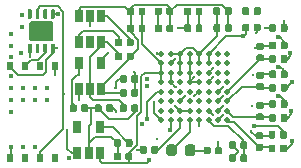
<source format=gbr>
G04 #@! TF.GenerationSoftware,KiCad,Pcbnew,(5.1.5-0-10_14)*
G04 #@! TF.CreationDate,2020-08-21T21:41:28-04:00*
G04 #@! TF.ProjectId,ESLO,45534c4f-2e6b-4696-9361-645f70636258,rev?*
G04 #@! TF.SameCoordinates,Original*
G04 #@! TF.FileFunction,Copper,L4,Bot*
G04 #@! TF.FilePolarity,Positive*
%FSLAX46Y46*%
G04 Gerber Fmt 4.6, Leading zero omitted, Abs format (unit mm)*
G04 Created by KiCad (PCBNEW (5.1.5-0-10_14)) date 2020-08-21 21:41:28*
%MOMM*%
%LPD*%
G04 APERTURE LIST*
%ADD10C,0.100000*%
%ADD11R,0.650000X1.060000*%
%ADD12C,0.500000*%
%ADD13R,0.500000X0.650000*%
%ADD14C,0.254000*%
%ADD15C,0.450000*%
%ADD16C,0.150000*%
G04 APERTURE END LIST*
G04 #@! TA.AperFunction,SMDPad,CuDef*
D10*
G36*
X167986958Y-111155710D02*
G01*
X168001276Y-111157834D01*
X168015317Y-111161351D01*
X168028946Y-111166228D01*
X168042031Y-111172417D01*
X168054447Y-111179858D01*
X168066073Y-111188481D01*
X168076798Y-111198202D01*
X168086519Y-111208927D01*
X168095142Y-111220553D01*
X168102583Y-111232969D01*
X168108772Y-111246054D01*
X168113649Y-111259683D01*
X168117166Y-111273724D01*
X168119290Y-111288042D01*
X168120000Y-111302500D01*
X168120000Y-111597500D01*
X168119290Y-111611958D01*
X168117166Y-111626276D01*
X168113649Y-111640317D01*
X168108772Y-111653946D01*
X168102583Y-111667031D01*
X168095142Y-111679447D01*
X168086519Y-111691073D01*
X168076798Y-111701798D01*
X168066073Y-111711519D01*
X168054447Y-111720142D01*
X168042031Y-111727583D01*
X168028946Y-111733772D01*
X168015317Y-111738649D01*
X168001276Y-111742166D01*
X167986958Y-111744290D01*
X167972500Y-111745000D01*
X167627500Y-111745000D01*
X167613042Y-111744290D01*
X167598724Y-111742166D01*
X167584683Y-111738649D01*
X167571054Y-111733772D01*
X167557969Y-111727583D01*
X167545553Y-111720142D01*
X167533927Y-111711519D01*
X167523202Y-111701798D01*
X167513481Y-111691073D01*
X167504858Y-111679447D01*
X167497417Y-111667031D01*
X167491228Y-111653946D01*
X167486351Y-111640317D01*
X167482834Y-111626276D01*
X167480710Y-111611958D01*
X167480000Y-111597500D01*
X167480000Y-111302500D01*
X167480710Y-111288042D01*
X167482834Y-111273724D01*
X167486351Y-111259683D01*
X167491228Y-111246054D01*
X167497417Y-111232969D01*
X167504858Y-111220553D01*
X167513481Y-111208927D01*
X167523202Y-111198202D01*
X167533927Y-111188481D01*
X167545553Y-111179858D01*
X167557969Y-111172417D01*
X167571054Y-111166228D01*
X167584683Y-111161351D01*
X167598724Y-111157834D01*
X167613042Y-111155710D01*
X167627500Y-111155000D01*
X167972500Y-111155000D01*
X167986958Y-111155710D01*
G37*
G04 #@! TD.AperFunction*
G04 #@! TA.AperFunction,SMDPad,CuDef*
G36*
X167986958Y-112125710D02*
G01*
X168001276Y-112127834D01*
X168015317Y-112131351D01*
X168028946Y-112136228D01*
X168042031Y-112142417D01*
X168054447Y-112149858D01*
X168066073Y-112158481D01*
X168076798Y-112168202D01*
X168086519Y-112178927D01*
X168095142Y-112190553D01*
X168102583Y-112202969D01*
X168108772Y-112216054D01*
X168113649Y-112229683D01*
X168117166Y-112243724D01*
X168119290Y-112258042D01*
X168120000Y-112272500D01*
X168120000Y-112567500D01*
X168119290Y-112581958D01*
X168117166Y-112596276D01*
X168113649Y-112610317D01*
X168108772Y-112623946D01*
X168102583Y-112637031D01*
X168095142Y-112649447D01*
X168086519Y-112661073D01*
X168076798Y-112671798D01*
X168066073Y-112681519D01*
X168054447Y-112690142D01*
X168042031Y-112697583D01*
X168028946Y-112703772D01*
X168015317Y-112708649D01*
X168001276Y-112712166D01*
X167986958Y-112714290D01*
X167972500Y-112715000D01*
X167627500Y-112715000D01*
X167613042Y-112714290D01*
X167598724Y-112712166D01*
X167584683Y-112708649D01*
X167571054Y-112703772D01*
X167557969Y-112697583D01*
X167545553Y-112690142D01*
X167533927Y-112681519D01*
X167523202Y-112671798D01*
X167513481Y-112661073D01*
X167504858Y-112649447D01*
X167497417Y-112637031D01*
X167491228Y-112623946D01*
X167486351Y-112610317D01*
X167482834Y-112596276D01*
X167480710Y-112581958D01*
X167480000Y-112567500D01*
X167480000Y-112272500D01*
X167480710Y-112258042D01*
X167482834Y-112243724D01*
X167486351Y-112229683D01*
X167491228Y-112216054D01*
X167497417Y-112202969D01*
X167504858Y-112190553D01*
X167513481Y-112178927D01*
X167523202Y-112168202D01*
X167533927Y-112158481D01*
X167545553Y-112149858D01*
X167557969Y-112142417D01*
X167571054Y-112136228D01*
X167584683Y-112131351D01*
X167598724Y-112127834D01*
X167613042Y-112125710D01*
X167627500Y-112125000D01*
X167972500Y-112125000D01*
X167986958Y-112125710D01*
G37*
G04 #@! TD.AperFunction*
G04 #@! TA.AperFunction,SMDPad,CuDef*
G36*
X163536958Y-112380710D02*
G01*
X163551276Y-112382834D01*
X163565317Y-112386351D01*
X163578946Y-112391228D01*
X163592031Y-112397417D01*
X163604447Y-112404858D01*
X163616073Y-112413481D01*
X163626798Y-112423202D01*
X163636519Y-112433927D01*
X163645142Y-112445553D01*
X163652583Y-112457969D01*
X163658772Y-112471054D01*
X163663649Y-112484683D01*
X163667166Y-112498724D01*
X163669290Y-112513042D01*
X163670000Y-112527500D01*
X163670000Y-112872500D01*
X163669290Y-112886958D01*
X163667166Y-112901276D01*
X163663649Y-112915317D01*
X163658772Y-112928946D01*
X163652583Y-112942031D01*
X163645142Y-112954447D01*
X163636519Y-112966073D01*
X163626798Y-112976798D01*
X163616073Y-112986519D01*
X163604447Y-112995142D01*
X163592031Y-113002583D01*
X163578946Y-113008772D01*
X163565317Y-113013649D01*
X163551276Y-113017166D01*
X163536958Y-113019290D01*
X163522500Y-113020000D01*
X163227500Y-113020000D01*
X163213042Y-113019290D01*
X163198724Y-113017166D01*
X163184683Y-113013649D01*
X163171054Y-113008772D01*
X163157969Y-113002583D01*
X163145553Y-112995142D01*
X163133927Y-112986519D01*
X163123202Y-112976798D01*
X163113481Y-112966073D01*
X163104858Y-112954447D01*
X163097417Y-112942031D01*
X163091228Y-112928946D01*
X163086351Y-112915317D01*
X163082834Y-112901276D01*
X163080710Y-112886958D01*
X163080000Y-112872500D01*
X163080000Y-112527500D01*
X163080710Y-112513042D01*
X163082834Y-112498724D01*
X163086351Y-112484683D01*
X163091228Y-112471054D01*
X163097417Y-112457969D01*
X163104858Y-112445553D01*
X163113481Y-112433927D01*
X163123202Y-112423202D01*
X163133927Y-112413481D01*
X163145553Y-112404858D01*
X163157969Y-112397417D01*
X163171054Y-112391228D01*
X163184683Y-112386351D01*
X163198724Y-112382834D01*
X163213042Y-112380710D01*
X163227500Y-112380000D01*
X163522500Y-112380000D01*
X163536958Y-112380710D01*
G37*
G04 #@! TD.AperFunction*
G04 #@! TA.AperFunction,SMDPad,CuDef*
G36*
X164506958Y-112380710D02*
G01*
X164521276Y-112382834D01*
X164535317Y-112386351D01*
X164548946Y-112391228D01*
X164562031Y-112397417D01*
X164574447Y-112404858D01*
X164586073Y-112413481D01*
X164596798Y-112423202D01*
X164606519Y-112433927D01*
X164615142Y-112445553D01*
X164622583Y-112457969D01*
X164628772Y-112471054D01*
X164633649Y-112484683D01*
X164637166Y-112498724D01*
X164639290Y-112513042D01*
X164640000Y-112527500D01*
X164640000Y-112872500D01*
X164639290Y-112886958D01*
X164637166Y-112901276D01*
X164633649Y-112915317D01*
X164628772Y-112928946D01*
X164622583Y-112942031D01*
X164615142Y-112954447D01*
X164606519Y-112966073D01*
X164596798Y-112976798D01*
X164586073Y-112986519D01*
X164574447Y-112995142D01*
X164562031Y-113002583D01*
X164548946Y-113008772D01*
X164535317Y-113013649D01*
X164521276Y-113017166D01*
X164506958Y-113019290D01*
X164492500Y-113020000D01*
X164197500Y-113020000D01*
X164183042Y-113019290D01*
X164168724Y-113017166D01*
X164154683Y-113013649D01*
X164141054Y-113008772D01*
X164127969Y-113002583D01*
X164115553Y-112995142D01*
X164103927Y-112986519D01*
X164093202Y-112976798D01*
X164083481Y-112966073D01*
X164074858Y-112954447D01*
X164067417Y-112942031D01*
X164061228Y-112928946D01*
X164056351Y-112915317D01*
X164052834Y-112901276D01*
X164050710Y-112886958D01*
X164050000Y-112872500D01*
X164050000Y-112527500D01*
X164050710Y-112513042D01*
X164052834Y-112498724D01*
X164056351Y-112484683D01*
X164061228Y-112471054D01*
X164067417Y-112457969D01*
X164074858Y-112445553D01*
X164083481Y-112433927D01*
X164093202Y-112423202D01*
X164103927Y-112413481D01*
X164115553Y-112404858D01*
X164127969Y-112397417D01*
X164141054Y-112391228D01*
X164154683Y-112386351D01*
X164168724Y-112382834D01*
X164183042Y-112380710D01*
X164197500Y-112380000D01*
X164492500Y-112380000D01*
X164506958Y-112380710D01*
G37*
G04 #@! TD.AperFunction*
G04 #@! TA.AperFunction,SMDPad,CuDef*
G36*
X162856958Y-102005710D02*
G01*
X162871276Y-102007834D01*
X162885317Y-102011351D01*
X162898946Y-102016228D01*
X162912031Y-102022417D01*
X162924447Y-102029858D01*
X162936073Y-102038481D01*
X162946798Y-102048202D01*
X162956519Y-102058927D01*
X162965142Y-102070553D01*
X162972583Y-102082969D01*
X162978772Y-102096054D01*
X162983649Y-102109683D01*
X162987166Y-102123724D01*
X162989290Y-102138042D01*
X162990000Y-102152500D01*
X162990000Y-102497500D01*
X162989290Y-102511958D01*
X162987166Y-102526276D01*
X162983649Y-102540317D01*
X162978772Y-102553946D01*
X162972583Y-102567031D01*
X162965142Y-102579447D01*
X162956519Y-102591073D01*
X162946798Y-102601798D01*
X162936073Y-102611519D01*
X162924447Y-102620142D01*
X162912031Y-102627583D01*
X162898946Y-102633772D01*
X162885317Y-102638649D01*
X162871276Y-102642166D01*
X162856958Y-102644290D01*
X162842500Y-102645000D01*
X162547500Y-102645000D01*
X162533042Y-102644290D01*
X162518724Y-102642166D01*
X162504683Y-102638649D01*
X162491054Y-102633772D01*
X162477969Y-102627583D01*
X162465553Y-102620142D01*
X162453927Y-102611519D01*
X162443202Y-102601798D01*
X162433481Y-102591073D01*
X162424858Y-102579447D01*
X162417417Y-102567031D01*
X162411228Y-102553946D01*
X162406351Y-102540317D01*
X162402834Y-102526276D01*
X162400710Y-102511958D01*
X162400000Y-102497500D01*
X162400000Y-102152500D01*
X162400710Y-102138042D01*
X162402834Y-102123724D01*
X162406351Y-102109683D01*
X162411228Y-102096054D01*
X162417417Y-102082969D01*
X162424858Y-102070553D01*
X162433481Y-102058927D01*
X162443202Y-102048202D01*
X162453927Y-102038481D01*
X162465553Y-102029858D01*
X162477969Y-102022417D01*
X162491054Y-102016228D01*
X162504683Y-102011351D01*
X162518724Y-102007834D01*
X162533042Y-102005710D01*
X162547500Y-102005000D01*
X162842500Y-102005000D01*
X162856958Y-102005710D01*
G37*
G04 #@! TD.AperFunction*
G04 #@! TA.AperFunction,SMDPad,CuDef*
G36*
X161886958Y-102005710D02*
G01*
X161901276Y-102007834D01*
X161915317Y-102011351D01*
X161928946Y-102016228D01*
X161942031Y-102022417D01*
X161954447Y-102029858D01*
X161966073Y-102038481D01*
X161976798Y-102048202D01*
X161986519Y-102058927D01*
X161995142Y-102070553D01*
X162002583Y-102082969D01*
X162008772Y-102096054D01*
X162013649Y-102109683D01*
X162017166Y-102123724D01*
X162019290Y-102138042D01*
X162020000Y-102152500D01*
X162020000Y-102497500D01*
X162019290Y-102511958D01*
X162017166Y-102526276D01*
X162013649Y-102540317D01*
X162008772Y-102553946D01*
X162002583Y-102567031D01*
X161995142Y-102579447D01*
X161986519Y-102591073D01*
X161976798Y-102601798D01*
X161966073Y-102611519D01*
X161954447Y-102620142D01*
X161942031Y-102627583D01*
X161928946Y-102633772D01*
X161915317Y-102638649D01*
X161901276Y-102642166D01*
X161886958Y-102644290D01*
X161872500Y-102645000D01*
X161577500Y-102645000D01*
X161563042Y-102644290D01*
X161548724Y-102642166D01*
X161534683Y-102638649D01*
X161521054Y-102633772D01*
X161507969Y-102627583D01*
X161495553Y-102620142D01*
X161483927Y-102611519D01*
X161473202Y-102601798D01*
X161463481Y-102591073D01*
X161454858Y-102579447D01*
X161447417Y-102567031D01*
X161441228Y-102553946D01*
X161436351Y-102540317D01*
X161432834Y-102526276D01*
X161430710Y-102511958D01*
X161430000Y-102497500D01*
X161430000Y-102152500D01*
X161430710Y-102138042D01*
X161432834Y-102123724D01*
X161436351Y-102109683D01*
X161441228Y-102096054D01*
X161447417Y-102082969D01*
X161454858Y-102070553D01*
X161463481Y-102058927D01*
X161473202Y-102048202D01*
X161483927Y-102038481D01*
X161495553Y-102029858D01*
X161507969Y-102022417D01*
X161521054Y-102016228D01*
X161534683Y-102011351D01*
X161548724Y-102007834D01*
X161563042Y-102005710D01*
X161577500Y-102005000D01*
X161872500Y-102005000D01*
X161886958Y-102005710D01*
G37*
G04 #@! TD.AperFunction*
G04 #@! TA.AperFunction,SMDPad,CuDef*
G36*
X162856958Y-100580710D02*
G01*
X162871276Y-100582834D01*
X162885317Y-100586351D01*
X162898946Y-100591228D01*
X162912031Y-100597417D01*
X162924447Y-100604858D01*
X162936073Y-100613481D01*
X162946798Y-100623202D01*
X162956519Y-100633927D01*
X162965142Y-100645553D01*
X162972583Y-100657969D01*
X162978772Y-100671054D01*
X162983649Y-100684683D01*
X162987166Y-100698724D01*
X162989290Y-100713042D01*
X162990000Y-100727500D01*
X162990000Y-101072500D01*
X162989290Y-101086958D01*
X162987166Y-101101276D01*
X162983649Y-101115317D01*
X162978772Y-101128946D01*
X162972583Y-101142031D01*
X162965142Y-101154447D01*
X162956519Y-101166073D01*
X162946798Y-101176798D01*
X162936073Y-101186519D01*
X162924447Y-101195142D01*
X162912031Y-101202583D01*
X162898946Y-101208772D01*
X162885317Y-101213649D01*
X162871276Y-101217166D01*
X162856958Y-101219290D01*
X162842500Y-101220000D01*
X162547500Y-101220000D01*
X162533042Y-101219290D01*
X162518724Y-101217166D01*
X162504683Y-101213649D01*
X162491054Y-101208772D01*
X162477969Y-101202583D01*
X162465553Y-101195142D01*
X162453927Y-101186519D01*
X162443202Y-101176798D01*
X162433481Y-101166073D01*
X162424858Y-101154447D01*
X162417417Y-101142031D01*
X162411228Y-101128946D01*
X162406351Y-101115317D01*
X162402834Y-101101276D01*
X162400710Y-101086958D01*
X162400000Y-101072500D01*
X162400000Y-100727500D01*
X162400710Y-100713042D01*
X162402834Y-100698724D01*
X162406351Y-100684683D01*
X162411228Y-100671054D01*
X162417417Y-100657969D01*
X162424858Y-100645553D01*
X162433481Y-100633927D01*
X162443202Y-100623202D01*
X162453927Y-100613481D01*
X162465553Y-100604858D01*
X162477969Y-100597417D01*
X162491054Y-100591228D01*
X162504683Y-100586351D01*
X162518724Y-100582834D01*
X162533042Y-100580710D01*
X162547500Y-100580000D01*
X162842500Y-100580000D01*
X162856958Y-100580710D01*
G37*
G04 #@! TD.AperFunction*
G04 #@! TA.AperFunction,SMDPad,CuDef*
G36*
X161886958Y-100580710D02*
G01*
X161901276Y-100582834D01*
X161915317Y-100586351D01*
X161928946Y-100591228D01*
X161942031Y-100597417D01*
X161954447Y-100604858D01*
X161966073Y-100613481D01*
X161976798Y-100623202D01*
X161986519Y-100633927D01*
X161995142Y-100645553D01*
X162002583Y-100657969D01*
X162008772Y-100671054D01*
X162013649Y-100684683D01*
X162017166Y-100698724D01*
X162019290Y-100713042D01*
X162020000Y-100727500D01*
X162020000Y-101072500D01*
X162019290Y-101086958D01*
X162017166Y-101101276D01*
X162013649Y-101115317D01*
X162008772Y-101128946D01*
X162002583Y-101142031D01*
X161995142Y-101154447D01*
X161986519Y-101166073D01*
X161976798Y-101176798D01*
X161966073Y-101186519D01*
X161954447Y-101195142D01*
X161942031Y-101202583D01*
X161928946Y-101208772D01*
X161915317Y-101213649D01*
X161901276Y-101217166D01*
X161886958Y-101219290D01*
X161872500Y-101220000D01*
X161577500Y-101220000D01*
X161563042Y-101219290D01*
X161548724Y-101217166D01*
X161534683Y-101213649D01*
X161521054Y-101208772D01*
X161507969Y-101202583D01*
X161495553Y-101195142D01*
X161483927Y-101186519D01*
X161473202Y-101176798D01*
X161463481Y-101166073D01*
X161454858Y-101154447D01*
X161447417Y-101142031D01*
X161441228Y-101128946D01*
X161436351Y-101115317D01*
X161432834Y-101101276D01*
X161430710Y-101086958D01*
X161430000Y-101072500D01*
X161430000Y-100727500D01*
X161430710Y-100713042D01*
X161432834Y-100698724D01*
X161436351Y-100684683D01*
X161441228Y-100671054D01*
X161447417Y-100657969D01*
X161454858Y-100645553D01*
X161463481Y-100633927D01*
X161473202Y-100623202D01*
X161483927Y-100613481D01*
X161495553Y-100604858D01*
X161507969Y-100597417D01*
X161521054Y-100591228D01*
X161534683Y-100586351D01*
X161548724Y-100582834D01*
X161563042Y-100580710D01*
X161577500Y-100580000D01*
X161872500Y-100580000D01*
X161886958Y-100580710D01*
G37*
G04 #@! TD.AperFunction*
G04 #@! TA.AperFunction,SMDPad,CuDef*
G36*
X158136958Y-112305710D02*
G01*
X158151276Y-112307834D01*
X158165317Y-112311351D01*
X158178946Y-112316228D01*
X158192031Y-112322417D01*
X158204447Y-112329858D01*
X158216073Y-112338481D01*
X158226798Y-112348202D01*
X158236519Y-112358927D01*
X158245142Y-112370553D01*
X158252583Y-112382969D01*
X158258772Y-112396054D01*
X158263649Y-112409683D01*
X158267166Y-112423724D01*
X158269290Y-112438042D01*
X158270000Y-112452500D01*
X158270000Y-112797500D01*
X158269290Y-112811958D01*
X158267166Y-112826276D01*
X158263649Y-112840317D01*
X158258772Y-112853946D01*
X158252583Y-112867031D01*
X158245142Y-112879447D01*
X158236519Y-112891073D01*
X158226798Y-112901798D01*
X158216073Y-112911519D01*
X158204447Y-112920142D01*
X158192031Y-112927583D01*
X158178946Y-112933772D01*
X158165317Y-112938649D01*
X158151276Y-112942166D01*
X158136958Y-112944290D01*
X158122500Y-112945000D01*
X157827500Y-112945000D01*
X157813042Y-112944290D01*
X157798724Y-112942166D01*
X157784683Y-112938649D01*
X157771054Y-112933772D01*
X157757969Y-112927583D01*
X157745553Y-112920142D01*
X157733927Y-112911519D01*
X157723202Y-112901798D01*
X157713481Y-112891073D01*
X157704858Y-112879447D01*
X157697417Y-112867031D01*
X157691228Y-112853946D01*
X157686351Y-112840317D01*
X157682834Y-112826276D01*
X157680710Y-112811958D01*
X157680000Y-112797500D01*
X157680000Y-112452500D01*
X157680710Y-112438042D01*
X157682834Y-112423724D01*
X157686351Y-112409683D01*
X157691228Y-112396054D01*
X157697417Y-112382969D01*
X157704858Y-112370553D01*
X157713481Y-112358927D01*
X157723202Y-112348202D01*
X157733927Y-112338481D01*
X157745553Y-112329858D01*
X157757969Y-112322417D01*
X157771054Y-112316228D01*
X157784683Y-112311351D01*
X157798724Y-112307834D01*
X157813042Y-112305710D01*
X157827500Y-112305000D01*
X158122500Y-112305000D01*
X158136958Y-112305710D01*
G37*
G04 #@! TD.AperFunction*
G04 #@! TA.AperFunction,SMDPad,CuDef*
G36*
X159106958Y-112305710D02*
G01*
X159121276Y-112307834D01*
X159135317Y-112311351D01*
X159148946Y-112316228D01*
X159162031Y-112322417D01*
X159174447Y-112329858D01*
X159186073Y-112338481D01*
X159196798Y-112348202D01*
X159206519Y-112358927D01*
X159215142Y-112370553D01*
X159222583Y-112382969D01*
X159228772Y-112396054D01*
X159233649Y-112409683D01*
X159237166Y-112423724D01*
X159239290Y-112438042D01*
X159240000Y-112452500D01*
X159240000Y-112797500D01*
X159239290Y-112811958D01*
X159237166Y-112826276D01*
X159233649Y-112840317D01*
X159228772Y-112853946D01*
X159222583Y-112867031D01*
X159215142Y-112879447D01*
X159206519Y-112891073D01*
X159196798Y-112901798D01*
X159186073Y-112911519D01*
X159174447Y-112920142D01*
X159162031Y-112927583D01*
X159148946Y-112933772D01*
X159135317Y-112938649D01*
X159121276Y-112942166D01*
X159106958Y-112944290D01*
X159092500Y-112945000D01*
X158797500Y-112945000D01*
X158783042Y-112944290D01*
X158768724Y-112942166D01*
X158754683Y-112938649D01*
X158741054Y-112933772D01*
X158727969Y-112927583D01*
X158715553Y-112920142D01*
X158703927Y-112911519D01*
X158693202Y-112901798D01*
X158683481Y-112891073D01*
X158674858Y-112879447D01*
X158667417Y-112867031D01*
X158661228Y-112853946D01*
X158656351Y-112840317D01*
X158652834Y-112826276D01*
X158650710Y-112811958D01*
X158650000Y-112797500D01*
X158650000Y-112452500D01*
X158650710Y-112438042D01*
X158652834Y-112423724D01*
X158656351Y-112409683D01*
X158661228Y-112396054D01*
X158667417Y-112382969D01*
X158674858Y-112370553D01*
X158683481Y-112358927D01*
X158693202Y-112348202D01*
X158703927Y-112338481D01*
X158715553Y-112329858D01*
X158727969Y-112322417D01*
X158741054Y-112316228D01*
X158754683Y-112311351D01*
X158768724Y-112307834D01*
X158783042Y-112305710D01*
X158797500Y-112305000D01*
X159092500Y-112305000D01*
X159106958Y-112305710D01*
G37*
G04 #@! TD.AperFunction*
G04 #@! TA.AperFunction,SMDPad,CuDef*
G36*
X170006958Y-111030710D02*
G01*
X170021276Y-111032834D01*
X170035317Y-111036351D01*
X170048946Y-111041228D01*
X170062031Y-111047417D01*
X170074447Y-111054858D01*
X170086073Y-111063481D01*
X170096798Y-111073202D01*
X170106519Y-111083927D01*
X170115142Y-111095553D01*
X170122583Y-111107969D01*
X170128772Y-111121054D01*
X170133649Y-111134683D01*
X170137166Y-111148724D01*
X170139290Y-111163042D01*
X170140000Y-111177500D01*
X170140000Y-111522500D01*
X170139290Y-111536958D01*
X170137166Y-111551276D01*
X170133649Y-111565317D01*
X170128772Y-111578946D01*
X170122583Y-111592031D01*
X170115142Y-111604447D01*
X170106519Y-111616073D01*
X170096798Y-111626798D01*
X170086073Y-111636519D01*
X170074447Y-111645142D01*
X170062031Y-111652583D01*
X170048946Y-111658772D01*
X170035317Y-111663649D01*
X170021276Y-111667166D01*
X170006958Y-111669290D01*
X169992500Y-111670000D01*
X169697500Y-111670000D01*
X169683042Y-111669290D01*
X169668724Y-111667166D01*
X169654683Y-111663649D01*
X169641054Y-111658772D01*
X169627969Y-111652583D01*
X169615553Y-111645142D01*
X169603927Y-111636519D01*
X169593202Y-111626798D01*
X169583481Y-111616073D01*
X169574858Y-111604447D01*
X169567417Y-111592031D01*
X169561228Y-111578946D01*
X169556351Y-111565317D01*
X169552834Y-111551276D01*
X169550710Y-111536958D01*
X169550000Y-111522500D01*
X169550000Y-111177500D01*
X169550710Y-111163042D01*
X169552834Y-111148724D01*
X169556351Y-111134683D01*
X169561228Y-111121054D01*
X169567417Y-111107969D01*
X169574858Y-111095553D01*
X169583481Y-111083927D01*
X169593202Y-111073202D01*
X169603927Y-111063481D01*
X169615553Y-111054858D01*
X169627969Y-111047417D01*
X169641054Y-111041228D01*
X169654683Y-111036351D01*
X169668724Y-111032834D01*
X169683042Y-111030710D01*
X169697500Y-111030000D01*
X169992500Y-111030000D01*
X170006958Y-111030710D01*
G37*
G04 #@! TD.AperFunction*
G04 #@! TA.AperFunction,SMDPad,CuDef*
G36*
X169036958Y-111030710D02*
G01*
X169051276Y-111032834D01*
X169065317Y-111036351D01*
X169078946Y-111041228D01*
X169092031Y-111047417D01*
X169104447Y-111054858D01*
X169116073Y-111063481D01*
X169126798Y-111073202D01*
X169136519Y-111083927D01*
X169145142Y-111095553D01*
X169152583Y-111107969D01*
X169158772Y-111121054D01*
X169163649Y-111134683D01*
X169167166Y-111148724D01*
X169169290Y-111163042D01*
X169170000Y-111177500D01*
X169170000Y-111522500D01*
X169169290Y-111536958D01*
X169167166Y-111551276D01*
X169163649Y-111565317D01*
X169158772Y-111578946D01*
X169152583Y-111592031D01*
X169145142Y-111604447D01*
X169136519Y-111616073D01*
X169126798Y-111626798D01*
X169116073Y-111636519D01*
X169104447Y-111645142D01*
X169092031Y-111652583D01*
X169078946Y-111658772D01*
X169065317Y-111663649D01*
X169051276Y-111667166D01*
X169036958Y-111669290D01*
X169022500Y-111670000D01*
X168727500Y-111670000D01*
X168713042Y-111669290D01*
X168698724Y-111667166D01*
X168684683Y-111663649D01*
X168671054Y-111658772D01*
X168657969Y-111652583D01*
X168645553Y-111645142D01*
X168633927Y-111636519D01*
X168623202Y-111626798D01*
X168613481Y-111616073D01*
X168604858Y-111604447D01*
X168597417Y-111592031D01*
X168591228Y-111578946D01*
X168586351Y-111565317D01*
X168582834Y-111551276D01*
X168580710Y-111536958D01*
X168580000Y-111522500D01*
X168580000Y-111177500D01*
X168580710Y-111163042D01*
X168582834Y-111148724D01*
X168586351Y-111134683D01*
X168591228Y-111121054D01*
X168597417Y-111107969D01*
X168604858Y-111095553D01*
X168613481Y-111083927D01*
X168623202Y-111073202D01*
X168633927Y-111063481D01*
X168645553Y-111054858D01*
X168657969Y-111047417D01*
X168671054Y-111041228D01*
X168684683Y-111036351D01*
X168698724Y-111032834D01*
X168713042Y-111030710D01*
X168727500Y-111030000D01*
X169022500Y-111030000D01*
X169036958Y-111030710D01*
G37*
G04 #@! TD.AperFunction*
G04 #@! TA.AperFunction,SMDPad,CuDef*
G36*
X170006958Y-112205710D02*
G01*
X170021276Y-112207834D01*
X170035317Y-112211351D01*
X170048946Y-112216228D01*
X170062031Y-112222417D01*
X170074447Y-112229858D01*
X170086073Y-112238481D01*
X170096798Y-112248202D01*
X170106519Y-112258927D01*
X170115142Y-112270553D01*
X170122583Y-112282969D01*
X170128772Y-112296054D01*
X170133649Y-112309683D01*
X170137166Y-112323724D01*
X170139290Y-112338042D01*
X170140000Y-112352500D01*
X170140000Y-112697500D01*
X170139290Y-112711958D01*
X170137166Y-112726276D01*
X170133649Y-112740317D01*
X170128772Y-112753946D01*
X170122583Y-112767031D01*
X170115142Y-112779447D01*
X170106519Y-112791073D01*
X170096798Y-112801798D01*
X170086073Y-112811519D01*
X170074447Y-112820142D01*
X170062031Y-112827583D01*
X170048946Y-112833772D01*
X170035317Y-112838649D01*
X170021276Y-112842166D01*
X170006958Y-112844290D01*
X169992500Y-112845000D01*
X169697500Y-112845000D01*
X169683042Y-112844290D01*
X169668724Y-112842166D01*
X169654683Y-112838649D01*
X169641054Y-112833772D01*
X169627969Y-112827583D01*
X169615553Y-112820142D01*
X169603927Y-112811519D01*
X169593202Y-112801798D01*
X169583481Y-112791073D01*
X169574858Y-112779447D01*
X169567417Y-112767031D01*
X169561228Y-112753946D01*
X169556351Y-112740317D01*
X169552834Y-112726276D01*
X169550710Y-112711958D01*
X169550000Y-112697500D01*
X169550000Y-112352500D01*
X169550710Y-112338042D01*
X169552834Y-112323724D01*
X169556351Y-112309683D01*
X169561228Y-112296054D01*
X169567417Y-112282969D01*
X169574858Y-112270553D01*
X169583481Y-112258927D01*
X169593202Y-112248202D01*
X169603927Y-112238481D01*
X169615553Y-112229858D01*
X169627969Y-112222417D01*
X169641054Y-112216228D01*
X169654683Y-112211351D01*
X169668724Y-112207834D01*
X169683042Y-112205710D01*
X169697500Y-112205000D01*
X169992500Y-112205000D01*
X170006958Y-112205710D01*
G37*
G04 #@! TD.AperFunction*
G04 #@! TA.AperFunction,SMDPad,CuDef*
G36*
X169036958Y-112205710D02*
G01*
X169051276Y-112207834D01*
X169065317Y-112211351D01*
X169078946Y-112216228D01*
X169092031Y-112222417D01*
X169104447Y-112229858D01*
X169116073Y-112238481D01*
X169126798Y-112248202D01*
X169136519Y-112258927D01*
X169145142Y-112270553D01*
X169152583Y-112282969D01*
X169158772Y-112296054D01*
X169163649Y-112309683D01*
X169167166Y-112323724D01*
X169169290Y-112338042D01*
X169170000Y-112352500D01*
X169170000Y-112697500D01*
X169169290Y-112711958D01*
X169167166Y-112726276D01*
X169163649Y-112740317D01*
X169158772Y-112753946D01*
X169152583Y-112767031D01*
X169145142Y-112779447D01*
X169136519Y-112791073D01*
X169126798Y-112801798D01*
X169116073Y-112811519D01*
X169104447Y-112820142D01*
X169092031Y-112827583D01*
X169078946Y-112833772D01*
X169065317Y-112838649D01*
X169051276Y-112842166D01*
X169036958Y-112844290D01*
X169022500Y-112845000D01*
X168727500Y-112845000D01*
X168713042Y-112844290D01*
X168698724Y-112842166D01*
X168684683Y-112838649D01*
X168671054Y-112833772D01*
X168657969Y-112827583D01*
X168645553Y-112820142D01*
X168633927Y-112811519D01*
X168623202Y-112801798D01*
X168613481Y-112791073D01*
X168604858Y-112779447D01*
X168597417Y-112767031D01*
X168591228Y-112753946D01*
X168586351Y-112740317D01*
X168582834Y-112726276D01*
X168580710Y-112711958D01*
X168580000Y-112697500D01*
X168580000Y-112352500D01*
X168580710Y-112338042D01*
X168582834Y-112323724D01*
X168586351Y-112309683D01*
X168591228Y-112296054D01*
X168597417Y-112282969D01*
X168604858Y-112270553D01*
X168613481Y-112258927D01*
X168623202Y-112248202D01*
X168633927Y-112238481D01*
X168645553Y-112229858D01*
X168657969Y-112222417D01*
X168671054Y-112216228D01*
X168684683Y-112211351D01*
X168698724Y-112207834D01*
X168713042Y-112205710D01*
X168727500Y-112205000D01*
X169022500Y-112205000D01*
X169036958Y-112205710D01*
G37*
G04 #@! TD.AperFunction*
G04 #@! TA.AperFunction,SMDPad,CuDef*
G36*
X170056958Y-108430710D02*
G01*
X170071276Y-108432834D01*
X170085317Y-108436351D01*
X170098946Y-108441228D01*
X170112031Y-108447417D01*
X170124447Y-108454858D01*
X170136073Y-108463481D01*
X170146798Y-108473202D01*
X170156519Y-108483927D01*
X170165142Y-108495553D01*
X170172583Y-108507969D01*
X170178772Y-108521054D01*
X170183649Y-108534683D01*
X170187166Y-108548724D01*
X170189290Y-108563042D01*
X170190000Y-108577500D01*
X170190000Y-108922500D01*
X170189290Y-108936958D01*
X170187166Y-108951276D01*
X170183649Y-108965317D01*
X170178772Y-108978946D01*
X170172583Y-108992031D01*
X170165142Y-109004447D01*
X170156519Y-109016073D01*
X170146798Y-109026798D01*
X170136073Y-109036519D01*
X170124447Y-109045142D01*
X170112031Y-109052583D01*
X170098946Y-109058772D01*
X170085317Y-109063649D01*
X170071276Y-109067166D01*
X170056958Y-109069290D01*
X170042500Y-109070000D01*
X169747500Y-109070000D01*
X169733042Y-109069290D01*
X169718724Y-109067166D01*
X169704683Y-109063649D01*
X169691054Y-109058772D01*
X169677969Y-109052583D01*
X169665553Y-109045142D01*
X169653927Y-109036519D01*
X169643202Y-109026798D01*
X169633481Y-109016073D01*
X169624858Y-109004447D01*
X169617417Y-108992031D01*
X169611228Y-108978946D01*
X169606351Y-108965317D01*
X169602834Y-108951276D01*
X169600710Y-108936958D01*
X169600000Y-108922500D01*
X169600000Y-108577500D01*
X169600710Y-108563042D01*
X169602834Y-108548724D01*
X169606351Y-108534683D01*
X169611228Y-108521054D01*
X169617417Y-108507969D01*
X169624858Y-108495553D01*
X169633481Y-108483927D01*
X169643202Y-108473202D01*
X169653927Y-108463481D01*
X169665553Y-108454858D01*
X169677969Y-108447417D01*
X169691054Y-108441228D01*
X169704683Y-108436351D01*
X169718724Y-108432834D01*
X169733042Y-108430710D01*
X169747500Y-108430000D01*
X170042500Y-108430000D01*
X170056958Y-108430710D01*
G37*
G04 #@! TD.AperFunction*
G04 #@! TA.AperFunction,SMDPad,CuDef*
G36*
X169086958Y-108430710D02*
G01*
X169101276Y-108432834D01*
X169115317Y-108436351D01*
X169128946Y-108441228D01*
X169142031Y-108447417D01*
X169154447Y-108454858D01*
X169166073Y-108463481D01*
X169176798Y-108473202D01*
X169186519Y-108483927D01*
X169195142Y-108495553D01*
X169202583Y-108507969D01*
X169208772Y-108521054D01*
X169213649Y-108534683D01*
X169217166Y-108548724D01*
X169219290Y-108563042D01*
X169220000Y-108577500D01*
X169220000Y-108922500D01*
X169219290Y-108936958D01*
X169217166Y-108951276D01*
X169213649Y-108965317D01*
X169208772Y-108978946D01*
X169202583Y-108992031D01*
X169195142Y-109004447D01*
X169186519Y-109016073D01*
X169176798Y-109026798D01*
X169166073Y-109036519D01*
X169154447Y-109045142D01*
X169142031Y-109052583D01*
X169128946Y-109058772D01*
X169115317Y-109063649D01*
X169101276Y-109067166D01*
X169086958Y-109069290D01*
X169072500Y-109070000D01*
X168777500Y-109070000D01*
X168763042Y-109069290D01*
X168748724Y-109067166D01*
X168734683Y-109063649D01*
X168721054Y-109058772D01*
X168707969Y-109052583D01*
X168695553Y-109045142D01*
X168683927Y-109036519D01*
X168673202Y-109026798D01*
X168663481Y-109016073D01*
X168654858Y-109004447D01*
X168647417Y-108992031D01*
X168641228Y-108978946D01*
X168636351Y-108965317D01*
X168632834Y-108951276D01*
X168630710Y-108936958D01*
X168630000Y-108922500D01*
X168630000Y-108577500D01*
X168630710Y-108563042D01*
X168632834Y-108548724D01*
X168636351Y-108534683D01*
X168641228Y-108521054D01*
X168647417Y-108507969D01*
X168654858Y-108495553D01*
X168663481Y-108483927D01*
X168673202Y-108473202D01*
X168683927Y-108463481D01*
X168695553Y-108454858D01*
X168707969Y-108447417D01*
X168721054Y-108441228D01*
X168734683Y-108436351D01*
X168748724Y-108432834D01*
X168763042Y-108430710D01*
X168777500Y-108430000D01*
X169072500Y-108430000D01*
X169086958Y-108430710D01*
G37*
G04 #@! TD.AperFunction*
G04 #@! TA.AperFunction,SMDPad,CuDef*
G36*
X170056958Y-109605710D02*
G01*
X170071276Y-109607834D01*
X170085317Y-109611351D01*
X170098946Y-109616228D01*
X170112031Y-109622417D01*
X170124447Y-109629858D01*
X170136073Y-109638481D01*
X170146798Y-109648202D01*
X170156519Y-109658927D01*
X170165142Y-109670553D01*
X170172583Y-109682969D01*
X170178772Y-109696054D01*
X170183649Y-109709683D01*
X170187166Y-109723724D01*
X170189290Y-109738042D01*
X170190000Y-109752500D01*
X170190000Y-110097500D01*
X170189290Y-110111958D01*
X170187166Y-110126276D01*
X170183649Y-110140317D01*
X170178772Y-110153946D01*
X170172583Y-110167031D01*
X170165142Y-110179447D01*
X170156519Y-110191073D01*
X170146798Y-110201798D01*
X170136073Y-110211519D01*
X170124447Y-110220142D01*
X170112031Y-110227583D01*
X170098946Y-110233772D01*
X170085317Y-110238649D01*
X170071276Y-110242166D01*
X170056958Y-110244290D01*
X170042500Y-110245000D01*
X169747500Y-110245000D01*
X169733042Y-110244290D01*
X169718724Y-110242166D01*
X169704683Y-110238649D01*
X169691054Y-110233772D01*
X169677969Y-110227583D01*
X169665553Y-110220142D01*
X169653927Y-110211519D01*
X169643202Y-110201798D01*
X169633481Y-110191073D01*
X169624858Y-110179447D01*
X169617417Y-110167031D01*
X169611228Y-110153946D01*
X169606351Y-110140317D01*
X169602834Y-110126276D01*
X169600710Y-110111958D01*
X169600000Y-110097500D01*
X169600000Y-109752500D01*
X169600710Y-109738042D01*
X169602834Y-109723724D01*
X169606351Y-109709683D01*
X169611228Y-109696054D01*
X169617417Y-109682969D01*
X169624858Y-109670553D01*
X169633481Y-109658927D01*
X169643202Y-109648202D01*
X169653927Y-109638481D01*
X169665553Y-109629858D01*
X169677969Y-109622417D01*
X169691054Y-109616228D01*
X169704683Y-109611351D01*
X169718724Y-109607834D01*
X169733042Y-109605710D01*
X169747500Y-109605000D01*
X170042500Y-109605000D01*
X170056958Y-109605710D01*
G37*
G04 #@! TD.AperFunction*
G04 #@! TA.AperFunction,SMDPad,CuDef*
G36*
X169086958Y-109605710D02*
G01*
X169101276Y-109607834D01*
X169115317Y-109611351D01*
X169128946Y-109616228D01*
X169142031Y-109622417D01*
X169154447Y-109629858D01*
X169166073Y-109638481D01*
X169176798Y-109648202D01*
X169186519Y-109658927D01*
X169195142Y-109670553D01*
X169202583Y-109682969D01*
X169208772Y-109696054D01*
X169213649Y-109709683D01*
X169217166Y-109723724D01*
X169219290Y-109738042D01*
X169220000Y-109752500D01*
X169220000Y-110097500D01*
X169219290Y-110111958D01*
X169217166Y-110126276D01*
X169213649Y-110140317D01*
X169208772Y-110153946D01*
X169202583Y-110167031D01*
X169195142Y-110179447D01*
X169186519Y-110191073D01*
X169176798Y-110201798D01*
X169166073Y-110211519D01*
X169154447Y-110220142D01*
X169142031Y-110227583D01*
X169128946Y-110233772D01*
X169115317Y-110238649D01*
X169101276Y-110242166D01*
X169086958Y-110244290D01*
X169072500Y-110245000D01*
X168777500Y-110245000D01*
X168763042Y-110244290D01*
X168748724Y-110242166D01*
X168734683Y-110238649D01*
X168721054Y-110233772D01*
X168707969Y-110227583D01*
X168695553Y-110220142D01*
X168683927Y-110211519D01*
X168673202Y-110201798D01*
X168663481Y-110191073D01*
X168654858Y-110179447D01*
X168647417Y-110167031D01*
X168641228Y-110153946D01*
X168636351Y-110140317D01*
X168632834Y-110126276D01*
X168630710Y-110111958D01*
X168630000Y-110097500D01*
X168630000Y-109752500D01*
X168630710Y-109738042D01*
X168632834Y-109723724D01*
X168636351Y-109709683D01*
X168641228Y-109696054D01*
X168647417Y-109682969D01*
X168654858Y-109670553D01*
X168663481Y-109658927D01*
X168673202Y-109648202D01*
X168683927Y-109638481D01*
X168695553Y-109629858D01*
X168707969Y-109622417D01*
X168721054Y-109616228D01*
X168734683Y-109611351D01*
X168748724Y-109607834D01*
X168763042Y-109605710D01*
X168777500Y-109605000D01*
X169072500Y-109605000D01*
X169086958Y-109605710D01*
G37*
G04 #@! TD.AperFunction*
G04 #@! TA.AperFunction,SMDPad,CuDef*
G36*
X170056958Y-105905710D02*
G01*
X170071276Y-105907834D01*
X170085317Y-105911351D01*
X170098946Y-105916228D01*
X170112031Y-105922417D01*
X170124447Y-105929858D01*
X170136073Y-105938481D01*
X170146798Y-105948202D01*
X170156519Y-105958927D01*
X170165142Y-105970553D01*
X170172583Y-105982969D01*
X170178772Y-105996054D01*
X170183649Y-106009683D01*
X170187166Y-106023724D01*
X170189290Y-106038042D01*
X170190000Y-106052500D01*
X170190000Y-106397500D01*
X170189290Y-106411958D01*
X170187166Y-106426276D01*
X170183649Y-106440317D01*
X170178772Y-106453946D01*
X170172583Y-106467031D01*
X170165142Y-106479447D01*
X170156519Y-106491073D01*
X170146798Y-106501798D01*
X170136073Y-106511519D01*
X170124447Y-106520142D01*
X170112031Y-106527583D01*
X170098946Y-106533772D01*
X170085317Y-106538649D01*
X170071276Y-106542166D01*
X170056958Y-106544290D01*
X170042500Y-106545000D01*
X169747500Y-106545000D01*
X169733042Y-106544290D01*
X169718724Y-106542166D01*
X169704683Y-106538649D01*
X169691054Y-106533772D01*
X169677969Y-106527583D01*
X169665553Y-106520142D01*
X169653927Y-106511519D01*
X169643202Y-106501798D01*
X169633481Y-106491073D01*
X169624858Y-106479447D01*
X169617417Y-106467031D01*
X169611228Y-106453946D01*
X169606351Y-106440317D01*
X169602834Y-106426276D01*
X169600710Y-106411958D01*
X169600000Y-106397500D01*
X169600000Y-106052500D01*
X169600710Y-106038042D01*
X169602834Y-106023724D01*
X169606351Y-106009683D01*
X169611228Y-105996054D01*
X169617417Y-105982969D01*
X169624858Y-105970553D01*
X169633481Y-105958927D01*
X169643202Y-105948202D01*
X169653927Y-105938481D01*
X169665553Y-105929858D01*
X169677969Y-105922417D01*
X169691054Y-105916228D01*
X169704683Y-105911351D01*
X169718724Y-105907834D01*
X169733042Y-105905710D01*
X169747500Y-105905000D01*
X170042500Y-105905000D01*
X170056958Y-105905710D01*
G37*
G04 #@! TD.AperFunction*
G04 #@! TA.AperFunction,SMDPad,CuDef*
G36*
X169086958Y-105905710D02*
G01*
X169101276Y-105907834D01*
X169115317Y-105911351D01*
X169128946Y-105916228D01*
X169142031Y-105922417D01*
X169154447Y-105929858D01*
X169166073Y-105938481D01*
X169176798Y-105948202D01*
X169186519Y-105958927D01*
X169195142Y-105970553D01*
X169202583Y-105982969D01*
X169208772Y-105996054D01*
X169213649Y-106009683D01*
X169217166Y-106023724D01*
X169219290Y-106038042D01*
X169220000Y-106052500D01*
X169220000Y-106397500D01*
X169219290Y-106411958D01*
X169217166Y-106426276D01*
X169213649Y-106440317D01*
X169208772Y-106453946D01*
X169202583Y-106467031D01*
X169195142Y-106479447D01*
X169186519Y-106491073D01*
X169176798Y-106501798D01*
X169166073Y-106511519D01*
X169154447Y-106520142D01*
X169142031Y-106527583D01*
X169128946Y-106533772D01*
X169115317Y-106538649D01*
X169101276Y-106542166D01*
X169086958Y-106544290D01*
X169072500Y-106545000D01*
X168777500Y-106545000D01*
X168763042Y-106544290D01*
X168748724Y-106542166D01*
X168734683Y-106538649D01*
X168721054Y-106533772D01*
X168707969Y-106527583D01*
X168695553Y-106520142D01*
X168683927Y-106511519D01*
X168673202Y-106501798D01*
X168663481Y-106491073D01*
X168654858Y-106479447D01*
X168647417Y-106467031D01*
X168641228Y-106453946D01*
X168636351Y-106440317D01*
X168632834Y-106426276D01*
X168630710Y-106411958D01*
X168630000Y-106397500D01*
X168630000Y-106052500D01*
X168630710Y-106038042D01*
X168632834Y-106023724D01*
X168636351Y-106009683D01*
X168641228Y-105996054D01*
X168647417Y-105982969D01*
X168654858Y-105970553D01*
X168663481Y-105958927D01*
X168673202Y-105948202D01*
X168683927Y-105938481D01*
X168695553Y-105929858D01*
X168707969Y-105922417D01*
X168721054Y-105916228D01*
X168734683Y-105911351D01*
X168748724Y-105907834D01*
X168763042Y-105905710D01*
X168777500Y-105905000D01*
X169072500Y-105905000D01*
X169086958Y-105905710D01*
G37*
G04 #@! TD.AperFunction*
G04 #@! TA.AperFunction,SMDPad,CuDef*
G36*
X167781958Y-100555710D02*
G01*
X167796276Y-100557834D01*
X167810317Y-100561351D01*
X167823946Y-100566228D01*
X167837031Y-100572417D01*
X167849447Y-100579858D01*
X167861073Y-100588481D01*
X167871798Y-100598202D01*
X167881519Y-100608927D01*
X167890142Y-100620553D01*
X167897583Y-100632969D01*
X167903772Y-100646054D01*
X167908649Y-100659683D01*
X167912166Y-100673724D01*
X167914290Y-100688042D01*
X167915000Y-100702500D01*
X167915000Y-101047500D01*
X167914290Y-101061958D01*
X167912166Y-101076276D01*
X167908649Y-101090317D01*
X167903772Y-101103946D01*
X167897583Y-101117031D01*
X167890142Y-101129447D01*
X167881519Y-101141073D01*
X167871798Y-101151798D01*
X167861073Y-101161519D01*
X167849447Y-101170142D01*
X167837031Y-101177583D01*
X167823946Y-101183772D01*
X167810317Y-101188649D01*
X167796276Y-101192166D01*
X167781958Y-101194290D01*
X167767500Y-101195000D01*
X167472500Y-101195000D01*
X167458042Y-101194290D01*
X167443724Y-101192166D01*
X167429683Y-101188649D01*
X167416054Y-101183772D01*
X167402969Y-101177583D01*
X167390553Y-101170142D01*
X167378927Y-101161519D01*
X167368202Y-101151798D01*
X167358481Y-101141073D01*
X167349858Y-101129447D01*
X167342417Y-101117031D01*
X167336228Y-101103946D01*
X167331351Y-101090317D01*
X167327834Y-101076276D01*
X167325710Y-101061958D01*
X167325000Y-101047500D01*
X167325000Y-100702500D01*
X167325710Y-100688042D01*
X167327834Y-100673724D01*
X167331351Y-100659683D01*
X167336228Y-100646054D01*
X167342417Y-100632969D01*
X167349858Y-100620553D01*
X167358481Y-100608927D01*
X167368202Y-100598202D01*
X167378927Y-100588481D01*
X167390553Y-100579858D01*
X167402969Y-100572417D01*
X167416054Y-100566228D01*
X167429683Y-100561351D01*
X167443724Y-100557834D01*
X167458042Y-100555710D01*
X167472500Y-100555000D01*
X167767500Y-100555000D01*
X167781958Y-100555710D01*
G37*
G04 #@! TD.AperFunction*
G04 #@! TA.AperFunction,SMDPad,CuDef*
G36*
X166811958Y-100555710D02*
G01*
X166826276Y-100557834D01*
X166840317Y-100561351D01*
X166853946Y-100566228D01*
X166867031Y-100572417D01*
X166879447Y-100579858D01*
X166891073Y-100588481D01*
X166901798Y-100598202D01*
X166911519Y-100608927D01*
X166920142Y-100620553D01*
X166927583Y-100632969D01*
X166933772Y-100646054D01*
X166938649Y-100659683D01*
X166942166Y-100673724D01*
X166944290Y-100688042D01*
X166945000Y-100702500D01*
X166945000Y-101047500D01*
X166944290Y-101061958D01*
X166942166Y-101076276D01*
X166938649Y-101090317D01*
X166933772Y-101103946D01*
X166927583Y-101117031D01*
X166920142Y-101129447D01*
X166911519Y-101141073D01*
X166901798Y-101151798D01*
X166891073Y-101161519D01*
X166879447Y-101170142D01*
X166867031Y-101177583D01*
X166853946Y-101183772D01*
X166840317Y-101188649D01*
X166826276Y-101192166D01*
X166811958Y-101194290D01*
X166797500Y-101195000D01*
X166502500Y-101195000D01*
X166488042Y-101194290D01*
X166473724Y-101192166D01*
X166459683Y-101188649D01*
X166446054Y-101183772D01*
X166432969Y-101177583D01*
X166420553Y-101170142D01*
X166408927Y-101161519D01*
X166398202Y-101151798D01*
X166388481Y-101141073D01*
X166379858Y-101129447D01*
X166372417Y-101117031D01*
X166366228Y-101103946D01*
X166361351Y-101090317D01*
X166357834Y-101076276D01*
X166355710Y-101061958D01*
X166355000Y-101047500D01*
X166355000Y-100702500D01*
X166355710Y-100688042D01*
X166357834Y-100673724D01*
X166361351Y-100659683D01*
X166366228Y-100646054D01*
X166372417Y-100632969D01*
X166379858Y-100620553D01*
X166388481Y-100608927D01*
X166398202Y-100598202D01*
X166408927Y-100588481D01*
X166420553Y-100579858D01*
X166432969Y-100572417D01*
X166446054Y-100566228D01*
X166459683Y-100561351D01*
X166473724Y-100557834D01*
X166488042Y-100555710D01*
X166502500Y-100555000D01*
X166797500Y-100555000D01*
X166811958Y-100555710D01*
G37*
G04 #@! TD.AperFunction*
G04 #@! TA.AperFunction,SMDPad,CuDef*
G36*
X170056958Y-107055710D02*
G01*
X170071276Y-107057834D01*
X170085317Y-107061351D01*
X170098946Y-107066228D01*
X170112031Y-107072417D01*
X170124447Y-107079858D01*
X170136073Y-107088481D01*
X170146798Y-107098202D01*
X170156519Y-107108927D01*
X170165142Y-107120553D01*
X170172583Y-107132969D01*
X170178772Y-107146054D01*
X170183649Y-107159683D01*
X170187166Y-107173724D01*
X170189290Y-107188042D01*
X170190000Y-107202500D01*
X170190000Y-107547500D01*
X170189290Y-107561958D01*
X170187166Y-107576276D01*
X170183649Y-107590317D01*
X170178772Y-107603946D01*
X170172583Y-107617031D01*
X170165142Y-107629447D01*
X170156519Y-107641073D01*
X170146798Y-107651798D01*
X170136073Y-107661519D01*
X170124447Y-107670142D01*
X170112031Y-107677583D01*
X170098946Y-107683772D01*
X170085317Y-107688649D01*
X170071276Y-107692166D01*
X170056958Y-107694290D01*
X170042500Y-107695000D01*
X169747500Y-107695000D01*
X169733042Y-107694290D01*
X169718724Y-107692166D01*
X169704683Y-107688649D01*
X169691054Y-107683772D01*
X169677969Y-107677583D01*
X169665553Y-107670142D01*
X169653927Y-107661519D01*
X169643202Y-107651798D01*
X169633481Y-107641073D01*
X169624858Y-107629447D01*
X169617417Y-107617031D01*
X169611228Y-107603946D01*
X169606351Y-107590317D01*
X169602834Y-107576276D01*
X169600710Y-107561958D01*
X169600000Y-107547500D01*
X169600000Y-107202500D01*
X169600710Y-107188042D01*
X169602834Y-107173724D01*
X169606351Y-107159683D01*
X169611228Y-107146054D01*
X169617417Y-107132969D01*
X169624858Y-107120553D01*
X169633481Y-107108927D01*
X169643202Y-107098202D01*
X169653927Y-107088481D01*
X169665553Y-107079858D01*
X169677969Y-107072417D01*
X169691054Y-107066228D01*
X169704683Y-107061351D01*
X169718724Y-107057834D01*
X169733042Y-107055710D01*
X169747500Y-107055000D01*
X170042500Y-107055000D01*
X170056958Y-107055710D01*
G37*
G04 #@! TD.AperFunction*
G04 #@! TA.AperFunction,SMDPad,CuDef*
G36*
X169086958Y-107055710D02*
G01*
X169101276Y-107057834D01*
X169115317Y-107061351D01*
X169128946Y-107066228D01*
X169142031Y-107072417D01*
X169154447Y-107079858D01*
X169166073Y-107088481D01*
X169176798Y-107098202D01*
X169186519Y-107108927D01*
X169195142Y-107120553D01*
X169202583Y-107132969D01*
X169208772Y-107146054D01*
X169213649Y-107159683D01*
X169217166Y-107173724D01*
X169219290Y-107188042D01*
X169220000Y-107202500D01*
X169220000Y-107547500D01*
X169219290Y-107561958D01*
X169217166Y-107576276D01*
X169213649Y-107590317D01*
X169208772Y-107603946D01*
X169202583Y-107617031D01*
X169195142Y-107629447D01*
X169186519Y-107641073D01*
X169176798Y-107651798D01*
X169166073Y-107661519D01*
X169154447Y-107670142D01*
X169142031Y-107677583D01*
X169128946Y-107683772D01*
X169115317Y-107688649D01*
X169101276Y-107692166D01*
X169086958Y-107694290D01*
X169072500Y-107695000D01*
X168777500Y-107695000D01*
X168763042Y-107694290D01*
X168748724Y-107692166D01*
X168734683Y-107688649D01*
X168721054Y-107683772D01*
X168707969Y-107677583D01*
X168695553Y-107670142D01*
X168683927Y-107661519D01*
X168673202Y-107651798D01*
X168663481Y-107641073D01*
X168654858Y-107629447D01*
X168647417Y-107617031D01*
X168641228Y-107603946D01*
X168636351Y-107590317D01*
X168632834Y-107576276D01*
X168630710Y-107561958D01*
X168630000Y-107547500D01*
X168630000Y-107202500D01*
X168630710Y-107188042D01*
X168632834Y-107173724D01*
X168636351Y-107159683D01*
X168641228Y-107146054D01*
X168647417Y-107132969D01*
X168654858Y-107120553D01*
X168663481Y-107108927D01*
X168673202Y-107098202D01*
X168683927Y-107088481D01*
X168695553Y-107079858D01*
X168707969Y-107072417D01*
X168721054Y-107066228D01*
X168734683Y-107061351D01*
X168748724Y-107057834D01*
X168763042Y-107055710D01*
X168777500Y-107055000D01*
X169072500Y-107055000D01*
X169086958Y-107055710D01*
G37*
G04 #@! TD.AperFunction*
G04 #@! TA.AperFunction,SMDPad,CuDef*
G36*
X170056958Y-103480710D02*
G01*
X170071276Y-103482834D01*
X170085317Y-103486351D01*
X170098946Y-103491228D01*
X170112031Y-103497417D01*
X170124447Y-103504858D01*
X170136073Y-103513481D01*
X170146798Y-103523202D01*
X170156519Y-103533927D01*
X170165142Y-103545553D01*
X170172583Y-103557969D01*
X170178772Y-103571054D01*
X170183649Y-103584683D01*
X170187166Y-103598724D01*
X170189290Y-103613042D01*
X170190000Y-103627500D01*
X170190000Y-103972500D01*
X170189290Y-103986958D01*
X170187166Y-104001276D01*
X170183649Y-104015317D01*
X170178772Y-104028946D01*
X170172583Y-104042031D01*
X170165142Y-104054447D01*
X170156519Y-104066073D01*
X170146798Y-104076798D01*
X170136073Y-104086519D01*
X170124447Y-104095142D01*
X170112031Y-104102583D01*
X170098946Y-104108772D01*
X170085317Y-104113649D01*
X170071276Y-104117166D01*
X170056958Y-104119290D01*
X170042500Y-104120000D01*
X169747500Y-104120000D01*
X169733042Y-104119290D01*
X169718724Y-104117166D01*
X169704683Y-104113649D01*
X169691054Y-104108772D01*
X169677969Y-104102583D01*
X169665553Y-104095142D01*
X169653927Y-104086519D01*
X169643202Y-104076798D01*
X169633481Y-104066073D01*
X169624858Y-104054447D01*
X169617417Y-104042031D01*
X169611228Y-104028946D01*
X169606351Y-104015317D01*
X169602834Y-104001276D01*
X169600710Y-103986958D01*
X169600000Y-103972500D01*
X169600000Y-103627500D01*
X169600710Y-103613042D01*
X169602834Y-103598724D01*
X169606351Y-103584683D01*
X169611228Y-103571054D01*
X169617417Y-103557969D01*
X169624858Y-103545553D01*
X169633481Y-103533927D01*
X169643202Y-103523202D01*
X169653927Y-103513481D01*
X169665553Y-103504858D01*
X169677969Y-103497417D01*
X169691054Y-103491228D01*
X169704683Y-103486351D01*
X169718724Y-103482834D01*
X169733042Y-103480710D01*
X169747500Y-103480000D01*
X170042500Y-103480000D01*
X170056958Y-103480710D01*
G37*
G04 #@! TD.AperFunction*
G04 #@! TA.AperFunction,SMDPad,CuDef*
G36*
X169086958Y-103480710D02*
G01*
X169101276Y-103482834D01*
X169115317Y-103486351D01*
X169128946Y-103491228D01*
X169142031Y-103497417D01*
X169154447Y-103504858D01*
X169166073Y-103513481D01*
X169176798Y-103523202D01*
X169186519Y-103533927D01*
X169195142Y-103545553D01*
X169202583Y-103557969D01*
X169208772Y-103571054D01*
X169213649Y-103584683D01*
X169217166Y-103598724D01*
X169219290Y-103613042D01*
X169220000Y-103627500D01*
X169220000Y-103972500D01*
X169219290Y-103986958D01*
X169217166Y-104001276D01*
X169213649Y-104015317D01*
X169208772Y-104028946D01*
X169202583Y-104042031D01*
X169195142Y-104054447D01*
X169186519Y-104066073D01*
X169176798Y-104076798D01*
X169166073Y-104086519D01*
X169154447Y-104095142D01*
X169142031Y-104102583D01*
X169128946Y-104108772D01*
X169115317Y-104113649D01*
X169101276Y-104117166D01*
X169086958Y-104119290D01*
X169072500Y-104120000D01*
X168777500Y-104120000D01*
X168763042Y-104119290D01*
X168748724Y-104117166D01*
X168734683Y-104113649D01*
X168721054Y-104108772D01*
X168707969Y-104102583D01*
X168695553Y-104095142D01*
X168683927Y-104086519D01*
X168673202Y-104076798D01*
X168663481Y-104066073D01*
X168654858Y-104054447D01*
X168647417Y-104042031D01*
X168641228Y-104028946D01*
X168636351Y-104015317D01*
X168632834Y-104001276D01*
X168630710Y-103986958D01*
X168630000Y-103972500D01*
X168630000Y-103627500D01*
X168630710Y-103613042D01*
X168632834Y-103598724D01*
X168636351Y-103584683D01*
X168641228Y-103571054D01*
X168647417Y-103557969D01*
X168654858Y-103545553D01*
X168663481Y-103533927D01*
X168673202Y-103523202D01*
X168683927Y-103513481D01*
X168695553Y-103504858D01*
X168707969Y-103497417D01*
X168721054Y-103491228D01*
X168734683Y-103486351D01*
X168748724Y-103482834D01*
X168763042Y-103480710D01*
X168777500Y-103480000D01*
X169072500Y-103480000D01*
X169086958Y-103480710D01*
G37*
G04 #@! TD.AperFunction*
G04 #@! TA.AperFunction,SMDPad,CuDef*
G36*
X170056958Y-104605710D02*
G01*
X170071276Y-104607834D01*
X170085317Y-104611351D01*
X170098946Y-104616228D01*
X170112031Y-104622417D01*
X170124447Y-104629858D01*
X170136073Y-104638481D01*
X170146798Y-104648202D01*
X170156519Y-104658927D01*
X170165142Y-104670553D01*
X170172583Y-104682969D01*
X170178772Y-104696054D01*
X170183649Y-104709683D01*
X170187166Y-104723724D01*
X170189290Y-104738042D01*
X170190000Y-104752500D01*
X170190000Y-105097500D01*
X170189290Y-105111958D01*
X170187166Y-105126276D01*
X170183649Y-105140317D01*
X170178772Y-105153946D01*
X170172583Y-105167031D01*
X170165142Y-105179447D01*
X170156519Y-105191073D01*
X170146798Y-105201798D01*
X170136073Y-105211519D01*
X170124447Y-105220142D01*
X170112031Y-105227583D01*
X170098946Y-105233772D01*
X170085317Y-105238649D01*
X170071276Y-105242166D01*
X170056958Y-105244290D01*
X170042500Y-105245000D01*
X169747500Y-105245000D01*
X169733042Y-105244290D01*
X169718724Y-105242166D01*
X169704683Y-105238649D01*
X169691054Y-105233772D01*
X169677969Y-105227583D01*
X169665553Y-105220142D01*
X169653927Y-105211519D01*
X169643202Y-105201798D01*
X169633481Y-105191073D01*
X169624858Y-105179447D01*
X169617417Y-105167031D01*
X169611228Y-105153946D01*
X169606351Y-105140317D01*
X169602834Y-105126276D01*
X169600710Y-105111958D01*
X169600000Y-105097500D01*
X169600000Y-104752500D01*
X169600710Y-104738042D01*
X169602834Y-104723724D01*
X169606351Y-104709683D01*
X169611228Y-104696054D01*
X169617417Y-104682969D01*
X169624858Y-104670553D01*
X169633481Y-104658927D01*
X169643202Y-104648202D01*
X169653927Y-104638481D01*
X169665553Y-104629858D01*
X169677969Y-104622417D01*
X169691054Y-104616228D01*
X169704683Y-104611351D01*
X169718724Y-104607834D01*
X169733042Y-104605710D01*
X169747500Y-104605000D01*
X170042500Y-104605000D01*
X170056958Y-104605710D01*
G37*
G04 #@! TD.AperFunction*
G04 #@! TA.AperFunction,SMDPad,CuDef*
G36*
X169086958Y-104605710D02*
G01*
X169101276Y-104607834D01*
X169115317Y-104611351D01*
X169128946Y-104616228D01*
X169142031Y-104622417D01*
X169154447Y-104629858D01*
X169166073Y-104638481D01*
X169176798Y-104648202D01*
X169186519Y-104658927D01*
X169195142Y-104670553D01*
X169202583Y-104682969D01*
X169208772Y-104696054D01*
X169213649Y-104709683D01*
X169217166Y-104723724D01*
X169219290Y-104738042D01*
X169220000Y-104752500D01*
X169220000Y-105097500D01*
X169219290Y-105111958D01*
X169217166Y-105126276D01*
X169213649Y-105140317D01*
X169208772Y-105153946D01*
X169202583Y-105167031D01*
X169195142Y-105179447D01*
X169186519Y-105191073D01*
X169176798Y-105201798D01*
X169166073Y-105211519D01*
X169154447Y-105220142D01*
X169142031Y-105227583D01*
X169128946Y-105233772D01*
X169115317Y-105238649D01*
X169101276Y-105242166D01*
X169086958Y-105244290D01*
X169072500Y-105245000D01*
X168777500Y-105245000D01*
X168763042Y-105244290D01*
X168748724Y-105242166D01*
X168734683Y-105238649D01*
X168721054Y-105233772D01*
X168707969Y-105227583D01*
X168695553Y-105220142D01*
X168683927Y-105211519D01*
X168673202Y-105201798D01*
X168663481Y-105191073D01*
X168654858Y-105179447D01*
X168647417Y-105167031D01*
X168641228Y-105153946D01*
X168636351Y-105140317D01*
X168632834Y-105126276D01*
X168630710Y-105111958D01*
X168630000Y-105097500D01*
X168630000Y-104752500D01*
X168630710Y-104738042D01*
X168632834Y-104723724D01*
X168636351Y-104709683D01*
X168641228Y-104696054D01*
X168647417Y-104682969D01*
X168654858Y-104670553D01*
X168663481Y-104658927D01*
X168673202Y-104648202D01*
X168683927Y-104638481D01*
X168695553Y-104629858D01*
X168707969Y-104622417D01*
X168721054Y-104616228D01*
X168734683Y-104611351D01*
X168748724Y-104607834D01*
X168763042Y-104605710D01*
X168777500Y-104605000D01*
X169072500Y-104605000D01*
X169086958Y-104605710D01*
G37*
G04 #@! TD.AperFunction*
G04 #@! TA.AperFunction,SMDPad,CuDef*
G36*
X170056958Y-101980710D02*
G01*
X170071276Y-101982834D01*
X170085317Y-101986351D01*
X170098946Y-101991228D01*
X170112031Y-101997417D01*
X170124447Y-102004858D01*
X170136073Y-102013481D01*
X170146798Y-102023202D01*
X170156519Y-102033927D01*
X170165142Y-102045553D01*
X170172583Y-102057969D01*
X170178772Y-102071054D01*
X170183649Y-102084683D01*
X170187166Y-102098724D01*
X170189290Y-102113042D01*
X170190000Y-102127500D01*
X170190000Y-102472500D01*
X170189290Y-102486958D01*
X170187166Y-102501276D01*
X170183649Y-102515317D01*
X170178772Y-102528946D01*
X170172583Y-102542031D01*
X170165142Y-102554447D01*
X170156519Y-102566073D01*
X170146798Y-102576798D01*
X170136073Y-102586519D01*
X170124447Y-102595142D01*
X170112031Y-102602583D01*
X170098946Y-102608772D01*
X170085317Y-102613649D01*
X170071276Y-102617166D01*
X170056958Y-102619290D01*
X170042500Y-102620000D01*
X169747500Y-102620000D01*
X169733042Y-102619290D01*
X169718724Y-102617166D01*
X169704683Y-102613649D01*
X169691054Y-102608772D01*
X169677969Y-102602583D01*
X169665553Y-102595142D01*
X169653927Y-102586519D01*
X169643202Y-102576798D01*
X169633481Y-102566073D01*
X169624858Y-102554447D01*
X169617417Y-102542031D01*
X169611228Y-102528946D01*
X169606351Y-102515317D01*
X169602834Y-102501276D01*
X169600710Y-102486958D01*
X169600000Y-102472500D01*
X169600000Y-102127500D01*
X169600710Y-102113042D01*
X169602834Y-102098724D01*
X169606351Y-102084683D01*
X169611228Y-102071054D01*
X169617417Y-102057969D01*
X169624858Y-102045553D01*
X169633481Y-102033927D01*
X169643202Y-102023202D01*
X169653927Y-102013481D01*
X169665553Y-102004858D01*
X169677969Y-101997417D01*
X169691054Y-101991228D01*
X169704683Y-101986351D01*
X169718724Y-101982834D01*
X169733042Y-101980710D01*
X169747500Y-101980000D01*
X170042500Y-101980000D01*
X170056958Y-101980710D01*
G37*
G04 #@! TD.AperFunction*
G04 #@! TA.AperFunction,SMDPad,CuDef*
G36*
X169086958Y-101980710D02*
G01*
X169101276Y-101982834D01*
X169115317Y-101986351D01*
X169128946Y-101991228D01*
X169142031Y-101997417D01*
X169154447Y-102004858D01*
X169166073Y-102013481D01*
X169176798Y-102023202D01*
X169186519Y-102033927D01*
X169195142Y-102045553D01*
X169202583Y-102057969D01*
X169208772Y-102071054D01*
X169213649Y-102084683D01*
X169217166Y-102098724D01*
X169219290Y-102113042D01*
X169220000Y-102127500D01*
X169220000Y-102472500D01*
X169219290Y-102486958D01*
X169217166Y-102501276D01*
X169213649Y-102515317D01*
X169208772Y-102528946D01*
X169202583Y-102542031D01*
X169195142Y-102554447D01*
X169186519Y-102566073D01*
X169176798Y-102576798D01*
X169166073Y-102586519D01*
X169154447Y-102595142D01*
X169142031Y-102602583D01*
X169128946Y-102608772D01*
X169115317Y-102613649D01*
X169101276Y-102617166D01*
X169086958Y-102619290D01*
X169072500Y-102620000D01*
X168777500Y-102620000D01*
X168763042Y-102619290D01*
X168748724Y-102617166D01*
X168734683Y-102613649D01*
X168721054Y-102608772D01*
X168707969Y-102602583D01*
X168695553Y-102595142D01*
X168683927Y-102586519D01*
X168673202Y-102576798D01*
X168663481Y-102566073D01*
X168654858Y-102554447D01*
X168647417Y-102542031D01*
X168641228Y-102528946D01*
X168636351Y-102515317D01*
X168632834Y-102501276D01*
X168630710Y-102486958D01*
X168630000Y-102472500D01*
X168630000Y-102127500D01*
X168630710Y-102113042D01*
X168632834Y-102098724D01*
X168636351Y-102084683D01*
X168641228Y-102071054D01*
X168647417Y-102057969D01*
X168654858Y-102045553D01*
X168663481Y-102033927D01*
X168673202Y-102023202D01*
X168683927Y-102013481D01*
X168695553Y-102004858D01*
X168707969Y-101997417D01*
X168721054Y-101991228D01*
X168734683Y-101986351D01*
X168748724Y-101982834D01*
X168763042Y-101980710D01*
X168777500Y-101980000D01*
X169072500Y-101980000D01*
X169086958Y-101980710D01*
G37*
G04 #@! TD.AperFunction*
G04 #@! TA.AperFunction,SMDPad,CuDef*
G36*
X162190191Y-112176053D02*
G01*
X162211426Y-112179203D01*
X162232250Y-112184419D01*
X162252462Y-112191651D01*
X162271868Y-112200830D01*
X162290281Y-112211866D01*
X162307524Y-112224654D01*
X162323430Y-112239070D01*
X162337846Y-112254976D01*
X162350634Y-112272219D01*
X162361670Y-112290632D01*
X162370849Y-112310038D01*
X162378081Y-112330250D01*
X162383297Y-112351074D01*
X162386447Y-112372309D01*
X162387500Y-112393750D01*
X162387500Y-112906250D01*
X162386447Y-112927691D01*
X162383297Y-112948926D01*
X162378081Y-112969750D01*
X162370849Y-112989962D01*
X162361670Y-113009368D01*
X162350634Y-113027781D01*
X162337846Y-113045024D01*
X162323430Y-113060930D01*
X162307524Y-113075346D01*
X162290281Y-113088134D01*
X162271868Y-113099170D01*
X162252462Y-113108349D01*
X162232250Y-113115581D01*
X162211426Y-113120797D01*
X162190191Y-113123947D01*
X162168750Y-113125000D01*
X161731250Y-113125000D01*
X161709809Y-113123947D01*
X161688574Y-113120797D01*
X161667750Y-113115581D01*
X161647538Y-113108349D01*
X161628132Y-113099170D01*
X161609719Y-113088134D01*
X161592476Y-113075346D01*
X161576570Y-113060930D01*
X161562154Y-113045024D01*
X161549366Y-113027781D01*
X161538330Y-113009368D01*
X161529151Y-112989962D01*
X161521919Y-112969750D01*
X161516703Y-112948926D01*
X161513553Y-112927691D01*
X161512500Y-112906250D01*
X161512500Y-112393750D01*
X161513553Y-112372309D01*
X161516703Y-112351074D01*
X161521919Y-112330250D01*
X161529151Y-112310038D01*
X161538330Y-112290632D01*
X161549366Y-112272219D01*
X161562154Y-112254976D01*
X161576570Y-112239070D01*
X161592476Y-112224654D01*
X161609719Y-112211866D01*
X161628132Y-112200830D01*
X161647538Y-112191651D01*
X161667750Y-112184419D01*
X161688574Y-112179203D01*
X161709809Y-112176053D01*
X161731250Y-112175000D01*
X162168750Y-112175000D01*
X162190191Y-112176053D01*
G37*
G04 #@! TD.AperFunction*
G04 #@! TA.AperFunction,SMDPad,CuDef*
G36*
X160615191Y-112176053D02*
G01*
X160636426Y-112179203D01*
X160657250Y-112184419D01*
X160677462Y-112191651D01*
X160696868Y-112200830D01*
X160715281Y-112211866D01*
X160732524Y-112224654D01*
X160748430Y-112239070D01*
X160762846Y-112254976D01*
X160775634Y-112272219D01*
X160786670Y-112290632D01*
X160795849Y-112310038D01*
X160803081Y-112330250D01*
X160808297Y-112351074D01*
X160811447Y-112372309D01*
X160812500Y-112393750D01*
X160812500Y-112906250D01*
X160811447Y-112927691D01*
X160808297Y-112948926D01*
X160803081Y-112969750D01*
X160795849Y-112989962D01*
X160786670Y-113009368D01*
X160775634Y-113027781D01*
X160762846Y-113045024D01*
X160748430Y-113060930D01*
X160732524Y-113075346D01*
X160715281Y-113088134D01*
X160696868Y-113099170D01*
X160677462Y-113108349D01*
X160657250Y-113115581D01*
X160636426Y-113120797D01*
X160615191Y-113123947D01*
X160593750Y-113125000D01*
X160156250Y-113125000D01*
X160134809Y-113123947D01*
X160113574Y-113120797D01*
X160092750Y-113115581D01*
X160072538Y-113108349D01*
X160053132Y-113099170D01*
X160034719Y-113088134D01*
X160017476Y-113075346D01*
X160001570Y-113060930D01*
X159987154Y-113045024D01*
X159974366Y-113027781D01*
X159963330Y-113009368D01*
X159954151Y-112989962D01*
X159946919Y-112969750D01*
X159941703Y-112948926D01*
X159938553Y-112927691D01*
X159937500Y-112906250D01*
X159937500Y-112393750D01*
X159938553Y-112372309D01*
X159941703Y-112351074D01*
X159946919Y-112330250D01*
X159954151Y-112310038D01*
X159963330Y-112290632D01*
X159974366Y-112272219D01*
X159987154Y-112254976D01*
X160001570Y-112239070D01*
X160017476Y-112224654D01*
X160034719Y-112211866D01*
X160053132Y-112200830D01*
X160072538Y-112191651D01*
X160092750Y-112184419D01*
X160113574Y-112179203D01*
X160134809Y-112176053D01*
X160156250Y-112175000D01*
X160593750Y-112175000D01*
X160615191Y-112176053D01*
G37*
G04 #@! TD.AperFunction*
G04 #@! TA.AperFunction,SMDPad,CuDef*
G36*
X160381958Y-100580710D02*
G01*
X160396276Y-100582834D01*
X160410317Y-100586351D01*
X160423946Y-100591228D01*
X160437031Y-100597417D01*
X160449447Y-100604858D01*
X160461073Y-100613481D01*
X160471798Y-100623202D01*
X160481519Y-100633927D01*
X160490142Y-100645553D01*
X160497583Y-100657969D01*
X160503772Y-100671054D01*
X160508649Y-100684683D01*
X160512166Y-100698724D01*
X160514290Y-100713042D01*
X160515000Y-100727500D01*
X160515000Y-101072500D01*
X160514290Y-101086958D01*
X160512166Y-101101276D01*
X160508649Y-101115317D01*
X160503772Y-101128946D01*
X160497583Y-101142031D01*
X160490142Y-101154447D01*
X160481519Y-101166073D01*
X160471798Y-101176798D01*
X160461073Y-101186519D01*
X160449447Y-101195142D01*
X160437031Y-101202583D01*
X160423946Y-101208772D01*
X160410317Y-101213649D01*
X160396276Y-101217166D01*
X160381958Y-101219290D01*
X160367500Y-101220000D01*
X160072500Y-101220000D01*
X160058042Y-101219290D01*
X160043724Y-101217166D01*
X160029683Y-101213649D01*
X160016054Y-101208772D01*
X160002969Y-101202583D01*
X159990553Y-101195142D01*
X159978927Y-101186519D01*
X159968202Y-101176798D01*
X159958481Y-101166073D01*
X159949858Y-101154447D01*
X159942417Y-101142031D01*
X159936228Y-101128946D01*
X159931351Y-101115317D01*
X159927834Y-101101276D01*
X159925710Y-101086958D01*
X159925000Y-101072500D01*
X159925000Y-100727500D01*
X159925710Y-100713042D01*
X159927834Y-100698724D01*
X159931351Y-100684683D01*
X159936228Y-100671054D01*
X159942417Y-100657969D01*
X159949858Y-100645553D01*
X159958481Y-100633927D01*
X159968202Y-100623202D01*
X159978927Y-100613481D01*
X159990553Y-100604858D01*
X160002969Y-100597417D01*
X160016054Y-100591228D01*
X160029683Y-100586351D01*
X160043724Y-100582834D01*
X160058042Y-100580710D01*
X160072500Y-100580000D01*
X160367500Y-100580000D01*
X160381958Y-100580710D01*
G37*
G04 #@! TD.AperFunction*
G04 #@! TA.AperFunction,SMDPad,CuDef*
G36*
X159411958Y-100580710D02*
G01*
X159426276Y-100582834D01*
X159440317Y-100586351D01*
X159453946Y-100591228D01*
X159467031Y-100597417D01*
X159479447Y-100604858D01*
X159491073Y-100613481D01*
X159501798Y-100623202D01*
X159511519Y-100633927D01*
X159520142Y-100645553D01*
X159527583Y-100657969D01*
X159533772Y-100671054D01*
X159538649Y-100684683D01*
X159542166Y-100698724D01*
X159544290Y-100713042D01*
X159545000Y-100727500D01*
X159545000Y-101072500D01*
X159544290Y-101086958D01*
X159542166Y-101101276D01*
X159538649Y-101115317D01*
X159533772Y-101128946D01*
X159527583Y-101142031D01*
X159520142Y-101154447D01*
X159511519Y-101166073D01*
X159501798Y-101176798D01*
X159491073Y-101186519D01*
X159479447Y-101195142D01*
X159467031Y-101202583D01*
X159453946Y-101208772D01*
X159440317Y-101213649D01*
X159426276Y-101217166D01*
X159411958Y-101219290D01*
X159397500Y-101220000D01*
X159102500Y-101220000D01*
X159088042Y-101219290D01*
X159073724Y-101217166D01*
X159059683Y-101213649D01*
X159046054Y-101208772D01*
X159032969Y-101202583D01*
X159020553Y-101195142D01*
X159008927Y-101186519D01*
X158998202Y-101176798D01*
X158988481Y-101166073D01*
X158979858Y-101154447D01*
X158972417Y-101142031D01*
X158966228Y-101128946D01*
X158961351Y-101115317D01*
X158957834Y-101101276D01*
X158955710Y-101086958D01*
X158955000Y-101072500D01*
X158955000Y-100727500D01*
X158955710Y-100713042D01*
X158957834Y-100698724D01*
X158961351Y-100684683D01*
X158966228Y-100671054D01*
X158972417Y-100657969D01*
X158979858Y-100645553D01*
X158988481Y-100633927D01*
X158998202Y-100623202D01*
X159008927Y-100613481D01*
X159020553Y-100604858D01*
X159032969Y-100597417D01*
X159046054Y-100591228D01*
X159059683Y-100586351D01*
X159073724Y-100582834D01*
X159088042Y-100580710D01*
X159102500Y-100580000D01*
X159397500Y-100580000D01*
X159411958Y-100580710D01*
G37*
G04 #@! TD.AperFunction*
G04 #@! TA.AperFunction,SMDPad,CuDef*
G36*
X160381958Y-102030710D02*
G01*
X160396276Y-102032834D01*
X160410317Y-102036351D01*
X160423946Y-102041228D01*
X160437031Y-102047417D01*
X160449447Y-102054858D01*
X160461073Y-102063481D01*
X160471798Y-102073202D01*
X160481519Y-102083927D01*
X160490142Y-102095553D01*
X160497583Y-102107969D01*
X160503772Y-102121054D01*
X160508649Y-102134683D01*
X160512166Y-102148724D01*
X160514290Y-102163042D01*
X160515000Y-102177500D01*
X160515000Y-102522500D01*
X160514290Y-102536958D01*
X160512166Y-102551276D01*
X160508649Y-102565317D01*
X160503772Y-102578946D01*
X160497583Y-102592031D01*
X160490142Y-102604447D01*
X160481519Y-102616073D01*
X160471798Y-102626798D01*
X160461073Y-102636519D01*
X160449447Y-102645142D01*
X160437031Y-102652583D01*
X160423946Y-102658772D01*
X160410317Y-102663649D01*
X160396276Y-102667166D01*
X160381958Y-102669290D01*
X160367500Y-102670000D01*
X160072500Y-102670000D01*
X160058042Y-102669290D01*
X160043724Y-102667166D01*
X160029683Y-102663649D01*
X160016054Y-102658772D01*
X160002969Y-102652583D01*
X159990553Y-102645142D01*
X159978927Y-102636519D01*
X159968202Y-102626798D01*
X159958481Y-102616073D01*
X159949858Y-102604447D01*
X159942417Y-102592031D01*
X159936228Y-102578946D01*
X159931351Y-102565317D01*
X159927834Y-102551276D01*
X159925710Y-102536958D01*
X159925000Y-102522500D01*
X159925000Y-102177500D01*
X159925710Y-102163042D01*
X159927834Y-102148724D01*
X159931351Y-102134683D01*
X159936228Y-102121054D01*
X159942417Y-102107969D01*
X159949858Y-102095553D01*
X159958481Y-102083927D01*
X159968202Y-102073202D01*
X159978927Y-102063481D01*
X159990553Y-102054858D01*
X160002969Y-102047417D01*
X160016054Y-102041228D01*
X160029683Y-102036351D01*
X160043724Y-102032834D01*
X160058042Y-102030710D01*
X160072500Y-102030000D01*
X160367500Y-102030000D01*
X160381958Y-102030710D01*
G37*
G04 #@! TD.AperFunction*
G04 #@! TA.AperFunction,SMDPad,CuDef*
G36*
X159411958Y-102030710D02*
G01*
X159426276Y-102032834D01*
X159440317Y-102036351D01*
X159453946Y-102041228D01*
X159467031Y-102047417D01*
X159479447Y-102054858D01*
X159491073Y-102063481D01*
X159501798Y-102073202D01*
X159511519Y-102083927D01*
X159520142Y-102095553D01*
X159527583Y-102107969D01*
X159533772Y-102121054D01*
X159538649Y-102134683D01*
X159542166Y-102148724D01*
X159544290Y-102163042D01*
X159545000Y-102177500D01*
X159545000Y-102522500D01*
X159544290Y-102536958D01*
X159542166Y-102551276D01*
X159538649Y-102565317D01*
X159533772Y-102578946D01*
X159527583Y-102592031D01*
X159520142Y-102604447D01*
X159511519Y-102616073D01*
X159501798Y-102626798D01*
X159491073Y-102636519D01*
X159479447Y-102645142D01*
X159467031Y-102652583D01*
X159453946Y-102658772D01*
X159440317Y-102663649D01*
X159426276Y-102667166D01*
X159411958Y-102669290D01*
X159397500Y-102670000D01*
X159102500Y-102670000D01*
X159088042Y-102669290D01*
X159073724Y-102667166D01*
X159059683Y-102663649D01*
X159046054Y-102658772D01*
X159032969Y-102652583D01*
X159020553Y-102645142D01*
X159008927Y-102636519D01*
X158998202Y-102626798D01*
X158988481Y-102616073D01*
X158979858Y-102604447D01*
X158972417Y-102592031D01*
X158966228Y-102578946D01*
X158961351Y-102565317D01*
X158957834Y-102551276D01*
X158955710Y-102536958D01*
X158955000Y-102522500D01*
X158955000Y-102177500D01*
X158955710Y-102163042D01*
X158957834Y-102148724D01*
X158961351Y-102134683D01*
X158966228Y-102121054D01*
X158972417Y-102107969D01*
X158979858Y-102095553D01*
X158988481Y-102083927D01*
X158998202Y-102073202D01*
X159008927Y-102063481D01*
X159020553Y-102054858D01*
X159032969Y-102047417D01*
X159046054Y-102041228D01*
X159059683Y-102036351D01*
X159073724Y-102032834D01*
X159088042Y-102030710D01*
X159102500Y-102030000D01*
X159397500Y-102030000D01*
X159411958Y-102030710D01*
G37*
G04 #@! TD.AperFunction*
G04 #@! TA.AperFunction,SMDPad,CuDef*
G36*
X168036958Y-108580710D02*
G01*
X168051276Y-108582834D01*
X168065317Y-108586351D01*
X168078946Y-108591228D01*
X168092031Y-108597417D01*
X168104447Y-108604858D01*
X168116073Y-108613481D01*
X168126798Y-108623202D01*
X168136519Y-108633927D01*
X168145142Y-108645553D01*
X168152583Y-108657969D01*
X168158772Y-108671054D01*
X168163649Y-108684683D01*
X168167166Y-108698724D01*
X168169290Y-108713042D01*
X168170000Y-108727500D01*
X168170000Y-109022500D01*
X168169290Y-109036958D01*
X168167166Y-109051276D01*
X168163649Y-109065317D01*
X168158772Y-109078946D01*
X168152583Y-109092031D01*
X168145142Y-109104447D01*
X168136519Y-109116073D01*
X168126798Y-109126798D01*
X168116073Y-109136519D01*
X168104447Y-109145142D01*
X168092031Y-109152583D01*
X168078946Y-109158772D01*
X168065317Y-109163649D01*
X168051276Y-109167166D01*
X168036958Y-109169290D01*
X168022500Y-109170000D01*
X167677500Y-109170000D01*
X167663042Y-109169290D01*
X167648724Y-109167166D01*
X167634683Y-109163649D01*
X167621054Y-109158772D01*
X167607969Y-109152583D01*
X167595553Y-109145142D01*
X167583927Y-109136519D01*
X167573202Y-109126798D01*
X167563481Y-109116073D01*
X167554858Y-109104447D01*
X167547417Y-109092031D01*
X167541228Y-109078946D01*
X167536351Y-109065317D01*
X167532834Y-109051276D01*
X167530710Y-109036958D01*
X167530000Y-109022500D01*
X167530000Y-108727500D01*
X167530710Y-108713042D01*
X167532834Y-108698724D01*
X167536351Y-108684683D01*
X167541228Y-108671054D01*
X167547417Y-108657969D01*
X167554858Y-108645553D01*
X167563481Y-108633927D01*
X167573202Y-108623202D01*
X167583927Y-108613481D01*
X167595553Y-108604858D01*
X167607969Y-108597417D01*
X167621054Y-108591228D01*
X167634683Y-108586351D01*
X167648724Y-108582834D01*
X167663042Y-108580710D01*
X167677500Y-108580000D01*
X168022500Y-108580000D01*
X168036958Y-108580710D01*
G37*
G04 #@! TD.AperFunction*
G04 #@! TA.AperFunction,SMDPad,CuDef*
G36*
X168036958Y-109550710D02*
G01*
X168051276Y-109552834D01*
X168065317Y-109556351D01*
X168078946Y-109561228D01*
X168092031Y-109567417D01*
X168104447Y-109574858D01*
X168116073Y-109583481D01*
X168126798Y-109593202D01*
X168136519Y-109603927D01*
X168145142Y-109615553D01*
X168152583Y-109627969D01*
X168158772Y-109641054D01*
X168163649Y-109654683D01*
X168167166Y-109668724D01*
X168169290Y-109683042D01*
X168170000Y-109697500D01*
X168170000Y-109992500D01*
X168169290Y-110006958D01*
X168167166Y-110021276D01*
X168163649Y-110035317D01*
X168158772Y-110048946D01*
X168152583Y-110062031D01*
X168145142Y-110074447D01*
X168136519Y-110086073D01*
X168126798Y-110096798D01*
X168116073Y-110106519D01*
X168104447Y-110115142D01*
X168092031Y-110122583D01*
X168078946Y-110128772D01*
X168065317Y-110133649D01*
X168051276Y-110137166D01*
X168036958Y-110139290D01*
X168022500Y-110140000D01*
X167677500Y-110140000D01*
X167663042Y-110139290D01*
X167648724Y-110137166D01*
X167634683Y-110133649D01*
X167621054Y-110128772D01*
X167607969Y-110122583D01*
X167595553Y-110115142D01*
X167583927Y-110106519D01*
X167573202Y-110096798D01*
X167563481Y-110086073D01*
X167554858Y-110074447D01*
X167547417Y-110062031D01*
X167541228Y-110048946D01*
X167536351Y-110035317D01*
X167532834Y-110021276D01*
X167530710Y-110006958D01*
X167530000Y-109992500D01*
X167530000Y-109697500D01*
X167530710Y-109683042D01*
X167532834Y-109668724D01*
X167536351Y-109654683D01*
X167541228Y-109641054D01*
X167547417Y-109627969D01*
X167554858Y-109615553D01*
X167563481Y-109603927D01*
X167573202Y-109593202D01*
X167583927Y-109583481D01*
X167595553Y-109574858D01*
X167607969Y-109567417D01*
X167621054Y-109561228D01*
X167634683Y-109556351D01*
X167648724Y-109552834D01*
X167663042Y-109550710D01*
X167677500Y-109550000D01*
X168022500Y-109550000D01*
X168036958Y-109550710D01*
G37*
G04 #@! TD.AperFunction*
G04 #@! TA.AperFunction,SMDPad,CuDef*
G36*
X167781958Y-101955710D02*
G01*
X167796276Y-101957834D01*
X167810317Y-101961351D01*
X167823946Y-101966228D01*
X167837031Y-101972417D01*
X167849447Y-101979858D01*
X167861073Y-101988481D01*
X167871798Y-101998202D01*
X167881519Y-102008927D01*
X167890142Y-102020553D01*
X167897583Y-102032969D01*
X167903772Y-102046054D01*
X167908649Y-102059683D01*
X167912166Y-102073724D01*
X167914290Y-102088042D01*
X167915000Y-102102500D01*
X167915000Y-102447500D01*
X167914290Y-102461958D01*
X167912166Y-102476276D01*
X167908649Y-102490317D01*
X167903772Y-102503946D01*
X167897583Y-102517031D01*
X167890142Y-102529447D01*
X167881519Y-102541073D01*
X167871798Y-102551798D01*
X167861073Y-102561519D01*
X167849447Y-102570142D01*
X167837031Y-102577583D01*
X167823946Y-102583772D01*
X167810317Y-102588649D01*
X167796276Y-102592166D01*
X167781958Y-102594290D01*
X167767500Y-102595000D01*
X167472500Y-102595000D01*
X167458042Y-102594290D01*
X167443724Y-102592166D01*
X167429683Y-102588649D01*
X167416054Y-102583772D01*
X167402969Y-102577583D01*
X167390553Y-102570142D01*
X167378927Y-102561519D01*
X167368202Y-102551798D01*
X167358481Y-102541073D01*
X167349858Y-102529447D01*
X167342417Y-102517031D01*
X167336228Y-102503946D01*
X167331351Y-102490317D01*
X167327834Y-102476276D01*
X167325710Y-102461958D01*
X167325000Y-102447500D01*
X167325000Y-102102500D01*
X167325710Y-102088042D01*
X167327834Y-102073724D01*
X167331351Y-102059683D01*
X167336228Y-102046054D01*
X167342417Y-102032969D01*
X167349858Y-102020553D01*
X167358481Y-102008927D01*
X167368202Y-101998202D01*
X167378927Y-101988481D01*
X167390553Y-101979858D01*
X167402969Y-101972417D01*
X167416054Y-101966228D01*
X167429683Y-101961351D01*
X167443724Y-101957834D01*
X167458042Y-101955710D01*
X167472500Y-101955000D01*
X167767500Y-101955000D01*
X167781958Y-101955710D01*
G37*
G04 #@! TD.AperFunction*
G04 #@! TA.AperFunction,SMDPad,CuDef*
G36*
X166811958Y-101955710D02*
G01*
X166826276Y-101957834D01*
X166840317Y-101961351D01*
X166853946Y-101966228D01*
X166867031Y-101972417D01*
X166879447Y-101979858D01*
X166891073Y-101988481D01*
X166901798Y-101998202D01*
X166911519Y-102008927D01*
X166920142Y-102020553D01*
X166927583Y-102032969D01*
X166933772Y-102046054D01*
X166938649Y-102059683D01*
X166942166Y-102073724D01*
X166944290Y-102088042D01*
X166945000Y-102102500D01*
X166945000Y-102447500D01*
X166944290Y-102461958D01*
X166942166Y-102476276D01*
X166938649Y-102490317D01*
X166933772Y-102503946D01*
X166927583Y-102517031D01*
X166920142Y-102529447D01*
X166911519Y-102541073D01*
X166901798Y-102551798D01*
X166891073Y-102561519D01*
X166879447Y-102570142D01*
X166867031Y-102577583D01*
X166853946Y-102583772D01*
X166840317Y-102588649D01*
X166826276Y-102592166D01*
X166811958Y-102594290D01*
X166797500Y-102595000D01*
X166502500Y-102595000D01*
X166488042Y-102594290D01*
X166473724Y-102592166D01*
X166459683Y-102588649D01*
X166446054Y-102583772D01*
X166432969Y-102577583D01*
X166420553Y-102570142D01*
X166408927Y-102561519D01*
X166398202Y-102551798D01*
X166388481Y-102541073D01*
X166379858Y-102529447D01*
X166372417Y-102517031D01*
X166366228Y-102503946D01*
X166361351Y-102490317D01*
X166357834Y-102476276D01*
X166355710Y-102461958D01*
X166355000Y-102447500D01*
X166355000Y-102102500D01*
X166355710Y-102088042D01*
X166357834Y-102073724D01*
X166361351Y-102059683D01*
X166366228Y-102046054D01*
X166372417Y-102032969D01*
X166379858Y-102020553D01*
X166388481Y-102008927D01*
X166398202Y-101998202D01*
X166408927Y-101988481D01*
X166420553Y-101979858D01*
X166432969Y-101972417D01*
X166446054Y-101966228D01*
X166459683Y-101961351D01*
X166473724Y-101957834D01*
X166488042Y-101955710D01*
X166502500Y-101955000D01*
X166797500Y-101955000D01*
X166811958Y-101955710D01*
G37*
G04 #@! TD.AperFunction*
G04 #@! TA.AperFunction,SMDPad,CuDef*
G36*
X168061958Y-106005710D02*
G01*
X168076276Y-106007834D01*
X168090317Y-106011351D01*
X168103946Y-106016228D01*
X168117031Y-106022417D01*
X168129447Y-106029858D01*
X168141073Y-106038481D01*
X168151798Y-106048202D01*
X168161519Y-106058927D01*
X168170142Y-106070553D01*
X168177583Y-106082969D01*
X168183772Y-106096054D01*
X168188649Y-106109683D01*
X168192166Y-106123724D01*
X168194290Y-106138042D01*
X168195000Y-106152500D01*
X168195000Y-106447500D01*
X168194290Y-106461958D01*
X168192166Y-106476276D01*
X168188649Y-106490317D01*
X168183772Y-106503946D01*
X168177583Y-106517031D01*
X168170142Y-106529447D01*
X168161519Y-106541073D01*
X168151798Y-106551798D01*
X168141073Y-106561519D01*
X168129447Y-106570142D01*
X168117031Y-106577583D01*
X168103946Y-106583772D01*
X168090317Y-106588649D01*
X168076276Y-106592166D01*
X168061958Y-106594290D01*
X168047500Y-106595000D01*
X167702500Y-106595000D01*
X167688042Y-106594290D01*
X167673724Y-106592166D01*
X167659683Y-106588649D01*
X167646054Y-106583772D01*
X167632969Y-106577583D01*
X167620553Y-106570142D01*
X167608927Y-106561519D01*
X167598202Y-106551798D01*
X167588481Y-106541073D01*
X167579858Y-106529447D01*
X167572417Y-106517031D01*
X167566228Y-106503946D01*
X167561351Y-106490317D01*
X167557834Y-106476276D01*
X167555710Y-106461958D01*
X167555000Y-106447500D01*
X167555000Y-106152500D01*
X167555710Y-106138042D01*
X167557834Y-106123724D01*
X167561351Y-106109683D01*
X167566228Y-106096054D01*
X167572417Y-106082969D01*
X167579858Y-106070553D01*
X167588481Y-106058927D01*
X167598202Y-106048202D01*
X167608927Y-106038481D01*
X167620553Y-106029858D01*
X167632969Y-106022417D01*
X167646054Y-106016228D01*
X167659683Y-106011351D01*
X167673724Y-106007834D01*
X167688042Y-106005710D01*
X167702500Y-106005000D01*
X168047500Y-106005000D01*
X168061958Y-106005710D01*
G37*
G04 #@! TD.AperFunction*
G04 #@! TA.AperFunction,SMDPad,CuDef*
G36*
X168061958Y-106975710D02*
G01*
X168076276Y-106977834D01*
X168090317Y-106981351D01*
X168103946Y-106986228D01*
X168117031Y-106992417D01*
X168129447Y-106999858D01*
X168141073Y-107008481D01*
X168151798Y-107018202D01*
X168161519Y-107028927D01*
X168170142Y-107040553D01*
X168177583Y-107052969D01*
X168183772Y-107066054D01*
X168188649Y-107079683D01*
X168192166Y-107093724D01*
X168194290Y-107108042D01*
X168195000Y-107122500D01*
X168195000Y-107417500D01*
X168194290Y-107431958D01*
X168192166Y-107446276D01*
X168188649Y-107460317D01*
X168183772Y-107473946D01*
X168177583Y-107487031D01*
X168170142Y-107499447D01*
X168161519Y-107511073D01*
X168151798Y-107521798D01*
X168141073Y-107531519D01*
X168129447Y-107540142D01*
X168117031Y-107547583D01*
X168103946Y-107553772D01*
X168090317Y-107558649D01*
X168076276Y-107562166D01*
X168061958Y-107564290D01*
X168047500Y-107565000D01*
X167702500Y-107565000D01*
X167688042Y-107564290D01*
X167673724Y-107562166D01*
X167659683Y-107558649D01*
X167646054Y-107553772D01*
X167632969Y-107547583D01*
X167620553Y-107540142D01*
X167608927Y-107531519D01*
X167598202Y-107521798D01*
X167588481Y-107511073D01*
X167579858Y-107499447D01*
X167572417Y-107487031D01*
X167566228Y-107473946D01*
X167561351Y-107460317D01*
X167557834Y-107446276D01*
X167555710Y-107431958D01*
X167555000Y-107417500D01*
X167555000Y-107122500D01*
X167555710Y-107108042D01*
X167557834Y-107093724D01*
X167561351Y-107079683D01*
X167566228Y-107066054D01*
X167572417Y-107052969D01*
X167579858Y-107040553D01*
X167588481Y-107028927D01*
X167598202Y-107018202D01*
X167608927Y-107008481D01*
X167620553Y-106999858D01*
X167632969Y-106992417D01*
X167646054Y-106986228D01*
X167659683Y-106981351D01*
X167673724Y-106977834D01*
X167688042Y-106975710D01*
X167702500Y-106975000D01*
X168047500Y-106975000D01*
X168061958Y-106975710D01*
G37*
G04 #@! TD.AperFunction*
G04 #@! TA.AperFunction,SMDPad,CuDef*
G36*
X168061958Y-103585710D02*
G01*
X168076276Y-103587834D01*
X168090317Y-103591351D01*
X168103946Y-103596228D01*
X168117031Y-103602417D01*
X168129447Y-103609858D01*
X168141073Y-103618481D01*
X168151798Y-103628202D01*
X168161519Y-103638927D01*
X168170142Y-103650553D01*
X168177583Y-103662969D01*
X168183772Y-103676054D01*
X168188649Y-103689683D01*
X168192166Y-103703724D01*
X168194290Y-103718042D01*
X168195000Y-103732500D01*
X168195000Y-104027500D01*
X168194290Y-104041958D01*
X168192166Y-104056276D01*
X168188649Y-104070317D01*
X168183772Y-104083946D01*
X168177583Y-104097031D01*
X168170142Y-104109447D01*
X168161519Y-104121073D01*
X168151798Y-104131798D01*
X168141073Y-104141519D01*
X168129447Y-104150142D01*
X168117031Y-104157583D01*
X168103946Y-104163772D01*
X168090317Y-104168649D01*
X168076276Y-104172166D01*
X168061958Y-104174290D01*
X168047500Y-104175000D01*
X167702500Y-104175000D01*
X167688042Y-104174290D01*
X167673724Y-104172166D01*
X167659683Y-104168649D01*
X167646054Y-104163772D01*
X167632969Y-104157583D01*
X167620553Y-104150142D01*
X167608927Y-104141519D01*
X167598202Y-104131798D01*
X167588481Y-104121073D01*
X167579858Y-104109447D01*
X167572417Y-104097031D01*
X167566228Y-104083946D01*
X167561351Y-104070317D01*
X167557834Y-104056276D01*
X167555710Y-104041958D01*
X167555000Y-104027500D01*
X167555000Y-103732500D01*
X167555710Y-103718042D01*
X167557834Y-103703724D01*
X167561351Y-103689683D01*
X167566228Y-103676054D01*
X167572417Y-103662969D01*
X167579858Y-103650553D01*
X167588481Y-103638927D01*
X167598202Y-103628202D01*
X167608927Y-103618481D01*
X167620553Y-103609858D01*
X167632969Y-103602417D01*
X167646054Y-103596228D01*
X167659683Y-103591351D01*
X167673724Y-103587834D01*
X167688042Y-103585710D01*
X167702500Y-103585000D01*
X168047500Y-103585000D01*
X168061958Y-103585710D01*
G37*
G04 #@! TD.AperFunction*
G04 #@! TA.AperFunction,SMDPad,CuDef*
G36*
X168061958Y-104555710D02*
G01*
X168076276Y-104557834D01*
X168090317Y-104561351D01*
X168103946Y-104566228D01*
X168117031Y-104572417D01*
X168129447Y-104579858D01*
X168141073Y-104588481D01*
X168151798Y-104598202D01*
X168161519Y-104608927D01*
X168170142Y-104620553D01*
X168177583Y-104632969D01*
X168183772Y-104646054D01*
X168188649Y-104659683D01*
X168192166Y-104673724D01*
X168194290Y-104688042D01*
X168195000Y-104702500D01*
X168195000Y-104997500D01*
X168194290Y-105011958D01*
X168192166Y-105026276D01*
X168188649Y-105040317D01*
X168183772Y-105053946D01*
X168177583Y-105067031D01*
X168170142Y-105079447D01*
X168161519Y-105091073D01*
X168151798Y-105101798D01*
X168141073Y-105111519D01*
X168129447Y-105120142D01*
X168117031Y-105127583D01*
X168103946Y-105133772D01*
X168090317Y-105138649D01*
X168076276Y-105142166D01*
X168061958Y-105144290D01*
X168047500Y-105145000D01*
X167702500Y-105145000D01*
X167688042Y-105144290D01*
X167673724Y-105142166D01*
X167659683Y-105138649D01*
X167646054Y-105133772D01*
X167632969Y-105127583D01*
X167620553Y-105120142D01*
X167608927Y-105111519D01*
X167598202Y-105101798D01*
X167588481Y-105091073D01*
X167579858Y-105079447D01*
X167572417Y-105067031D01*
X167566228Y-105053946D01*
X167561351Y-105040317D01*
X167557834Y-105026276D01*
X167555710Y-105011958D01*
X167555000Y-104997500D01*
X167555000Y-104702500D01*
X167555710Y-104688042D01*
X167557834Y-104673724D01*
X167561351Y-104659683D01*
X167566228Y-104646054D01*
X167572417Y-104632969D01*
X167579858Y-104620553D01*
X167588481Y-104608927D01*
X167598202Y-104598202D01*
X167608927Y-104588481D01*
X167620553Y-104579858D01*
X167632969Y-104572417D01*
X167646054Y-104566228D01*
X167659683Y-104561351D01*
X167673724Y-104557834D01*
X167688042Y-104555710D01*
X167702500Y-104555000D01*
X168047500Y-104555000D01*
X168061958Y-104555710D01*
G37*
G04 #@! TD.AperFunction*
G04 #@! TA.AperFunction,SMDPad,CuDef*
G36*
X166656958Y-111905710D02*
G01*
X166671276Y-111907834D01*
X166685317Y-111911351D01*
X166698946Y-111916228D01*
X166712031Y-111922417D01*
X166724447Y-111929858D01*
X166736073Y-111938481D01*
X166746798Y-111948202D01*
X166756519Y-111958927D01*
X166765142Y-111970553D01*
X166772583Y-111982969D01*
X166778772Y-111996054D01*
X166783649Y-112009683D01*
X166787166Y-112023724D01*
X166789290Y-112038042D01*
X166790000Y-112052500D01*
X166790000Y-112397500D01*
X166789290Y-112411958D01*
X166787166Y-112426276D01*
X166783649Y-112440317D01*
X166778772Y-112453946D01*
X166772583Y-112467031D01*
X166765142Y-112479447D01*
X166756519Y-112491073D01*
X166746798Y-112501798D01*
X166736073Y-112511519D01*
X166724447Y-112520142D01*
X166712031Y-112527583D01*
X166698946Y-112533772D01*
X166685317Y-112538649D01*
X166671276Y-112542166D01*
X166656958Y-112544290D01*
X166642500Y-112545000D01*
X166347500Y-112545000D01*
X166333042Y-112544290D01*
X166318724Y-112542166D01*
X166304683Y-112538649D01*
X166291054Y-112533772D01*
X166277969Y-112527583D01*
X166265553Y-112520142D01*
X166253927Y-112511519D01*
X166243202Y-112501798D01*
X166233481Y-112491073D01*
X166224858Y-112479447D01*
X166217417Y-112467031D01*
X166211228Y-112453946D01*
X166206351Y-112440317D01*
X166202834Y-112426276D01*
X166200710Y-112411958D01*
X166200000Y-112397500D01*
X166200000Y-112052500D01*
X166200710Y-112038042D01*
X166202834Y-112023724D01*
X166206351Y-112009683D01*
X166211228Y-111996054D01*
X166217417Y-111982969D01*
X166224858Y-111970553D01*
X166233481Y-111958927D01*
X166243202Y-111948202D01*
X166253927Y-111938481D01*
X166265553Y-111929858D01*
X166277969Y-111922417D01*
X166291054Y-111916228D01*
X166304683Y-111911351D01*
X166318724Y-111907834D01*
X166333042Y-111905710D01*
X166347500Y-111905000D01*
X166642500Y-111905000D01*
X166656958Y-111905710D01*
G37*
G04 #@! TD.AperFunction*
G04 #@! TA.AperFunction,SMDPad,CuDef*
G36*
X165686958Y-111905710D02*
G01*
X165701276Y-111907834D01*
X165715317Y-111911351D01*
X165728946Y-111916228D01*
X165742031Y-111922417D01*
X165754447Y-111929858D01*
X165766073Y-111938481D01*
X165776798Y-111948202D01*
X165786519Y-111958927D01*
X165795142Y-111970553D01*
X165802583Y-111982969D01*
X165808772Y-111996054D01*
X165813649Y-112009683D01*
X165817166Y-112023724D01*
X165819290Y-112038042D01*
X165820000Y-112052500D01*
X165820000Y-112397500D01*
X165819290Y-112411958D01*
X165817166Y-112426276D01*
X165813649Y-112440317D01*
X165808772Y-112453946D01*
X165802583Y-112467031D01*
X165795142Y-112479447D01*
X165786519Y-112491073D01*
X165776798Y-112501798D01*
X165766073Y-112511519D01*
X165754447Y-112520142D01*
X165742031Y-112527583D01*
X165728946Y-112533772D01*
X165715317Y-112538649D01*
X165701276Y-112542166D01*
X165686958Y-112544290D01*
X165672500Y-112545000D01*
X165377500Y-112545000D01*
X165363042Y-112544290D01*
X165348724Y-112542166D01*
X165334683Y-112538649D01*
X165321054Y-112533772D01*
X165307969Y-112527583D01*
X165295553Y-112520142D01*
X165283927Y-112511519D01*
X165273202Y-112501798D01*
X165263481Y-112491073D01*
X165254858Y-112479447D01*
X165247417Y-112467031D01*
X165241228Y-112453946D01*
X165236351Y-112440317D01*
X165232834Y-112426276D01*
X165230710Y-112411958D01*
X165230000Y-112397500D01*
X165230000Y-112052500D01*
X165230710Y-112038042D01*
X165232834Y-112023724D01*
X165236351Y-112009683D01*
X165241228Y-111996054D01*
X165247417Y-111982969D01*
X165254858Y-111970553D01*
X165263481Y-111958927D01*
X165273202Y-111948202D01*
X165283927Y-111938481D01*
X165295553Y-111929858D01*
X165307969Y-111922417D01*
X165321054Y-111916228D01*
X165334683Y-111911351D01*
X165348724Y-111907834D01*
X165363042Y-111905710D01*
X165377500Y-111905000D01*
X165672500Y-111905000D01*
X165686958Y-111905710D01*
G37*
G04 #@! TD.AperFunction*
G04 #@! TA.AperFunction,SMDPad,CuDef*
G36*
X166656958Y-113005710D02*
G01*
X166671276Y-113007834D01*
X166685317Y-113011351D01*
X166698946Y-113016228D01*
X166712031Y-113022417D01*
X166724447Y-113029858D01*
X166736073Y-113038481D01*
X166746798Y-113048202D01*
X166756519Y-113058927D01*
X166765142Y-113070553D01*
X166772583Y-113082969D01*
X166778772Y-113096054D01*
X166783649Y-113109683D01*
X166787166Y-113123724D01*
X166789290Y-113138042D01*
X166790000Y-113152500D01*
X166790000Y-113497500D01*
X166789290Y-113511958D01*
X166787166Y-113526276D01*
X166783649Y-113540317D01*
X166778772Y-113553946D01*
X166772583Y-113567031D01*
X166765142Y-113579447D01*
X166756519Y-113591073D01*
X166746798Y-113601798D01*
X166736073Y-113611519D01*
X166724447Y-113620142D01*
X166712031Y-113627583D01*
X166698946Y-113633772D01*
X166685317Y-113638649D01*
X166671276Y-113642166D01*
X166656958Y-113644290D01*
X166642500Y-113645000D01*
X166347500Y-113645000D01*
X166333042Y-113644290D01*
X166318724Y-113642166D01*
X166304683Y-113638649D01*
X166291054Y-113633772D01*
X166277969Y-113627583D01*
X166265553Y-113620142D01*
X166253927Y-113611519D01*
X166243202Y-113601798D01*
X166233481Y-113591073D01*
X166224858Y-113579447D01*
X166217417Y-113567031D01*
X166211228Y-113553946D01*
X166206351Y-113540317D01*
X166202834Y-113526276D01*
X166200710Y-113511958D01*
X166200000Y-113497500D01*
X166200000Y-113152500D01*
X166200710Y-113138042D01*
X166202834Y-113123724D01*
X166206351Y-113109683D01*
X166211228Y-113096054D01*
X166217417Y-113082969D01*
X166224858Y-113070553D01*
X166233481Y-113058927D01*
X166243202Y-113048202D01*
X166253927Y-113038481D01*
X166265553Y-113029858D01*
X166277969Y-113022417D01*
X166291054Y-113016228D01*
X166304683Y-113011351D01*
X166318724Y-113007834D01*
X166333042Y-113005710D01*
X166347500Y-113005000D01*
X166642500Y-113005000D01*
X166656958Y-113005710D01*
G37*
G04 #@! TD.AperFunction*
G04 #@! TA.AperFunction,SMDPad,CuDef*
G36*
X165686958Y-113005710D02*
G01*
X165701276Y-113007834D01*
X165715317Y-113011351D01*
X165728946Y-113016228D01*
X165742031Y-113022417D01*
X165754447Y-113029858D01*
X165766073Y-113038481D01*
X165776798Y-113048202D01*
X165786519Y-113058927D01*
X165795142Y-113070553D01*
X165802583Y-113082969D01*
X165808772Y-113096054D01*
X165813649Y-113109683D01*
X165817166Y-113123724D01*
X165819290Y-113138042D01*
X165820000Y-113152500D01*
X165820000Y-113497500D01*
X165819290Y-113511958D01*
X165817166Y-113526276D01*
X165813649Y-113540317D01*
X165808772Y-113553946D01*
X165802583Y-113567031D01*
X165795142Y-113579447D01*
X165786519Y-113591073D01*
X165776798Y-113601798D01*
X165766073Y-113611519D01*
X165754447Y-113620142D01*
X165742031Y-113627583D01*
X165728946Y-113633772D01*
X165715317Y-113638649D01*
X165701276Y-113642166D01*
X165686958Y-113644290D01*
X165672500Y-113645000D01*
X165377500Y-113645000D01*
X165363042Y-113644290D01*
X165348724Y-113642166D01*
X165334683Y-113638649D01*
X165321054Y-113633772D01*
X165307969Y-113627583D01*
X165295553Y-113620142D01*
X165283927Y-113611519D01*
X165273202Y-113601798D01*
X165263481Y-113591073D01*
X165254858Y-113579447D01*
X165247417Y-113567031D01*
X165241228Y-113553946D01*
X165236351Y-113540317D01*
X165232834Y-113526276D01*
X165230710Y-113511958D01*
X165230000Y-113497500D01*
X165230000Y-113152500D01*
X165230710Y-113138042D01*
X165232834Y-113123724D01*
X165236351Y-113109683D01*
X165241228Y-113096054D01*
X165247417Y-113082969D01*
X165254858Y-113070553D01*
X165263481Y-113058927D01*
X165273202Y-113048202D01*
X165283927Y-113038481D01*
X165295553Y-113029858D01*
X165307969Y-113022417D01*
X165321054Y-113016228D01*
X165334683Y-113011351D01*
X165348724Y-113007834D01*
X165363042Y-113005710D01*
X165377500Y-113005000D01*
X165672500Y-113005000D01*
X165686958Y-113005710D01*
G37*
G04 #@! TD.AperFunction*
G04 #@! TA.AperFunction,SMDPad,CuDef*
G36*
X158031958Y-102030710D02*
G01*
X158046276Y-102032834D01*
X158060317Y-102036351D01*
X158073946Y-102041228D01*
X158087031Y-102047417D01*
X158099447Y-102054858D01*
X158111073Y-102063481D01*
X158121798Y-102073202D01*
X158131519Y-102083927D01*
X158140142Y-102095553D01*
X158147583Y-102107969D01*
X158153772Y-102121054D01*
X158158649Y-102134683D01*
X158162166Y-102148724D01*
X158164290Y-102163042D01*
X158165000Y-102177500D01*
X158165000Y-102522500D01*
X158164290Y-102536958D01*
X158162166Y-102551276D01*
X158158649Y-102565317D01*
X158153772Y-102578946D01*
X158147583Y-102592031D01*
X158140142Y-102604447D01*
X158131519Y-102616073D01*
X158121798Y-102626798D01*
X158111073Y-102636519D01*
X158099447Y-102645142D01*
X158087031Y-102652583D01*
X158073946Y-102658772D01*
X158060317Y-102663649D01*
X158046276Y-102667166D01*
X158031958Y-102669290D01*
X158017500Y-102670000D01*
X157722500Y-102670000D01*
X157708042Y-102669290D01*
X157693724Y-102667166D01*
X157679683Y-102663649D01*
X157666054Y-102658772D01*
X157652969Y-102652583D01*
X157640553Y-102645142D01*
X157628927Y-102636519D01*
X157618202Y-102626798D01*
X157608481Y-102616073D01*
X157599858Y-102604447D01*
X157592417Y-102592031D01*
X157586228Y-102578946D01*
X157581351Y-102565317D01*
X157577834Y-102551276D01*
X157575710Y-102536958D01*
X157575000Y-102522500D01*
X157575000Y-102177500D01*
X157575710Y-102163042D01*
X157577834Y-102148724D01*
X157581351Y-102134683D01*
X157586228Y-102121054D01*
X157592417Y-102107969D01*
X157599858Y-102095553D01*
X157608481Y-102083927D01*
X157618202Y-102073202D01*
X157628927Y-102063481D01*
X157640553Y-102054858D01*
X157652969Y-102047417D01*
X157666054Y-102041228D01*
X157679683Y-102036351D01*
X157693724Y-102032834D01*
X157708042Y-102030710D01*
X157722500Y-102030000D01*
X158017500Y-102030000D01*
X158031958Y-102030710D01*
G37*
G04 #@! TD.AperFunction*
G04 #@! TA.AperFunction,SMDPad,CuDef*
G36*
X157061958Y-102030710D02*
G01*
X157076276Y-102032834D01*
X157090317Y-102036351D01*
X157103946Y-102041228D01*
X157117031Y-102047417D01*
X157129447Y-102054858D01*
X157141073Y-102063481D01*
X157151798Y-102073202D01*
X157161519Y-102083927D01*
X157170142Y-102095553D01*
X157177583Y-102107969D01*
X157183772Y-102121054D01*
X157188649Y-102134683D01*
X157192166Y-102148724D01*
X157194290Y-102163042D01*
X157195000Y-102177500D01*
X157195000Y-102522500D01*
X157194290Y-102536958D01*
X157192166Y-102551276D01*
X157188649Y-102565317D01*
X157183772Y-102578946D01*
X157177583Y-102592031D01*
X157170142Y-102604447D01*
X157161519Y-102616073D01*
X157151798Y-102626798D01*
X157141073Y-102636519D01*
X157129447Y-102645142D01*
X157117031Y-102652583D01*
X157103946Y-102658772D01*
X157090317Y-102663649D01*
X157076276Y-102667166D01*
X157061958Y-102669290D01*
X157047500Y-102670000D01*
X156752500Y-102670000D01*
X156738042Y-102669290D01*
X156723724Y-102667166D01*
X156709683Y-102663649D01*
X156696054Y-102658772D01*
X156682969Y-102652583D01*
X156670553Y-102645142D01*
X156658927Y-102636519D01*
X156648202Y-102626798D01*
X156638481Y-102616073D01*
X156629858Y-102604447D01*
X156622417Y-102592031D01*
X156616228Y-102578946D01*
X156611351Y-102565317D01*
X156607834Y-102551276D01*
X156605710Y-102536958D01*
X156605000Y-102522500D01*
X156605000Y-102177500D01*
X156605710Y-102163042D01*
X156607834Y-102148724D01*
X156611351Y-102134683D01*
X156616228Y-102121054D01*
X156622417Y-102107969D01*
X156629858Y-102095553D01*
X156638481Y-102083927D01*
X156648202Y-102073202D01*
X156658927Y-102063481D01*
X156670553Y-102054858D01*
X156682969Y-102047417D01*
X156696054Y-102041228D01*
X156709683Y-102036351D01*
X156723724Y-102032834D01*
X156738042Y-102030710D01*
X156752500Y-102030000D01*
X157047500Y-102030000D01*
X157061958Y-102030710D01*
G37*
G04 #@! TD.AperFunction*
G04 #@! TA.AperFunction,SMDPad,CuDef*
G36*
X158031958Y-100605710D02*
G01*
X158046276Y-100607834D01*
X158060317Y-100611351D01*
X158073946Y-100616228D01*
X158087031Y-100622417D01*
X158099447Y-100629858D01*
X158111073Y-100638481D01*
X158121798Y-100648202D01*
X158131519Y-100658927D01*
X158140142Y-100670553D01*
X158147583Y-100682969D01*
X158153772Y-100696054D01*
X158158649Y-100709683D01*
X158162166Y-100723724D01*
X158164290Y-100738042D01*
X158165000Y-100752500D01*
X158165000Y-101097500D01*
X158164290Y-101111958D01*
X158162166Y-101126276D01*
X158158649Y-101140317D01*
X158153772Y-101153946D01*
X158147583Y-101167031D01*
X158140142Y-101179447D01*
X158131519Y-101191073D01*
X158121798Y-101201798D01*
X158111073Y-101211519D01*
X158099447Y-101220142D01*
X158087031Y-101227583D01*
X158073946Y-101233772D01*
X158060317Y-101238649D01*
X158046276Y-101242166D01*
X158031958Y-101244290D01*
X158017500Y-101245000D01*
X157722500Y-101245000D01*
X157708042Y-101244290D01*
X157693724Y-101242166D01*
X157679683Y-101238649D01*
X157666054Y-101233772D01*
X157652969Y-101227583D01*
X157640553Y-101220142D01*
X157628927Y-101211519D01*
X157618202Y-101201798D01*
X157608481Y-101191073D01*
X157599858Y-101179447D01*
X157592417Y-101167031D01*
X157586228Y-101153946D01*
X157581351Y-101140317D01*
X157577834Y-101126276D01*
X157575710Y-101111958D01*
X157575000Y-101097500D01*
X157575000Y-100752500D01*
X157575710Y-100738042D01*
X157577834Y-100723724D01*
X157581351Y-100709683D01*
X157586228Y-100696054D01*
X157592417Y-100682969D01*
X157599858Y-100670553D01*
X157608481Y-100658927D01*
X157618202Y-100648202D01*
X157628927Y-100638481D01*
X157640553Y-100629858D01*
X157652969Y-100622417D01*
X157666054Y-100616228D01*
X157679683Y-100611351D01*
X157693724Y-100607834D01*
X157708042Y-100605710D01*
X157722500Y-100605000D01*
X158017500Y-100605000D01*
X158031958Y-100605710D01*
G37*
G04 #@! TD.AperFunction*
G04 #@! TA.AperFunction,SMDPad,CuDef*
G36*
X157061958Y-100605710D02*
G01*
X157076276Y-100607834D01*
X157090317Y-100611351D01*
X157103946Y-100616228D01*
X157117031Y-100622417D01*
X157129447Y-100629858D01*
X157141073Y-100638481D01*
X157151798Y-100648202D01*
X157161519Y-100658927D01*
X157170142Y-100670553D01*
X157177583Y-100682969D01*
X157183772Y-100696054D01*
X157188649Y-100709683D01*
X157192166Y-100723724D01*
X157194290Y-100738042D01*
X157195000Y-100752500D01*
X157195000Y-101097500D01*
X157194290Y-101111958D01*
X157192166Y-101126276D01*
X157188649Y-101140317D01*
X157183772Y-101153946D01*
X157177583Y-101167031D01*
X157170142Y-101179447D01*
X157161519Y-101191073D01*
X157151798Y-101201798D01*
X157141073Y-101211519D01*
X157129447Y-101220142D01*
X157117031Y-101227583D01*
X157103946Y-101233772D01*
X157090317Y-101238649D01*
X157076276Y-101242166D01*
X157061958Y-101244290D01*
X157047500Y-101245000D01*
X156752500Y-101245000D01*
X156738042Y-101244290D01*
X156723724Y-101242166D01*
X156709683Y-101238649D01*
X156696054Y-101233772D01*
X156682969Y-101227583D01*
X156670553Y-101220142D01*
X156658927Y-101211519D01*
X156648202Y-101201798D01*
X156638481Y-101191073D01*
X156629858Y-101179447D01*
X156622417Y-101167031D01*
X156616228Y-101153946D01*
X156611351Y-101140317D01*
X156607834Y-101126276D01*
X156605710Y-101111958D01*
X156605000Y-101097500D01*
X156605000Y-100752500D01*
X156605710Y-100738042D01*
X156607834Y-100723724D01*
X156611351Y-100709683D01*
X156616228Y-100696054D01*
X156622417Y-100682969D01*
X156629858Y-100670553D01*
X156638481Y-100658927D01*
X156648202Y-100648202D01*
X156658927Y-100638481D01*
X156670553Y-100629858D01*
X156682969Y-100622417D01*
X156696054Y-100616228D01*
X156709683Y-100611351D01*
X156723724Y-100607834D01*
X156738042Y-100605710D01*
X156752500Y-100605000D01*
X157047500Y-100605000D01*
X157061958Y-100605710D01*
G37*
G04 #@! TD.AperFunction*
G04 #@! TA.AperFunction,SMDPad,CuDef*
G36*
X165346958Y-101980710D02*
G01*
X165361276Y-101982834D01*
X165375317Y-101986351D01*
X165388946Y-101991228D01*
X165402031Y-101997417D01*
X165414447Y-102004858D01*
X165426073Y-102013481D01*
X165436798Y-102023202D01*
X165446519Y-102033927D01*
X165455142Y-102045553D01*
X165462583Y-102057969D01*
X165468772Y-102071054D01*
X165473649Y-102084683D01*
X165477166Y-102098724D01*
X165479290Y-102113042D01*
X165480000Y-102127500D01*
X165480000Y-102472500D01*
X165479290Y-102486958D01*
X165477166Y-102501276D01*
X165473649Y-102515317D01*
X165468772Y-102528946D01*
X165462583Y-102542031D01*
X165455142Y-102554447D01*
X165446519Y-102566073D01*
X165436798Y-102576798D01*
X165426073Y-102586519D01*
X165414447Y-102595142D01*
X165402031Y-102602583D01*
X165388946Y-102608772D01*
X165375317Y-102613649D01*
X165361276Y-102617166D01*
X165346958Y-102619290D01*
X165332500Y-102620000D01*
X165037500Y-102620000D01*
X165023042Y-102619290D01*
X165008724Y-102617166D01*
X164994683Y-102613649D01*
X164981054Y-102608772D01*
X164967969Y-102602583D01*
X164955553Y-102595142D01*
X164943927Y-102586519D01*
X164933202Y-102576798D01*
X164923481Y-102566073D01*
X164914858Y-102554447D01*
X164907417Y-102542031D01*
X164901228Y-102528946D01*
X164896351Y-102515317D01*
X164892834Y-102501276D01*
X164890710Y-102486958D01*
X164890000Y-102472500D01*
X164890000Y-102127500D01*
X164890710Y-102113042D01*
X164892834Y-102098724D01*
X164896351Y-102084683D01*
X164901228Y-102071054D01*
X164907417Y-102057969D01*
X164914858Y-102045553D01*
X164923481Y-102033927D01*
X164933202Y-102023202D01*
X164943927Y-102013481D01*
X164955553Y-102004858D01*
X164967969Y-101997417D01*
X164981054Y-101991228D01*
X164994683Y-101986351D01*
X165008724Y-101982834D01*
X165023042Y-101980710D01*
X165037500Y-101980000D01*
X165332500Y-101980000D01*
X165346958Y-101980710D01*
G37*
G04 #@! TD.AperFunction*
G04 #@! TA.AperFunction,SMDPad,CuDef*
G36*
X164376958Y-101980710D02*
G01*
X164391276Y-101982834D01*
X164405317Y-101986351D01*
X164418946Y-101991228D01*
X164432031Y-101997417D01*
X164444447Y-102004858D01*
X164456073Y-102013481D01*
X164466798Y-102023202D01*
X164476519Y-102033927D01*
X164485142Y-102045553D01*
X164492583Y-102057969D01*
X164498772Y-102071054D01*
X164503649Y-102084683D01*
X164507166Y-102098724D01*
X164509290Y-102113042D01*
X164510000Y-102127500D01*
X164510000Y-102472500D01*
X164509290Y-102486958D01*
X164507166Y-102501276D01*
X164503649Y-102515317D01*
X164498772Y-102528946D01*
X164492583Y-102542031D01*
X164485142Y-102554447D01*
X164476519Y-102566073D01*
X164466798Y-102576798D01*
X164456073Y-102586519D01*
X164444447Y-102595142D01*
X164432031Y-102602583D01*
X164418946Y-102608772D01*
X164405317Y-102613649D01*
X164391276Y-102617166D01*
X164376958Y-102619290D01*
X164362500Y-102620000D01*
X164067500Y-102620000D01*
X164053042Y-102619290D01*
X164038724Y-102617166D01*
X164024683Y-102613649D01*
X164011054Y-102608772D01*
X163997969Y-102602583D01*
X163985553Y-102595142D01*
X163973927Y-102586519D01*
X163963202Y-102576798D01*
X163953481Y-102566073D01*
X163944858Y-102554447D01*
X163937417Y-102542031D01*
X163931228Y-102528946D01*
X163926351Y-102515317D01*
X163922834Y-102501276D01*
X163920710Y-102486958D01*
X163920000Y-102472500D01*
X163920000Y-102127500D01*
X163920710Y-102113042D01*
X163922834Y-102098724D01*
X163926351Y-102084683D01*
X163931228Y-102071054D01*
X163937417Y-102057969D01*
X163944858Y-102045553D01*
X163953481Y-102033927D01*
X163963202Y-102023202D01*
X163973927Y-102013481D01*
X163985553Y-102004858D01*
X163997969Y-101997417D01*
X164011054Y-101991228D01*
X164024683Y-101986351D01*
X164038724Y-101982834D01*
X164053042Y-101980710D01*
X164067500Y-101980000D01*
X164362500Y-101980000D01*
X164376958Y-101980710D01*
G37*
G04 #@! TD.AperFunction*
G04 #@! TA.AperFunction,SMDPad,CuDef*
G36*
X165331958Y-100555710D02*
G01*
X165346276Y-100557834D01*
X165360317Y-100561351D01*
X165373946Y-100566228D01*
X165387031Y-100572417D01*
X165399447Y-100579858D01*
X165411073Y-100588481D01*
X165421798Y-100598202D01*
X165431519Y-100608927D01*
X165440142Y-100620553D01*
X165447583Y-100632969D01*
X165453772Y-100646054D01*
X165458649Y-100659683D01*
X165462166Y-100673724D01*
X165464290Y-100688042D01*
X165465000Y-100702500D01*
X165465000Y-101047500D01*
X165464290Y-101061958D01*
X165462166Y-101076276D01*
X165458649Y-101090317D01*
X165453772Y-101103946D01*
X165447583Y-101117031D01*
X165440142Y-101129447D01*
X165431519Y-101141073D01*
X165421798Y-101151798D01*
X165411073Y-101161519D01*
X165399447Y-101170142D01*
X165387031Y-101177583D01*
X165373946Y-101183772D01*
X165360317Y-101188649D01*
X165346276Y-101192166D01*
X165331958Y-101194290D01*
X165317500Y-101195000D01*
X165022500Y-101195000D01*
X165008042Y-101194290D01*
X164993724Y-101192166D01*
X164979683Y-101188649D01*
X164966054Y-101183772D01*
X164952969Y-101177583D01*
X164940553Y-101170142D01*
X164928927Y-101161519D01*
X164918202Y-101151798D01*
X164908481Y-101141073D01*
X164899858Y-101129447D01*
X164892417Y-101117031D01*
X164886228Y-101103946D01*
X164881351Y-101090317D01*
X164877834Y-101076276D01*
X164875710Y-101061958D01*
X164875000Y-101047500D01*
X164875000Y-100702500D01*
X164875710Y-100688042D01*
X164877834Y-100673724D01*
X164881351Y-100659683D01*
X164886228Y-100646054D01*
X164892417Y-100632969D01*
X164899858Y-100620553D01*
X164908481Y-100608927D01*
X164918202Y-100598202D01*
X164928927Y-100588481D01*
X164940553Y-100579858D01*
X164952969Y-100572417D01*
X164966054Y-100566228D01*
X164979683Y-100561351D01*
X164993724Y-100557834D01*
X165008042Y-100555710D01*
X165022500Y-100555000D01*
X165317500Y-100555000D01*
X165331958Y-100555710D01*
G37*
G04 #@! TD.AperFunction*
G04 #@! TA.AperFunction,SMDPad,CuDef*
G36*
X164361958Y-100555710D02*
G01*
X164376276Y-100557834D01*
X164390317Y-100561351D01*
X164403946Y-100566228D01*
X164417031Y-100572417D01*
X164429447Y-100579858D01*
X164441073Y-100588481D01*
X164451798Y-100598202D01*
X164461519Y-100608927D01*
X164470142Y-100620553D01*
X164477583Y-100632969D01*
X164483772Y-100646054D01*
X164488649Y-100659683D01*
X164492166Y-100673724D01*
X164494290Y-100688042D01*
X164495000Y-100702500D01*
X164495000Y-101047500D01*
X164494290Y-101061958D01*
X164492166Y-101076276D01*
X164488649Y-101090317D01*
X164483772Y-101103946D01*
X164477583Y-101117031D01*
X164470142Y-101129447D01*
X164461519Y-101141073D01*
X164451798Y-101151798D01*
X164441073Y-101161519D01*
X164429447Y-101170142D01*
X164417031Y-101177583D01*
X164403946Y-101183772D01*
X164390317Y-101188649D01*
X164376276Y-101192166D01*
X164361958Y-101194290D01*
X164347500Y-101195000D01*
X164052500Y-101195000D01*
X164038042Y-101194290D01*
X164023724Y-101192166D01*
X164009683Y-101188649D01*
X163996054Y-101183772D01*
X163982969Y-101177583D01*
X163970553Y-101170142D01*
X163958927Y-101161519D01*
X163948202Y-101151798D01*
X163938481Y-101141073D01*
X163929858Y-101129447D01*
X163922417Y-101117031D01*
X163916228Y-101103946D01*
X163911351Y-101090317D01*
X163907834Y-101076276D01*
X163905710Y-101061958D01*
X163905000Y-101047500D01*
X163905000Y-100702500D01*
X163905710Y-100688042D01*
X163907834Y-100673724D01*
X163911351Y-100659683D01*
X163916228Y-100646054D01*
X163922417Y-100632969D01*
X163929858Y-100620553D01*
X163938481Y-100608927D01*
X163948202Y-100598202D01*
X163958927Y-100588481D01*
X163970553Y-100579858D01*
X163982969Y-100572417D01*
X163996054Y-100566228D01*
X164009683Y-100561351D01*
X164023724Y-100557834D01*
X164038042Y-100555710D01*
X164052500Y-100555000D01*
X164347500Y-100555000D01*
X164361958Y-100555710D01*
G37*
G04 #@! TD.AperFunction*
D11*
X154300000Y-110700000D03*
X152400000Y-110700000D03*
X152400000Y-112900000D03*
X153350000Y-112900000D03*
X154300000Y-112900000D03*
D12*
X159500000Y-110100000D03*
X159500000Y-109300000D03*
X159500000Y-108500000D03*
X159500000Y-107700000D03*
X159500000Y-106900000D03*
X159500000Y-106100000D03*
X159500000Y-105300000D03*
X159500000Y-104500000D03*
X160300000Y-110100000D03*
X160300000Y-109300000D03*
X160300000Y-108500000D03*
X160300000Y-107700000D03*
X160300000Y-106900000D03*
X160300000Y-106100000D03*
X160300000Y-105300000D03*
X160300000Y-104500000D03*
X161100000Y-110100000D03*
X161100000Y-109300000D03*
X161100000Y-108500000D03*
X161100000Y-107700000D03*
X161100000Y-106900000D03*
X161100000Y-106100000D03*
X161100000Y-105300000D03*
X161100000Y-104500000D03*
X161900000Y-110100000D03*
X161900000Y-109300000D03*
X161900000Y-108500000D03*
X161900000Y-107700000D03*
X161900000Y-106900000D03*
X161900000Y-106100000D03*
X161900000Y-105300000D03*
X161900000Y-104500000D03*
X162700000Y-110100000D03*
X162700000Y-109300000D03*
X162700000Y-108500000D03*
X162700000Y-107700000D03*
X162700000Y-106900000D03*
X162700000Y-106100000D03*
X162700000Y-105300000D03*
X162700000Y-104500000D03*
X163500000Y-110100000D03*
X163500000Y-109300000D03*
X163500000Y-108500000D03*
X163500000Y-107700000D03*
X163500000Y-106900000D03*
X163500000Y-106100000D03*
X163500000Y-105300000D03*
X163500000Y-104500000D03*
X164300000Y-110100000D03*
X164300000Y-109300000D03*
X164300000Y-108500000D03*
X164300000Y-107700000D03*
X164300000Y-106900000D03*
X164300000Y-106100000D03*
X164300000Y-105300000D03*
X164300000Y-104500000D03*
X165100000Y-110100000D03*
X165100000Y-109300000D03*
X165100000Y-108500000D03*
X165100000Y-107700000D03*
X165100000Y-106900000D03*
X165100000Y-106100000D03*
X165100000Y-105300000D03*
X165100000Y-104500000D03*
D13*
X146705000Y-113300000D03*
X146705000Y-105550000D03*
X147975000Y-113300000D03*
X147975000Y-105550000D03*
X149245000Y-113300000D03*
X149245000Y-105550000D03*
X150515000Y-113300000D03*
X150515000Y-105550000D03*
G04 #@! TA.AperFunction,SMDPad,CuDef*
D10*
G36*
X148457351Y-103630361D02*
G01*
X148464632Y-103631441D01*
X148471771Y-103633229D01*
X148478701Y-103635709D01*
X148485355Y-103638856D01*
X148491668Y-103642640D01*
X148497579Y-103647024D01*
X148503033Y-103651967D01*
X148507976Y-103657421D01*
X148512360Y-103663332D01*
X148516144Y-103669645D01*
X148519291Y-103676299D01*
X148521771Y-103683229D01*
X148523559Y-103690368D01*
X148524639Y-103697649D01*
X148525000Y-103705000D01*
X148525000Y-104355000D01*
X148524639Y-104362351D01*
X148523559Y-104369632D01*
X148521771Y-104376771D01*
X148519291Y-104383701D01*
X148516144Y-104390355D01*
X148512360Y-104396668D01*
X148507976Y-104402579D01*
X148503033Y-104408033D01*
X148497579Y-104412976D01*
X148491668Y-104417360D01*
X148485355Y-104421144D01*
X148478701Y-104424291D01*
X148471771Y-104426771D01*
X148464632Y-104428559D01*
X148457351Y-104429639D01*
X148450000Y-104430000D01*
X148300000Y-104430000D01*
X148292649Y-104429639D01*
X148285368Y-104428559D01*
X148278229Y-104426771D01*
X148271299Y-104424291D01*
X148264645Y-104421144D01*
X148258332Y-104417360D01*
X148252421Y-104412976D01*
X148246967Y-104408033D01*
X148242024Y-104402579D01*
X148237640Y-104396668D01*
X148233856Y-104390355D01*
X148230709Y-104383701D01*
X148228229Y-104376771D01*
X148226441Y-104369632D01*
X148225361Y-104362351D01*
X148225000Y-104355000D01*
X148225000Y-103705000D01*
X148225361Y-103697649D01*
X148226441Y-103690368D01*
X148228229Y-103683229D01*
X148230709Y-103676299D01*
X148233856Y-103669645D01*
X148237640Y-103663332D01*
X148242024Y-103657421D01*
X148246967Y-103651967D01*
X148252421Y-103647024D01*
X148258332Y-103642640D01*
X148264645Y-103638856D01*
X148271299Y-103635709D01*
X148278229Y-103633229D01*
X148285368Y-103631441D01*
X148292649Y-103630361D01*
X148300000Y-103630000D01*
X148450000Y-103630000D01*
X148457351Y-103630361D01*
G37*
G04 #@! TD.AperFunction*
G04 #@! TA.AperFunction,SMDPad,CuDef*
G36*
X149107351Y-103630361D02*
G01*
X149114632Y-103631441D01*
X149121771Y-103633229D01*
X149128701Y-103635709D01*
X149135355Y-103638856D01*
X149141668Y-103642640D01*
X149147579Y-103647024D01*
X149153033Y-103651967D01*
X149157976Y-103657421D01*
X149162360Y-103663332D01*
X149166144Y-103669645D01*
X149169291Y-103676299D01*
X149171771Y-103683229D01*
X149173559Y-103690368D01*
X149174639Y-103697649D01*
X149175000Y-103705000D01*
X149175000Y-104355000D01*
X149174639Y-104362351D01*
X149173559Y-104369632D01*
X149171771Y-104376771D01*
X149169291Y-104383701D01*
X149166144Y-104390355D01*
X149162360Y-104396668D01*
X149157976Y-104402579D01*
X149153033Y-104408033D01*
X149147579Y-104412976D01*
X149141668Y-104417360D01*
X149135355Y-104421144D01*
X149128701Y-104424291D01*
X149121771Y-104426771D01*
X149114632Y-104428559D01*
X149107351Y-104429639D01*
X149100000Y-104430000D01*
X148950000Y-104430000D01*
X148942649Y-104429639D01*
X148935368Y-104428559D01*
X148928229Y-104426771D01*
X148921299Y-104424291D01*
X148914645Y-104421144D01*
X148908332Y-104417360D01*
X148902421Y-104412976D01*
X148896967Y-104408033D01*
X148892024Y-104402579D01*
X148887640Y-104396668D01*
X148883856Y-104390355D01*
X148880709Y-104383701D01*
X148878229Y-104376771D01*
X148876441Y-104369632D01*
X148875361Y-104362351D01*
X148875000Y-104355000D01*
X148875000Y-103705000D01*
X148875361Y-103697649D01*
X148876441Y-103690368D01*
X148878229Y-103683229D01*
X148880709Y-103676299D01*
X148883856Y-103669645D01*
X148887640Y-103663332D01*
X148892024Y-103657421D01*
X148896967Y-103651967D01*
X148902421Y-103647024D01*
X148908332Y-103642640D01*
X148914645Y-103638856D01*
X148921299Y-103635709D01*
X148928229Y-103633229D01*
X148935368Y-103631441D01*
X148942649Y-103630361D01*
X148950000Y-103630000D01*
X149100000Y-103630000D01*
X149107351Y-103630361D01*
G37*
G04 #@! TD.AperFunction*
G04 #@! TA.AperFunction,SMDPad,CuDef*
G36*
X149757351Y-103630361D02*
G01*
X149764632Y-103631441D01*
X149771771Y-103633229D01*
X149778701Y-103635709D01*
X149785355Y-103638856D01*
X149791668Y-103642640D01*
X149797579Y-103647024D01*
X149803033Y-103651967D01*
X149807976Y-103657421D01*
X149812360Y-103663332D01*
X149816144Y-103669645D01*
X149819291Y-103676299D01*
X149821771Y-103683229D01*
X149823559Y-103690368D01*
X149824639Y-103697649D01*
X149825000Y-103705000D01*
X149825000Y-104355000D01*
X149824639Y-104362351D01*
X149823559Y-104369632D01*
X149821771Y-104376771D01*
X149819291Y-104383701D01*
X149816144Y-104390355D01*
X149812360Y-104396668D01*
X149807976Y-104402579D01*
X149803033Y-104408033D01*
X149797579Y-104412976D01*
X149791668Y-104417360D01*
X149785355Y-104421144D01*
X149778701Y-104424291D01*
X149771771Y-104426771D01*
X149764632Y-104428559D01*
X149757351Y-104429639D01*
X149750000Y-104430000D01*
X149600000Y-104430000D01*
X149592649Y-104429639D01*
X149585368Y-104428559D01*
X149578229Y-104426771D01*
X149571299Y-104424291D01*
X149564645Y-104421144D01*
X149558332Y-104417360D01*
X149552421Y-104412976D01*
X149546967Y-104408033D01*
X149542024Y-104402579D01*
X149537640Y-104396668D01*
X149533856Y-104390355D01*
X149530709Y-104383701D01*
X149528229Y-104376771D01*
X149526441Y-104369632D01*
X149525361Y-104362351D01*
X149525000Y-104355000D01*
X149525000Y-103705000D01*
X149525361Y-103697649D01*
X149526441Y-103690368D01*
X149528229Y-103683229D01*
X149530709Y-103676299D01*
X149533856Y-103669645D01*
X149537640Y-103663332D01*
X149542024Y-103657421D01*
X149546967Y-103651967D01*
X149552421Y-103647024D01*
X149558332Y-103642640D01*
X149564645Y-103638856D01*
X149571299Y-103635709D01*
X149578229Y-103633229D01*
X149585368Y-103631441D01*
X149592649Y-103630361D01*
X149600000Y-103630000D01*
X149750000Y-103630000D01*
X149757351Y-103630361D01*
G37*
G04 #@! TD.AperFunction*
G04 #@! TA.AperFunction,SMDPad,CuDef*
G36*
X150407351Y-103630361D02*
G01*
X150414632Y-103631441D01*
X150421771Y-103633229D01*
X150428701Y-103635709D01*
X150435355Y-103638856D01*
X150441668Y-103642640D01*
X150447579Y-103647024D01*
X150453033Y-103651967D01*
X150457976Y-103657421D01*
X150462360Y-103663332D01*
X150466144Y-103669645D01*
X150469291Y-103676299D01*
X150471771Y-103683229D01*
X150473559Y-103690368D01*
X150474639Y-103697649D01*
X150475000Y-103705000D01*
X150475000Y-104355000D01*
X150474639Y-104362351D01*
X150473559Y-104369632D01*
X150471771Y-104376771D01*
X150469291Y-104383701D01*
X150466144Y-104390355D01*
X150462360Y-104396668D01*
X150457976Y-104402579D01*
X150453033Y-104408033D01*
X150447579Y-104412976D01*
X150441668Y-104417360D01*
X150435355Y-104421144D01*
X150428701Y-104424291D01*
X150421771Y-104426771D01*
X150414632Y-104428559D01*
X150407351Y-104429639D01*
X150400000Y-104430000D01*
X150250000Y-104430000D01*
X150242649Y-104429639D01*
X150235368Y-104428559D01*
X150228229Y-104426771D01*
X150221299Y-104424291D01*
X150214645Y-104421144D01*
X150208332Y-104417360D01*
X150202421Y-104412976D01*
X150196967Y-104408033D01*
X150192024Y-104402579D01*
X150187640Y-104396668D01*
X150183856Y-104390355D01*
X150180709Y-104383701D01*
X150178229Y-104376771D01*
X150176441Y-104369632D01*
X150175361Y-104362351D01*
X150175000Y-104355000D01*
X150175000Y-103705000D01*
X150175361Y-103697649D01*
X150176441Y-103690368D01*
X150178229Y-103683229D01*
X150180709Y-103676299D01*
X150183856Y-103669645D01*
X150187640Y-103663332D01*
X150192024Y-103657421D01*
X150196967Y-103651967D01*
X150202421Y-103647024D01*
X150208332Y-103642640D01*
X150214645Y-103638856D01*
X150221299Y-103635709D01*
X150228229Y-103633229D01*
X150235368Y-103631441D01*
X150242649Y-103630361D01*
X150250000Y-103630000D01*
X150400000Y-103630000D01*
X150407351Y-103630361D01*
G37*
G04 #@! TD.AperFunction*
G04 #@! TA.AperFunction,SMDPad,CuDef*
G36*
X150407351Y-100730361D02*
G01*
X150414632Y-100731441D01*
X150421771Y-100733229D01*
X150428701Y-100735709D01*
X150435355Y-100738856D01*
X150441668Y-100742640D01*
X150447579Y-100747024D01*
X150453033Y-100751967D01*
X150457976Y-100757421D01*
X150462360Y-100763332D01*
X150466144Y-100769645D01*
X150469291Y-100776299D01*
X150471771Y-100783229D01*
X150473559Y-100790368D01*
X150474639Y-100797649D01*
X150475000Y-100805000D01*
X150475000Y-101455000D01*
X150474639Y-101462351D01*
X150473559Y-101469632D01*
X150471771Y-101476771D01*
X150469291Y-101483701D01*
X150466144Y-101490355D01*
X150462360Y-101496668D01*
X150457976Y-101502579D01*
X150453033Y-101508033D01*
X150447579Y-101512976D01*
X150441668Y-101517360D01*
X150435355Y-101521144D01*
X150428701Y-101524291D01*
X150421771Y-101526771D01*
X150414632Y-101528559D01*
X150407351Y-101529639D01*
X150400000Y-101530000D01*
X150250000Y-101530000D01*
X150242649Y-101529639D01*
X150235368Y-101528559D01*
X150228229Y-101526771D01*
X150221299Y-101524291D01*
X150214645Y-101521144D01*
X150208332Y-101517360D01*
X150202421Y-101512976D01*
X150196967Y-101508033D01*
X150192024Y-101502579D01*
X150187640Y-101496668D01*
X150183856Y-101490355D01*
X150180709Y-101483701D01*
X150178229Y-101476771D01*
X150176441Y-101469632D01*
X150175361Y-101462351D01*
X150175000Y-101455000D01*
X150175000Y-100805000D01*
X150175361Y-100797649D01*
X150176441Y-100790368D01*
X150178229Y-100783229D01*
X150180709Y-100776299D01*
X150183856Y-100769645D01*
X150187640Y-100763332D01*
X150192024Y-100757421D01*
X150196967Y-100751967D01*
X150202421Y-100747024D01*
X150208332Y-100742640D01*
X150214645Y-100738856D01*
X150221299Y-100735709D01*
X150228229Y-100733229D01*
X150235368Y-100731441D01*
X150242649Y-100730361D01*
X150250000Y-100730000D01*
X150400000Y-100730000D01*
X150407351Y-100730361D01*
G37*
G04 #@! TD.AperFunction*
G04 #@! TA.AperFunction,SMDPad,CuDef*
G36*
X149757351Y-100730361D02*
G01*
X149764632Y-100731441D01*
X149771771Y-100733229D01*
X149778701Y-100735709D01*
X149785355Y-100738856D01*
X149791668Y-100742640D01*
X149797579Y-100747024D01*
X149803033Y-100751967D01*
X149807976Y-100757421D01*
X149812360Y-100763332D01*
X149816144Y-100769645D01*
X149819291Y-100776299D01*
X149821771Y-100783229D01*
X149823559Y-100790368D01*
X149824639Y-100797649D01*
X149825000Y-100805000D01*
X149825000Y-101455000D01*
X149824639Y-101462351D01*
X149823559Y-101469632D01*
X149821771Y-101476771D01*
X149819291Y-101483701D01*
X149816144Y-101490355D01*
X149812360Y-101496668D01*
X149807976Y-101502579D01*
X149803033Y-101508033D01*
X149797579Y-101512976D01*
X149791668Y-101517360D01*
X149785355Y-101521144D01*
X149778701Y-101524291D01*
X149771771Y-101526771D01*
X149764632Y-101528559D01*
X149757351Y-101529639D01*
X149750000Y-101530000D01*
X149600000Y-101530000D01*
X149592649Y-101529639D01*
X149585368Y-101528559D01*
X149578229Y-101526771D01*
X149571299Y-101524291D01*
X149564645Y-101521144D01*
X149558332Y-101517360D01*
X149552421Y-101512976D01*
X149546967Y-101508033D01*
X149542024Y-101502579D01*
X149537640Y-101496668D01*
X149533856Y-101490355D01*
X149530709Y-101483701D01*
X149528229Y-101476771D01*
X149526441Y-101469632D01*
X149525361Y-101462351D01*
X149525000Y-101455000D01*
X149525000Y-100805000D01*
X149525361Y-100797649D01*
X149526441Y-100790368D01*
X149528229Y-100783229D01*
X149530709Y-100776299D01*
X149533856Y-100769645D01*
X149537640Y-100763332D01*
X149542024Y-100757421D01*
X149546967Y-100751967D01*
X149552421Y-100747024D01*
X149558332Y-100742640D01*
X149564645Y-100738856D01*
X149571299Y-100735709D01*
X149578229Y-100733229D01*
X149585368Y-100731441D01*
X149592649Y-100730361D01*
X149600000Y-100730000D01*
X149750000Y-100730000D01*
X149757351Y-100730361D01*
G37*
G04 #@! TD.AperFunction*
G04 #@! TA.AperFunction,SMDPad,CuDef*
G36*
X149107351Y-100730361D02*
G01*
X149114632Y-100731441D01*
X149121771Y-100733229D01*
X149128701Y-100735709D01*
X149135355Y-100738856D01*
X149141668Y-100742640D01*
X149147579Y-100747024D01*
X149153033Y-100751967D01*
X149157976Y-100757421D01*
X149162360Y-100763332D01*
X149166144Y-100769645D01*
X149169291Y-100776299D01*
X149171771Y-100783229D01*
X149173559Y-100790368D01*
X149174639Y-100797649D01*
X149175000Y-100805000D01*
X149175000Y-101455000D01*
X149174639Y-101462351D01*
X149173559Y-101469632D01*
X149171771Y-101476771D01*
X149169291Y-101483701D01*
X149166144Y-101490355D01*
X149162360Y-101496668D01*
X149157976Y-101502579D01*
X149153033Y-101508033D01*
X149147579Y-101512976D01*
X149141668Y-101517360D01*
X149135355Y-101521144D01*
X149128701Y-101524291D01*
X149121771Y-101526771D01*
X149114632Y-101528559D01*
X149107351Y-101529639D01*
X149100000Y-101530000D01*
X148950000Y-101530000D01*
X148942649Y-101529639D01*
X148935368Y-101528559D01*
X148928229Y-101526771D01*
X148921299Y-101524291D01*
X148914645Y-101521144D01*
X148908332Y-101517360D01*
X148902421Y-101512976D01*
X148896967Y-101508033D01*
X148892024Y-101502579D01*
X148887640Y-101496668D01*
X148883856Y-101490355D01*
X148880709Y-101483701D01*
X148878229Y-101476771D01*
X148876441Y-101469632D01*
X148875361Y-101462351D01*
X148875000Y-101455000D01*
X148875000Y-100805000D01*
X148875361Y-100797649D01*
X148876441Y-100790368D01*
X148878229Y-100783229D01*
X148880709Y-100776299D01*
X148883856Y-100769645D01*
X148887640Y-100763332D01*
X148892024Y-100757421D01*
X148896967Y-100751967D01*
X148902421Y-100747024D01*
X148908332Y-100742640D01*
X148914645Y-100738856D01*
X148921299Y-100735709D01*
X148928229Y-100733229D01*
X148935368Y-100731441D01*
X148942649Y-100730361D01*
X148950000Y-100730000D01*
X149100000Y-100730000D01*
X149107351Y-100730361D01*
G37*
G04 #@! TD.AperFunction*
G04 #@! TA.AperFunction,SMDPad,CuDef*
G36*
X148457351Y-100730361D02*
G01*
X148464632Y-100731441D01*
X148471771Y-100733229D01*
X148478701Y-100735709D01*
X148485355Y-100738856D01*
X148491668Y-100742640D01*
X148497579Y-100747024D01*
X148503033Y-100751967D01*
X148507976Y-100757421D01*
X148512360Y-100763332D01*
X148516144Y-100769645D01*
X148519291Y-100776299D01*
X148521771Y-100783229D01*
X148523559Y-100790368D01*
X148524639Y-100797649D01*
X148525000Y-100805000D01*
X148525000Y-101455000D01*
X148524639Y-101462351D01*
X148523559Y-101469632D01*
X148521771Y-101476771D01*
X148519291Y-101483701D01*
X148516144Y-101490355D01*
X148512360Y-101496668D01*
X148507976Y-101502579D01*
X148503033Y-101508033D01*
X148497579Y-101512976D01*
X148491668Y-101517360D01*
X148485355Y-101521144D01*
X148478701Y-101524291D01*
X148471771Y-101526771D01*
X148464632Y-101528559D01*
X148457351Y-101529639D01*
X148450000Y-101530000D01*
X148300000Y-101530000D01*
X148292649Y-101529639D01*
X148285368Y-101528559D01*
X148278229Y-101526771D01*
X148271299Y-101524291D01*
X148264645Y-101521144D01*
X148258332Y-101517360D01*
X148252421Y-101512976D01*
X148246967Y-101508033D01*
X148242024Y-101502579D01*
X148237640Y-101496668D01*
X148233856Y-101490355D01*
X148230709Y-101483701D01*
X148228229Y-101476771D01*
X148226441Y-101469632D01*
X148225361Y-101462351D01*
X148225000Y-101455000D01*
X148225000Y-100805000D01*
X148225361Y-100797649D01*
X148226441Y-100790368D01*
X148228229Y-100783229D01*
X148230709Y-100776299D01*
X148233856Y-100769645D01*
X148237640Y-100763332D01*
X148242024Y-100757421D01*
X148246967Y-100751967D01*
X148252421Y-100747024D01*
X148258332Y-100742640D01*
X148264645Y-100738856D01*
X148271299Y-100735709D01*
X148278229Y-100733229D01*
X148285368Y-100731441D01*
X148292649Y-100730361D01*
X148300000Y-100730000D01*
X148450000Y-100730000D01*
X148457351Y-100730361D01*
G37*
G04 #@! TD.AperFunction*
G04 #@! TA.AperFunction,SMDPad,CuDef*
G36*
X150149504Y-101731204D02*
G01*
X150173773Y-101734804D01*
X150197571Y-101740765D01*
X150220671Y-101749030D01*
X150242849Y-101759520D01*
X150263893Y-101772133D01*
X150283598Y-101786747D01*
X150301777Y-101803223D01*
X150318253Y-101821402D01*
X150332867Y-101841107D01*
X150345480Y-101862151D01*
X150355970Y-101884329D01*
X150364235Y-101907429D01*
X150370196Y-101931227D01*
X150373796Y-101955496D01*
X150375000Y-101980000D01*
X150375000Y-103180000D01*
X150373796Y-103204504D01*
X150370196Y-103228773D01*
X150364235Y-103252571D01*
X150355970Y-103275671D01*
X150345480Y-103297849D01*
X150332867Y-103318893D01*
X150318253Y-103338598D01*
X150301777Y-103356777D01*
X150283598Y-103373253D01*
X150263893Y-103387867D01*
X150242849Y-103400480D01*
X150220671Y-103410970D01*
X150197571Y-103419235D01*
X150173773Y-103425196D01*
X150149504Y-103428796D01*
X150125000Y-103430000D01*
X148575000Y-103430000D01*
X148550496Y-103428796D01*
X148526227Y-103425196D01*
X148502429Y-103419235D01*
X148479329Y-103410970D01*
X148457151Y-103400480D01*
X148436107Y-103387867D01*
X148416402Y-103373253D01*
X148398223Y-103356777D01*
X148381747Y-103338598D01*
X148367133Y-103318893D01*
X148354520Y-103297849D01*
X148344030Y-103275671D01*
X148335765Y-103252571D01*
X148329804Y-103228773D01*
X148326204Y-103204504D01*
X148325000Y-103180000D01*
X148325000Y-101980000D01*
X148326204Y-101955496D01*
X148329804Y-101931227D01*
X148335765Y-101907429D01*
X148344030Y-101884329D01*
X148354520Y-101862151D01*
X148367133Y-101841107D01*
X148381747Y-101821402D01*
X148398223Y-101803223D01*
X148416402Y-101786747D01*
X148436107Y-101772133D01*
X148457151Y-101759520D01*
X148479329Y-101749030D01*
X148502429Y-101740765D01*
X148526227Y-101734804D01*
X148550496Y-101731204D01*
X148575000Y-101730000D01*
X150125000Y-101730000D01*
X150149504Y-101731204D01*
G37*
G04 #@! TD.AperFunction*
D11*
X154400000Y-105300000D03*
X152500000Y-105300000D03*
X152500000Y-107500000D03*
X153450000Y-107500000D03*
X154400000Y-107500000D03*
X153450000Y-101300000D03*
X154400000Y-101300000D03*
X152500000Y-101300000D03*
X152500000Y-103500000D03*
X153450000Y-103500000D03*
X154400000Y-103500000D03*
G04 #@! TA.AperFunction,SMDPad,CuDef*
D10*
G36*
X157421958Y-106305710D02*
G01*
X157436276Y-106307834D01*
X157450317Y-106311351D01*
X157463946Y-106316228D01*
X157477031Y-106322417D01*
X157489447Y-106329858D01*
X157501073Y-106338481D01*
X157511798Y-106348202D01*
X157521519Y-106358927D01*
X157530142Y-106370553D01*
X157537583Y-106382969D01*
X157543772Y-106396054D01*
X157548649Y-106409683D01*
X157552166Y-106423724D01*
X157554290Y-106438042D01*
X157555000Y-106452500D01*
X157555000Y-106797500D01*
X157554290Y-106811958D01*
X157552166Y-106826276D01*
X157548649Y-106840317D01*
X157543772Y-106853946D01*
X157537583Y-106867031D01*
X157530142Y-106879447D01*
X157521519Y-106891073D01*
X157511798Y-106901798D01*
X157501073Y-106911519D01*
X157489447Y-106920142D01*
X157477031Y-106927583D01*
X157463946Y-106933772D01*
X157450317Y-106938649D01*
X157436276Y-106942166D01*
X157421958Y-106944290D01*
X157407500Y-106945000D01*
X157112500Y-106945000D01*
X157098042Y-106944290D01*
X157083724Y-106942166D01*
X157069683Y-106938649D01*
X157056054Y-106933772D01*
X157042969Y-106927583D01*
X157030553Y-106920142D01*
X157018927Y-106911519D01*
X157008202Y-106901798D01*
X156998481Y-106891073D01*
X156989858Y-106879447D01*
X156982417Y-106867031D01*
X156976228Y-106853946D01*
X156971351Y-106840317D01*
X156967834Y-106826276D01*
X156965710Y-106811958D01*
X156965000Y-106797500D01*
X156965000Y-106452500D01*
X156965710Y-106438042D01*
X156967834Y-106423724D01*
X156971351Y-106409683D01*
X156976228Y-106396054D01*
X156982417Y-106382969D01*
X156989858Y-106370553D01*
X156998481Y-106358927D01*
X157008202Y-106348202D01*
X157018927Y-106338481D01*
X157030553Y-106329858D01*
X157042969Y-106322417D01*
X157056054Y-106316228D01*
X157069683Y-106311351D01*
X157083724Y-106307834D01*
X157098042Y-106305710D01*
X157112500Y-106305000D01*
X157407500Y-106305000D01*
X157421958Y-106305710D01*
G37*
G04 #@! TD.AperFunction*
G04 #@! TA.AperFunction,SMDPad,CuDef*
G36*
X156451958Y-106305710D02*
G01*
X156466276Y-106307834D01*
X156480317Y-106311351D01*
X156493946Y-106316228D01*
X156507031Y-106322417D01*
X156519447Y-106329858D01*
X156531073Y-106338481D01*
X156541798Y-106348202D01*
X156551519Y-106358927D01*
X156560142Y-106370553D01*
X156567583Y-106382969D01*
X156573772Y-106396054D01*
X156578649Y-106409683D01*
X156582166Y-106423724D01*
X156584290Y-106438042D01*
X156585000Y-106452500D01*
X156585000Y-106797500D01*
X156584290Y-106811958D01*
X156582166Y-106826276D01*
X156578649Y-106840317D01*
X156573772Y-106853946D01*
X156567583Y-106867031D01*
X156560142Y-106879447D01*
X156551519Y-106891073D01*
X156541798Y-106901798D01*
X156531073Y-106911519D01*
X156519447Y-106920142D01*
X156507031Y-106927583D01*
X156493946Y-106933772D01*
X156480317Y-106938649D01*
X156466276Y-106942166D01*
X156451958Y-106944290D01*
X156437500Y-106945000D01*
X156142500Y-106945000D01*
X156128042Y-106944290D01*
X156113724Y-106942166D01*
X156099683Y-106938649D01*
X156086054Y-106933772D01*
X156072969Y-106927583D01*
X156060553Y-106920142D01*
X156048927Y-106911519D01*
X156038202Y-106901798D01*
X156028481Y-106891073D01*
X156019858Y-106879447D01*
X156012417Y-106867031D01*
X156006228Y-106853946D01*
X156001351Y-106840317D01*
X155997834Y-106826276D01*
X155995710Y-106811958D01*
X155995000Y-106797500D01*
X155995000Y-106452500D01*
X155995710Y-106438042D01*
X155997834Y-106423724D01*
X156001351Y-106409683D01*
X156006228Y-106396054D01*
X156012417Y-106382969D01*
X156019858Y-106370553D01*
X156028481Y-106358927D01*
X156038202Y-106348202D01*
X156048927Y-106338481D01*
X156060553Y-106329858D01*
X156072969Y-106322417D01*
X156086054Y-106316228D01*
X156099683Y-106311351D01*
X156113724Y-106307834D01*
X156128042Y-106305710D01*
X156142500Y-106305000D01*
X156437500Y-106305000D01*
X156451958Y-106305710D01*
G37*
G04 #@! TD.AperFunction*
G04 #@! TA.AperFunction,SMDPad,CuDef*
G36*
X154316958Y-108780710D02*
G01*
X154331276Y-108782834D01*
X154345317Y-108786351D01*
X154358946Y-108791228D01*
X154372031Y-108797417D01*
X154384447Y-108804858D01*
X154396073Y-108813481D01*
X154406798Y-108823202D01*
X154416519Y-108833927D01*
X154425142Y-108845553D01*
X154432583Y-108857969D01*
X154438772Y-108871054D01*
X154443649Y-108884683D01*
X154447166Y-108898724D01*
X154449290Y-108913042D01*
X154450000Y-108927500D01*
X154450000Y-109272500D01*
X154449290Y-109286958D01*
X154447166Y-109301276D01*
X154443649Y-109315317D01*
X154438772Y-109328946D01*
X154432583Y-109342031D01*
X154425142Y-109354447D01*
X154416519Y-109366073D01*
X154406798Y-109376798D01*
X154396073Y-109386519D01*
X154384447Y-109395142D01*
X154372031Y-109402583D01*
X154358946Y-109408772D01*
X154345317Y-109413649D01*
X154331276Y-109417166D01*
X154316958Y-109419290D01*
X154302500Y-109420000D01*
X154007500Y-109420000D01*
X153993042Y-109419290D01*
X153978724Y-109417166D01*
X153964683Y-109413649D01*
X153951054Y-109408772D01*
X153937969Y-109402583D01*
X153925553Y-109395142D01*
X153913927Y-109386519D01*
X153903202Y-109376798D01*
X153893481Y-109366073D01*
X153884858Y-109354447D01*
X153877417Y-109342031D01*
X153871228Y-109328946D01*
X153866351Y-109315317D01*
X153862834Y-109301276D01*
X153860710Y-109286958D01*
X153860000Y-109272500D01*
X153860000Y-108927500D01*
X153860710Y-108913042D01*
X153862834Y-108898724D01*
X153866351Y-108884683D01*
X153871228Y-108871054D01*
X153877417Y-108857969D01*
X153884858Y-108845553D01*
X153893481Y-108833927D01*
X153903202Y-108823202D01*
X153913927Y-108813481D01*
X153925553Y-108804858D01*
X153937969Y-108797417D01*
X153951054Y-108791228D01*
X153964683Y-108786351D01*
X153978724Y-108782834D01*
X153993042Y-108780710D01*
X154007500Y-108780000D01*
X154302500Y-108780000D01*
X154316958Y-108780710D01*
G37*
G04 #@! TD.AperFunction*
G04 #@! TA.AperFunction,SMDPad,CuDef*
G36*
X155286958Y-108780710D02*
G01*
X155301276Y-108782834D01*
X155315317Y-108786351D01*
X155328946Y-108791228D01*
X155342031Y-108797417D01*
X155354447Y-108804858D01*
X155366073Y-108813481D01*
X155376798Y-108823202D01*
X155386519Y-108833927D01*
X155395142Y-108845553D01*
X155402583Y-108857969D01*
X155408772Y-108871054D01*
X155413649Y-108884683D01*
X155417166Y-108898724D01*
X155419290Y-108913042D01*
X155420000Y-108927500D01*
X155420000Y-109272500D01*
X155419290Y-109286958D01*
X155417166Y-109301276D01*
X155413649Y-109315317D01*
X155408772Y-109328946D01*
X155402583Y-109342031D01*
X155395142Y-109354447D01*
X155386519Y-109366073D01*
X155376798Y-109376798D01*
X155366073Y-109386519D01*
X155354447Y-109395142D01*
X155342031Y-109402583D01*
X155328946Y-109408772D01*
X155315317Y-109413649D01*
X155301276Y-109417166D01*
X155286958Y-109419290D01*
X155272500Y-109420000D01*
X154977500Y-109420000D01*
X154963042Y-109419290D01*
X154948724Y-109417166D01*
X154934683Y-109413649D01*
X154921054Y-109408772D01*
X154907969Y-109402583D01*
X154895553Y-109395142D01*
X154883927Y-109386519D01*
X154873202Y-109376798D01*
X154863481Y-109366073D01*
X154854858Y-109354447D01*
X154847417Y-109342031D01*
X154841228Y-109328946D01*
X154836351Y-109315317D01*
X154832834Y-109301276D01*
X154830710Y-109286958D01*
X154830000Y-109272500D01*
X154830000Y-108927500D01*
X154830710Y-108913042D01*
X154832834Y-108898724D01*
X154836351Y-108884683D01*
X154841228Y-108871054D01*
X154847417Y-108857969D01*
X154854858Y-108845553D01*
X154863481Y-108833927D01*
X154873202Y-108823202D01*
X154883927Y-108813481D01*
X154895553Y-108804858D01*
X154907969Y-108797417D01*
X154921054Y-108791228D01*
X154934683Y-108786351D01*
X154948724Y-108782834D01*
X154963042Y-108780710D01*
X154977500Y-108780000D01*
X155272500Y-108780000D01*
X155286958Y-108780710D01*
G37*
G04 #@! TD.AperFunction*
G04 #@! TA.AperFunction,SMDPad,CuDef*
G36*
X152201958Y-108780710D02*
G01*
X152216276Y-108782834D01*
X152230317Y-108786351D01*
X152243946Y-108791228D01*
X152257031Y-108797417D01*
X152269447Y-108804858D01*
X152281073Y-108813481D01*
X152291798Y-108823202D01*
X152301519Y-108833927D01*
X152310142Y-108845553D01*
X152317583Y-108857969D01*
X152323772Y-108871054D01*
X152328649Y-108884683D01*
X152332166Y-108898724D01*
X152334290Y-108913042D01*
X152335000Y-108927500D01*
X152335000Y-109272500D01*
X152334290Y-109286958D01*
X152332166Y-109301276D01*
X152328649Y-109315317D01*
X152323772Y-109328946D01*
X152317583Y-109342031D01*
X152310142Y-109354447D01*
X152301519Y-109366073D01*
X152291798Y-109376798D01*
X152281073Y-109386519D01*
X152269447Y-109395142D01*
X152257031Y-109402583D01*
X152243946Y-109408772D01*
X152230317Y-109413649D01*
X152216276Y-109417166D01*
X152201958Y-109419290D01*
X152187500Y-109420000D01*
X151892500Y-109420000D01*
X151878042Y-109419290D01*
X151863724Y-109417166D01*
X151849683Y-109413649D01*
X151836054Y-109408772D01*
X151822969Y-109402583D01*
X151810553Y-109395142D01*
X151798927Y-109386519D01*
X151788202Y-109376798D01*
X151778481Y-109366073D01*
X151769858Y-109354447D01*
X151762417Y-109342031D01*
X151756228Y-109328946D01*
X151751351Y-109315317D01*
X151747834Y-109301276D01*
X151745710Y-109286958D01*
X151745000Y-109272500D01*
X151745000Y-108927500D01*
X151745710Y-108913042D01*
X151747834Y-108898724D01*
X151751351Y-108884683D01*
X151756228Y-108871054D01*
X151762417Y-108857969D01*
X151769858Y-108845553D01*
X151778481Y-108833927D01*
X151788202Y-108823202D01*
X151798927Y-108813481D01*
X151810553Y-108804858D01*
X151822969Y-108797417D01*
X151836054Y-108791228D01*
X151849683Y-108786351D01*
X151863724Y-108782834D01*
X151878042Y-108780710D01*
X151892500Y-108780000D01*
X152187500Y-108780000D01*
X152201958Y-108780710D01*
G37*
G04 #@! TD.AperFunction*
G04 #@! TA.AperFunction,SMDPad,CuDef*
G36*
X153171958Y-108780710D02*
G01*
X153186276Y-108782834D01*
X153200317Y-108786351D01*
X153213946Y-108791228D01*
X153227031Y-108797417D01*
X153239447Y-108804858D01*
X153251073Y-108813481D01*
X153261798Y-108823202D01*
X153271519Y-108833927D01*
X153280142Y-108845553D01*
X153287583Y-108857969D01*
X153293772Y-108871054D01*
X153298649Y-108884683D01*
X153302166Y-108898724D01*
X153304290Y-108913042D01*
X153305000Y-108927500D01*
X153305000Y-109272500D01*
X153304290Y-109286958D01*
X153302166Y-109301276D01*
X153298649Y-109315317D01*
X153293772Y-109328946D01*
X153287583Y-109342031D01*
X153280142Y-109354447D01*
X153271519Y-109366073D01*
X153261798Y-109376798D01*
X153251073Y-109386519D01*
X153239447Y-109395142D01*
X153227031Y-109402583D01*
X153213946Y-109408772D01*
X153200317Y-109413649D01*
X153186276Y-109417166D01*
X153171958Y-109419290D01*
X153157500Y-109420000D01*
X152862500Y-109420000D01*
X152848042Y-109419290D01*
X152833724Y-109417166D01*
X152819683Y-109413649D01*
X152806054Y-109408772D01*
X152792969Y-109402583D01*
X152780553Y-109395142D01*
X152768927Y-109386519D01*
X152758202Y-109376798D01*
X152748481Y-109366073D01*
X152739858Y-109354447D01*
X152732417Y-109342031D01*
X152726228Y-109328946D01*
X152721351Y-109315317D01*
X152717834Y-109301276D01*
X152715710Y-109286958D01*
X152715000Y-109272500D01*
X152715000Y-108927500D01*
X152715710Y-108913042D01*
X152717834Y-108898724D01*
X152721351Y-108884683D01*
X152726228Y-108871054D01*
X152732417Y-108857969D01*
X152739858Y-108845553D01*
X152748481Y-108833927D01*
X152758202Y-108823202D01*
X152768927Y-108813481D01*
X152780553Y-108804858D01*
X152792969Y-108797417D01*
X152806054Y-108791228D01*
X152819683Y-108786351D01*
X152833724Y-108782834D01*
X152848042Y-108780710D01*
X152862500Y-108780000D01*
X153157500Y-108780000D01*
X153171958Y-108780710D01*
G37*
G04 #@! TD.AperFunction*
G04 #@! TA.AperFunction,SMDPad,CuDef*
G36*
X155961958Y-111730710D02*
G01*
X155976276Y-111732834D01*
X155990317Y-111736351D01*
X156003946Y-111741228D01*
X156017031Y-111747417D01*
X156029447Y-111754858D01*
X156041073Y-111763481D01*
X156051798Y-111773202D01*
X156061519Y-111783927D01*
X156070142Y-111795553D01*
X156077583Y-111807969D01*
X156083772Y-111821054D01*
X156088649Y-111834683D01*
X156092166Y-111848724D01*
X156094290Y-111863042D01*
X156095000Y-111877500D01*
X156095000Y-112222500D01*
X156094290Y-112236958D01*
X156092166Y-112251276D01*
X156088649Y-112265317D01*
X156083772Y-112278946D01*
X156077583Y-112292031D01*
X156070142Y-112304447D01*
X156061519Y-112316073D01*
X156051798Y-112326798D01*
X156041073Y-112336519D01*
X156029447Y-112345142D01*
X156017031Y-112352583D01*
X156003946Y-112358772D01*
X155990317Y-112363649D01*
X155976276Y-112367166D01*
X155961958Y-112369290D01*
X155947500Y-112370000D01*
X155652500Y-112370000D01*
X155638042Y-112369290D01*
X155623724Y-112367166D01*
X155609683Y-112363649D01*
X155596054Y-112358772D01*
X155582969Y-112352583D01*
X155570553Y-112345142D01*
X155558927Y-112336519D01*
X155548202Y-112326798D01*
X155538481Y-112316073D01*
X155529858Y-112304447D01*
X155522417Y-112292031D01*
X155516228Y-112278946D01*
X155511351Y-112265317D01*
X155507834Y-112251276D01*
X155505710Y-112236958D01*
X155505000Y-112222500D01*
X155505000Y-111877500D01*
X155505710Y-111863042D01*
X155507834Y-111848724D01*
X155511351Y-111834683D01*
X155516228Y-111821054D01*
X155522417Y-111807969D01*
X155529858Y-111795553D01*
X155538481Y-111783927D01*
X155548202Y-111773202D01*
X155558927Y-111763481D01*
X155570553Y-111754858D01*
X155582969Y-111747417D01*
X155596054Y-111741228D01*
X155609683Y-111736351D01*
X155623724Y-111732834D01*
X155638042Y-111730710D01*
X155652500Y-111730000D01*
X155947500Y-111730000D01*
X155961958Y-111730710D01*
G37*
G04 #@! TD.AperFunction*
G04 #@! TA.AperFunction,SMDPad,CuDef*
G36*
X156931958Y-111730710D02*
G01*
X156946276Y-111732834D01*
X156960317Y-111736351D01*
X156973946Y-111741228D01*
X156987031Y-111747417D01*
X156999447Y-111754858D01*
X157011073Y-111763481D01*
X157021798Y-111773202D01*
X157031519Y-111783927D01*
X157040142Y-111795553D01*
X157047583Y-111807969D01*
X157053772Y-111821054D01*
X157058649Y-111834683D01*
X157062166Y-111848724D01*
X157064290Y-111863042D01*
X157065000Y-111877500D01*
X157065000Y-112222500D01*
X157064290Y-112236958D01*
X157062166Y-112251276D01*
X157058649Y-112265317D01*
X157053772Y-112278946D01*
X157047583Y-112292031D01*
X157040142Y-112304447D01*
X157031519Y-112316073D01*
X157021798Y-112326798D01*
X157011073Y-112336519D01*
X156999447Y-112345142D01*
X156987031Y-112352583D01*
X156973946Y-112358772D01*
X156960317Y-112363649D01*
X156946276Y-112367166D01*
X156931958Y-112369290D01*
X156917500Y-112370000D01*
X156622500Y-112370000D01*
X156608042Y-112369290D01*
X156593724Y-112367166D01*
X156579683Y-112363649D01*
X156566054Y-112358772D01*
X156552969Y-112352583D01*
X156540553Y-112345142D01*
X156528927Y-112336519D01*
X156518202Y-112326798D01*
X156508481Y-112316073D01*
X156499858Y-112304447D01*
X156492417Y-112292031D01*
X156486228Y-112278946D01*
X156481351Y-112265317D01*
X156477834Y-112251276D01*
X156475710Y-112236958D01*
X156475000Y-112222500D01*
X156475000Y-111877500D01*
X156475710Y-111863042D01*
X156477834Y-111848724D01*
X156481351Y-111834683D01*
X156486228Y-111821054D01*
X156492417Y-111807969D01*
X156499858Y-111795553D01*
X156508481Y-111783927D01*
X156518202Y-111773202D01*
X156528927Y-111763481D01*
X156540553Y-111754858D01*
X156552969Y-111747417D01*
X156566054Y-111741228D01*
X156579683Y-111736351D01*
X156593724Y-111732834D01*
X156608042Y-111730710D01*
X156622500Y-111730000D01*
X156917500Y-111730000D01*
X156931958Y-111730710D01*
G37*
G04 #@! TD.AperFunction*
G04 #@! TA.AperFunction,SMDPad,CuDef*
G36*
X156451958Y-108780710D02*
G01*
X156466276Y-108782834D01*
X156480317Y-108786351D01*
X156493946Y-108791228D01*
X156507031Y-108797417D01*
X156519447Y-108804858D01*
X156531073Y-108813481D01*
X156541798Y-108823202D01*
X156551519Y-108833927D01*
X156560142Y-108845553D01*
X156567583Y-108857969D01*
X156573772Y-108871054D01*
X156578649Y-108884683D01*
X156582166Y-108898724D01*
X156584290Y-108913042D01*
X156585000Y-108927500D01*
X156585000Y-109272500D01*
X156584290Y-109286958D01*
X156582166Y-109301276D01*
X156578649Y-109315317D01*
X156573772Y-109328946D01*
X156567583Y-109342031D01*
X156560142Y-109354447D01*
X156551519Y-109366073D01*
X156541798Y-109376798D01*
X156531073Y-109386519D01*
X156519447Y-109395142D01*
X156507031Y-109402583D01*
X156493946Y-109408772D01*
X156480317Y-109413649D01*
X156466276Y-109417166D01*
X156451958Y-109419290D01*
X156437500Y-109420000D01*
X156142500Y-109420000D01*
X156128042Y-109419290D01*
X156113724Y-109417166D01*
X156099683Y-109413649D01*
X156086054Y-109408772D01*
X156072969Y-109402583D01*
X156060553Y-109395142D01*
X156048927Y-109386519D01*
X156038202Y-109376798D01*
X156028481Y-109366073D01*
X156019858Y-109354447D01*
X156012417Y-109342031D01*
X156006228Y-109328946D01*
X156001351Y-109315317D01*
X155997834Y-109301276D01*
X155995710Y-109286958D01*
X155995000Y-109272500D01*
X155995000Y-108927500D01*
X155995710Y-108913042D01*
X155997834Y-108898724D01*
X156001351Y-108884683D01*
X156006228Y-108871054D01*
X156012417Y-108857969D01*
X156019858Y-108845553D01*
X156028481Y-108833927D01*
X156038202Y-108823202D01*
X156048927Y-108813481D01*
X156060553Y-108804858D01*
X156072969Y-108797417D01*
X156086054Y-108791228D01*
X156099683Y-108786351D01*
X156113724Y-108782834D01*
X156128042Y-108780710D01*
X156142500Y-108780000D01*
X156437500Y-108780000D01*
X156451958Y-108780710D01*
G37*
G04 #@! TD.AperFunction*
G04 #@! TA.AperFunction,SMDPad,CuDef*
G36*
X157421958Y-108780710D02*
G01*
X157436276Y-108782834D01*
X157450317Y-108786351D01*
X157463946Y-108791228D01*
X157477031Y-108797417D01*
X157489447Y-108804858D01*
X157501073Y-108813481D01*
X157511798Y-108823202D01*
X157521519Y-108833927D01*
X157530142Y-108845553D01*
X157537583Y-108857969D01*
X157543772Y-108871054D01*
X157548649Y-108884683D01*
X157552166Y-108898724D01*
X157554290Y-108913042D01*
X157555000Y-108927500D01*
X157555000Y-109272500D01*
X157554290Y-109286958D01*
X157552166Y-109301276D01*
X157548649Y-109315317D01*
X157543772Y-109328946D01*
X157537583Y-109342031D01*
X157530142Y-109354447D01*
X157521519Y-109366073D01*
X157511798Y-109376798D01*
X157501073Y-109386519D01*
X157489447Y-109395142D01*
X157477031Y-109402583D01*
X157463946Y-109408772D01*
X157450317Y-109413649D01*
X157436276Y-109417166D01*
X157421958Y-109419290D01*
X157407500Y-109420000D01*
X157112500Y-109420000D01*
X157098042Y-109419290D01*
X157083724Y-109417166D01*
X157069683Y-109413649D01*
X157056054Y-109408772D01*
X157042969Y-109402583D01*
X157030553Y-109395142D01*
X157018927Y-109386519D01*
X157008202Y-109376798D01*
X156998481Y-109366073D01*
X156989858Y-109354447D01*
X156982417Y-109342031D01*
X156976228Y-109328946D01*
X156971351Y-109315317D01*
X156967834Y-109301276D01*
X156965710Y-109286958D01*
X156965000Y-109272500D01*
X156965000Y-108927500D01*
X156965710Y-108913042D01*
X156967834Y-108898724D01*
X156971351Y-108884683D01*
X156976228Y-108871054D01*
X156982417Y-108857969D01*
X156989858Y-108845553D01*
X156998481Y-108833927D01*
X157008202Y-108823202D01*
X157018927Y-108813481D01*
X157030553Y-108804858D01*
X157042969Y-108797417D01*
X157056054Y-108791228D01*
X157069683Y-108786351D01*
X157083724Y-108782834D01*
X157098042Y-108780710D01*
X157112500Y-108780000D01*
X157407500Y-108780000D01*
X157421958Y-108780710D01*
G37*
G04 #@! TD.AperFunction*
G04 #@! TA.AperFunction,SMDPad,CuDef*
G36*
X156921958Y-112880710D02*
G01*
X156936276Y-112882834D01*
X156950317Y-112886351D01*
X156963946Y-112891228D01*
X156977031Y-112897417D01*
X156989447Y-112904858D01*
X157001073Y-112913481D01*
X157011798Y-112923202D01*
X157021519Y-112933927D01*
X157030142Y-112945553D01*
X157037583Y-112957969D01*
X157043772Y-112971054D01*
X157048649Y-112984683D01*
X157052166Y-112998724D01*
X157054290Y-113013042D01*
X157055000Y-113027500D01*
X157055000Y-113372500D01*
X157054290Y-113386958D01*
X157052166Y-113401276D01*
X157048649Y-113415317D01*
X157043772Y-113428946D01*
X157037583Y-113442031D01*
X157030142Y-113454447D01*
X157021519Y-113466073D01*
X157011798Y-113476798D01*
X157001073Y-113486519D01*
X156989447Y-113495142D01*
X156977031Y-113502583D01*
X156963946Y-113508772D01*
X156950317Y-113513649D01*
X156936276Y-113517166D01*
X156921958Y-113519290D01*
X156907500Y-113520000D01*
X156612500Y-113520000D01*
X156598042Y-113519290D01*
X156583724Y-113517166D01*
X156569683Y-113513649D01*
X156556054Y-113508772D01*
X156542969Y-113502583D01*
X156530553Y-113495142D01*
X156518927Y-113486519D01*
X156508202Y-113476798D01*
X156498481Y-113466073D01*
X156489858Y-113454447D01*
X156482417Y-113442031D01*
X156476228Y-113428946D01*
X156471351Y-113415317D01*
X156467834Y-113401276D01*
X156465710Y-113386958D01*
X156465000Y-113372500D01*
X156465000Y-113027500D01*
X156465710Y-113013042D01*
X156467834Y-112998724D01*
X156471351Y-112984683D01*
X156476228Y-112971054D01*
X156482417Y-112957969D01*
X156489858Y-112945553D01*
X156498481Y-112933927D01*
X156508202Y-112923202D01*
X156518927Y-112913481D01*
X156530553Y-112904858D01*
X156542969Y-112897417D01*
X156556054Y-112891228D01*
X156569683Y-112886351D01*
X156583724Y-112882834D01*
X156598042Y-112880710D01*
X156612500Y-112880000D01*
X156907500Y-112880000D01*
X156921958Y-112880710D01*
G37*
G04 #@! TD.AperFunction*
G04 #@! TA.AperFunction,SMDPad,CuDef*
G36*
X155951958Y-112880710D02*
G01*
X155966276Y-112882834D01*
X155980317Y-112886351D01*
X155993946Y-112891228D01*
X156007031Y-112897417D01*
X156019447Y-112904858D01*
X156031073Y-112913481D01*
X156041798Y-112923202D01*
X156051519Y-112933927D01*
X156060142Y-112945553D01*
X156067583Y-112957969D01*
X156073772Y-112971054D01*
X156078649Y-112984683D01*
X156082166Y-112998724D01*
X156084290Y-113013042D01*
X156085000Y-113027500D01*
X156085000Y-113372500D01*
X156084290Y-113386958D01*
X156082166Y-113401276D01*
X156078649Y-113415317D01*
X156073772Y-113428946D01*
X156067583Y-113442031D01*
X156060142Y-113454447D01*
X156051519Y-113466073D01*
X156041798Y-113476798D01*
X156031073Y-113486519D01*
X156019447Y-113495142D01*
X156007031Y-113502583D01*
X155993946Y-113508772D01*
X155980317Y-113513649D01*
X155966276Y-113517166D01*
X155951958Y-113519290D01*
X155937500Y-113520000D01*
X155642500Y-113520000D01*
X155628042Y-113519290D01*
X155613724Y-113517166D01*
X155599683Y-113513649D01*
X155586054Y-113508772D01*
X155572969Y-113502583D01*
X155560553Y-113495142D01*
X155548927Y-113486519D01*
X155538202Y-113476798D01*
X155528481Y-113466073D01*
X155519858Y-113454447D01*
X155512417Y-113442031D01*
X155506228Y-113428946D01*
X155501351Y-113415317D01*
X155497834Y-113401276D01*
X155495710Y-113386958D01*
X155495000Y-113372500D01*
X155495000Y-113027500D01*
X155495710Y-113013042D01*
X155497834Y-112998724D01*
X155501351Y-112984683D01*
X155506228Y-112971054D01*
X155512417Y-112957969D01*
X155519858Y-112945553D01*
X155528481Y-112933927D01*
X155538202Y-112923202D01*
X155548927Y-112913481D01*
X155560553Y-112904858D01*
X155572969Y-112897417D01*
X155586054Y-112891228D01*
X155599683Y-112886351D01*
X155613724Y-112882834D01*
X155628042Y-112880710D01*
X155642500Y-112880000D01*
X155937500Y-112880000D01*
X155951958Y-112880710D01*
G37*
G04 #@! TD.AperFunction*
G04 #@! TA.AperFunction,SMDPad,CuDef*
G36*
X157016958Y-104390710D02*
G01*
X157031276Y-104392834D01*
X157045317Y-104396351D01*
X157058946Y-104401228D01*
X157072031Y-104407417D01*
X157084447Y-104414858D01*
X157096073Y-104423481D01*
X157106798Y-104433202D01*
X157116519Y-104443927D01*
X157125142Y-104455553D01*
X157132583Y-104467969D01*
X157138772Y-104481054D01*
X157143649Y-104494683D01*
X157147166Y-104508724D01*
X157149290Y-104523042D01*
X157150000Y-104537500D01*
X157150000Y-104882500D01*
X157149290Y-104896958D01*
X157147166Y-104911276D01*
X157143649Y-104925317D01*
X157138772Y-104938946D01*
X157132583Y-104952031D01*
X157125142Y-104964447D01*
X157116519Y-104976073D01*
X157106798Y-104986798D01*
X157096073Y-104996519D01*
X157084447Y-105005142D01*
X157072031Y-105012583D01*
X157058946Y-105018772D01*
X157045317Y-105023649D01*
X157031276Y-105027166D01*
X157016958Y-105029290D01*
X157002500Y-105030000D01*
X156707500Y-105030000D01*
X156693042Y-105029290D01*
X156678724Y-105027166D01*
X156664683Y-105023649D01*
X156651054Y-105018772D01*
X156637969Y-105012583D01*
X156625553Y-105005142D01*
X156613927Y-104996519D01*
X156603202Y-104986798D01*
X156593481Y-104976073D01*
X156584858Y-104964447D01*
X156577417Y-104952031D01*
X156571228Y-104938946D01*
X156566351Y-104925317D01*
X156562834Y-104911276D01*
X156560710Y-104896958D01*
X156560000Y-104882500D01*
X156560000Y-104537500D01*
X156560710Y-104523042D01*
X156562834Y-104508724D01*
X156566351Y-104494683D01*
X156571228Y-104481054D01*
X156577417Y-104467969D01*
X156584858Y-104455553D01*
X156593481Y-104443927D01*
X156603202Y-104433202D01*
X156613927Y-104423481D01*
X156625553Y-104414858D01*
X156637969Y-104407417D01*
X156651054Y-104401228D01*
X156664683Y-104396351D01*
X156678724Y-104392834D01*
X156693042Y-104390710D01*
X156707500Y-104390000D01*
X157002500Y-104390000D01*
X157016958Y-104390710D01*
G37*
G04 #@! TD.AperFunction*
G04 #@! TA.AperFunction,SMDPad,CuDef*
G36*
X156046958Y-104390710D02*
G01*
X156061276Y-104392834D01*
X156075317Y-104396351D01*
X156088946Y-104401228D01*
X156102031Y-104407417D01*
X156114447Y-104414858D01*
X156126073Y-104423481D01*
X156136798Y-104433202D01*
X156146519Y-104443927D01*
X156155142Y-104455553D01*
X156162583Y-104467969D01*
X156168772Y-104481054D01*
X156173649Y-104494683D01*
X156177166Y-104508724D01*
X156179290Y-104523042D01*
X156180000Y-104537500D01*
X156180000Y-104882500D01*
X156179290Y-104896958D01*
X156177166Y-104911276D01*
X156173649Y-104925317D01*
X156168772Y-104938946D01*
X156162583Y-104952031D01*
X156155142Y-104964447D01*
X156146519Y-104976073D01*
X156136798Y-104986798D01*
X156126073Y-104996519D01*
X156114447Y-105005142D01*
X156102031Y-105012583D01*
X156088946Y-105018772D01*
X156075317Y-105023649D01*
X156061276Y-105027166D01*
X156046958Y-105029290D01*
X156032500Y-105030000D01*
X155737500Y-105030000D01*
X155723042Y-105029290D01*
X155708724Y-105027166D01*
X155694683Y-105023649D01*
X155681054Y-105018772D01*
X155667969Y-105012583D01*
X155655553Y-105005142D01*
X155643927Y-104996519D01*
X155633202Y-104986798D01*
X155623481Y-104976073D01*
X155614858Y-104964447D01*
X155607417Y-104952031D01*
X155601228Y-104938946D01*
X155596351Y-104925317D01*
X155592834Y-104911276D01*
X155590710Y-104896958D01*
X155590000Y-104882500D01*
X155590000Y-104537500D01*
X155590710Y-104523042D01*
X155592834Y-104508724D01*
X155596351Y-104494683D01*
X155601228Y-104481054D01*
X155607417Y-104467969D01*
X155614858Y-104455553D01*
X155623481Y-104443927D01*
X155633202Y-104433202D01*
X155643927Y-104423481D01*
X155655553Y-104414858D01*
X155667969Y-104407417D01*
X155681054Y-104401228D01*
X155694683Y-104396351D01*
X155708724Y-104392834D01*
X155723042Y-104390710D01*
X155737500Y-104390000D01*
X156032500Y-104390000D01*
X156046958Y-104390710D01*
G37*
G04 #@! TD.AperFunction*
G04 #@! TA.AperFunction,SMDPad,CuDef*
G36*
X156051958Y-103210710D02*
G01*
X156066276Y-103212834D01*
X156080317Y-103216351D01*
X156093946Y-103221228D01*
X156107031Y-103227417D01*
X156119447Y-103234858D01*
X156131073Y-103243481D01*
X156141798Y-103253202D01*
X156151519Y-103263927D01*
X156160142Y-103275553D01*
X156167583Y-103287969D01*
X156173772Y-103301054D01*
X156178649Y-103314683D01*
X156182166Y-103328724D01*
X156184290Y-103343042D01*
X156185000Y-103357500D01*
X156185000Y-103702500D01*
X156184290Y-103716958D01*
X156182166Y-103731276D01*
X156178649Y-103745317D01*
X156173772Y-103758946D01*
X156167583Y-103772031D01*
X156160142Y-103784447D01*
X156151519Y-103796073D01*
X156141798Y-103806798D01*
X156131073Y-103816519D01*
X156119447Y-103825142D01*
X156107031Y-103832583D01*
X156093946Y-103838772D01*
X156080317Y-103843649D01*
X156066276Y-103847166D01*
X156051958Y-103849290D01*
X156037500Y-103850000D01*
X155742500Y-103850000D01*
X155728042Y-103849290D01*
X155713724Y-103847166D01*
X155699683Y-103843649D01*
X155686054Y-103838772D01*
X155672969Y-103832583D01*
X155660553Y-103825142D01*
X155648927Y-103816519D01*
X155638202Y-103806798D01*
X155628481Y-103796073D01*
X155619858Y-103784447D01*
X155612417Y-103772031D01*
X155606228Y-103758946D01*
X155601351Y-103745317D01*
X155597834Y-103731276D01*
X155595710Y-103716958D01*
X155595000Y-103702500D01*
X155595000Y-103357500D01*
X155595710Y-103343042D01*
X155597834Y-103328724D01*
X155601351Y-103314683D01*
X155606228Y-103301054D01*
X155612417Y-103287969D01*
X155619858Y-103275553D01*
X155628481Y-103263927D01*
X155638202Y-103253202D01*
X155648927Y-103243481D01*
X155660553Y-103234858D01*
X155672969Y-103227417D01*
X155686054Y-103221228D01*
X155699683Y-103216351D01*
X155713724Y-103212834D01*
X155728042Y-103210710D01*
X155742500Y-103210000D01*
X156037500Y-103210000D01*
X156051958Y-103210710D01*
G37*
G04 #@! TD.AperFunction*
G04 #@! TA.AperFunction,SMDPad,CuDef*
G36*
X157021958Y-103210710D02*
G01*
X157036276Y-103212834D01*
X157050317Y-103216351D01*
X157063946Y-103221228D01*
X157077031Y-103227417D01*
X157089447Y-103234858D01*
X157101073Y-103243481D01*
X157111798Y-103253202D01*
X157121519Y-103263927D01*
X157130142Y-103275553D01*
X157137583Y-103287969D01*
X157143772Y-103301054D01*
X157148649Y-103314683D01*
X157152166Y-103328724D01*
X157154290Y-103343042D01*
X157155000Y-103357500D01*
X157155000Y-103702500D01*
X157154290Y-103716958D01*
X157152166Y-103731276D01*
X157148649Y-103745317D01*
X157143772Y-103758946D01*
X157137583Y-103772031D01*
X157130142Y-103784447D01*
X157121519Y-103796073D01*
X157111798Y-103806798D01*
X157101073Y-103816519D01*
X157089447Y-103825142D01*
X157077031Y-103832583D01*
X157063946Y-103838772D01*
X157050317Y-103843649D01*
X157036276Y-103847166D01*
X157021958Y-103849290D01*
X157007500Y-103850000D01*
X156712500Y-103850000D01*
X156698042Y-103849290D01*
X156683724Y-103847166D01*
X156669683Y-103843649D01*
X156656054Y-103838772D01*
X156642969Y-103832583D01*
X156630553Y-103825142D01*
X156618927Y-103816519D01*
X156608202Y-103806798D01*
X156598481Y-103796073D01*
X156589858Y-103784447D01*
X156582417Y-103772031D01*
X156576228Y-103758946D01*
X156571351Y-103745317D01*
X156567834Y-103731276D01*
X156565710Y-103716958D01*
X156565000Y-103702500D01*
X156565000Y-103357500D01*
X156565710Y-103343042D01*
X156567834Y-103328724D01*
X156571351Y-103314683D01*
X156576228Y-103301054D01*
X156582417Y-103287969D01*
X156589858Y-103275553D01*
X156598481Y-103263927D01*
X156608202Y-103253202D01*
X156618927Y-103243481D01*
X156630553Y-103234858D01*
X156642969Y-103227417D01*
X156656054Y-103221228D01*
X156669683Y-103216351D01*
X156683724Y-103212834D01*
X156698042Y-103210710D01*
X156712500Y-103210000D01*
X157007500Y-103210000D01*
X157021958Y-103210710D01*
G37*
G04 #@! TD.AperFunction*
G04 #@! TA.AperFunction,SMDPad,CuDef*
G36*
X156451958Y-107480710D02*
G01*
X156466276Y-107482834D01*
X156480317Y-107486351D01*
X156493946Y-107491228D01*
X156507031Y-107497417D01*
X156519447Y-107504858D01*
X156531073Y-107513481D01*
X156541798Y-107523202D01*
X156551519Y-107533927D01*
X156560142Y-107545553D01*
X156567583Y-107557969D01*
X156573772Y-107571054D01*
X156578649Y-107584683D01*
X156582166Y-107598724D01*
X156584290Y-107613042D01*
X156585000Y-107627500D01*
X156585000Y-107972500D01*
X156584290Y-107986958D01*
X156582166Y-108001276D01*
X156578649Y-108015317D01*
X156573772Y-108028946D01*
X156567583Y-108042031D01*
X156560142Y-108054447D01*
X156551519Y-108066073D01*
X156541798Y-108076798D01*
X156531073Y-108086519D01*
X156519447Y-108095142D01*
X156507031Y-108102583D01*
X156493946Y-108108772D01*
X156480317Y-108113649D01*
X156466276Y-108117166D01*
X156451958Y-108119290D01*
X156437500Y-108120000D01*
X156142500Y-108120000D01*
X156128042Y-108119290D01*
X156113724Y-108117166D01*
X156099683Y-108113649D01*
X156086054Y-108108772D01*
X156072969Y-108102583D01*
X156060553Y-108095142D01*
X156048927Y-108086519D01*
X156038202Y-108076798D01*
X156028481Y-108066073D01*
X156019858Y-108054447D01*
X156012417Y-108042031D01*
X156006228Y-108028946D01*
X156001351Y-108015317D01*
X155997834Y-108001276D01*
X155995710Y-107986958D01*
X155995000Y-107972500D01*
X155995000Y-107627500D01*
X155995710Y-107613042D01*
X155997834Y-107598724D01*
X156001351Y-107584683D01*
X156006228Y-107571054D01*
X156012417Y-107557969D01*
X156019858Y-107545553D01*
X156028481Y-107533927D01*
X156038202Y-107523202D01*
X156048927Y-107513481D01*
X156060553Y-107504858D01*
X156072969Y-107497417D01*
X156086054Y-107491228D01*
X156099683Y-107486351D01*
X156113724Y-107482834D01*
X156128042Y-107480710D01*
X156142500Y-107480000D01*
X156437500Y-107480000D01*
X156451958Y-107480710D01*
G37*
G04 #@! TD.AperFunction*
G04 #@! TA.AperFunction,SMDPad,CuDef*
G36*
X157421958Y-107480710D02*
G01*
X157436276Y-107482834D01*
X157450317Y-107486351D01*
X157463946Y-107491228D01*
X157477031Y-107497417D01*
X157489447Y-107504858D01*
X157501073Y-107513481D01*
X157511798Y-107523202D01*
X157521519Y-107533927D01*
X157530142Y-107545553D01*
X157537583Y-107557969D01*
X157543772Y-107571054D01*
X157548649Y-107584683D01*
X157552166Y-107598724D01*
X157554290Y-107613042D01*
X157555000Y-107627500D01*
X157555000Y-107972500D01*
X157554290Y-107986958D01*
X157552166Y-108001276D01*
X157548649Y-108015317D01*
X157543772Y-108028946D01*
X157537583Y-108042031D01*
X157530142Y-108054447D01*
X157521519Y-108066073D01*
X157511798Y-108076798D01*
X157501073Y-108086519D01*
X157489447Y-108095142D01*
X157477031Y-108102583D01*
X157463946Y-108108772D01*
X157450317Y-108113649D01*
X157436276Y-108117166D01*
X157421958Y-108119290D01*
X157407500Y-108120000D01*
X157112500Y-108120000D01*
X157098042Y-108119290D01*
X157083724Y-108117166D01*
X157069683Y-108113649D01*
X157056054Y-108108772D01*
X157042969Y-108102583D01*
X157030553Y-108095142D01*
X157018927Y-108086519D01*
X157008202Y-108076798D01*
X156998481Y-108066073D01*
X156989858Y-108054447D01*
X156982417Y-108042031D01*
X156976228Y-108028946D01*
X156971351Y-108015317D01*
X156967834Y-108001276D01*
X156965710Y-107986958D01*
X156965000Y-107972500D01*
X156965000Y-107627500D01*
X156965710Y-107613042D01*
X156967834Y-107598724D01*
X156971351Y-107584683D01*
X156976228Y-107571054D01*
X156982417Y-107557969D01*
X156989858Y-107545553D01*
X156998481Y-107533927D01*
X157008202Y-107523202D01*
X157018927Y-107513481D01*
X157030553Y-107504858D01*
X157042969Y-107497417D01*
X157056054Y-107491228D01*
X157069683Y-107486351D01*
X157083724Y-107482834D01*
X157098042Y-107480710D01*
X157112500Y-107480000D01*
X157407500Y-107480000D01*
X157421958Y-107480710D01*
G37*
G04 #@! TD.AperFunction*
D14*
X150350000Y-113100000D03*
D15*
X158500000Y-113525000D03*
D14*
X148350000Y-104725000D03*
X150500000Y-106250000D03*
X159150000Y-111750000D03*
X163525000Y-103675000D03*
X162300000Y-106500000D03*
X162700000Y-110650000D03*
X162750000Y-112700000D03*
X166000000Y-112800000D03*
X154950000Y-104450000D03*
X159250000Y-101600000D03*
X162700000Y-101600000D03*
X169900000Y-101700000D03*
X155700000Y-109424998D03*
X159098909Y-104401091D03*
X157482314Y-112682314D03*
X155625000Y-107375000D03*
D15*
X158300000Y-110024992D03*
D14*
X151225000Y-107875000D03*
D15*
X158275000Y-106600000D03*
D14*
X158927010Y-108547990D03*
X150673764Y-104000354D03*
X149425000Y-104675000D03*
D15*
X158278272Y-107239683D03*
D14*
X160700000Y-108900000D03*
X152500000Y-108400000D03*
D15*
X157864812Y-110463068D03*
D14*
X151550000Y-110950000D03*
X153450000Y-102175000D03*
X161500000Y-108100000D03*
D15*
X146800000Y-102800000D03*
X146800000Y-103800000D03*
X146800000Y-104800000D03*
X146800000Y-106400000D03*
X146800000Y-107400000D03*
X146800000Y-108400000D03*
X146800000Y-109400000D03*
X146800000Y-112400000D03*
X147800000Y-112400000D03*
X148800000Y-112400000D03*
X147700000Y-102200000D03*
X147700000Y-101200000D03*
X149800000Y-107400000D03*
X149800000Y-108400000D03*
X148800000Y-108400000D03*
X147800000Y-108400000D03*
X147800000Y-107400000D03*
X148800000Y-107400000D03*
X147600000Y-104400000D03*
D14*
X162300000Y-108100000D03*
D15*
X160266369Y-110962220D03*
X150725000Y-101150000D03*
X151700000Y-113300000D03*
D14*
X160734525Y-107290435D03*
X157201091Y-106023909D03*
X152548918Y-106297990D03*
X164700000Y-107300000D03*
X167434092Y-103988726D03*
D15*
X166450000Y-103000006D03*
D14*
X164700000Y-108075000D03*
X167250000Y-106300000D03*
X163900000Y-105700000D03*
X167524558Y-102732229D03*
X164700000Y-108900000D03*
X167175000Y-108875000D03*
X164700000Y-109700000D03*
X167108705Y-111001295D03*
X160700000Y-104900000D03*
X160950000Y-102325000D03*
X163900000Y-109700000D03*
X164325000Y-112000000D03*
X163900000Y-106500000D03*
X168275000Y-102300000D03*
D15*
X169400000Y-103100000D03*
X170425000Y-104400000D03*
X169400000Y-105575000D03*
X170550000Y-106925000D03*
X169400000Y-108050000D03*
X170500000Y-109325000D03*
X167370592Y-110573006D03*
X170550000Y-111900000D03*
D16*
X155800000Y-113190000D02*
X155790000Y-113200000D01*
X155800000Y-112050000D02*
X155800000Y-113190000D01*
X156900000Y-100925000D02*
X156900000Y-102350000D01*
X160220000Y-100900000D02*
X160220000Y-102350000D01*
X165170000Y-100875000D02*
X165170000Y-100970000D01*
X165185000Y-100985000D02*
X165185000Y-102300000D01*
X165170000Y-100970000D02*
X165185000Y-100985000D01*
X164654990Y-100329990D02*
X165170000Y-100845000D01*
X165170000Y-100845000D02*
X165170000Y-100875000D01*
X160795010Y-100329990D02*
X164654990Y-100329990D01*
X160225000Y-100900000D02*
X160795010Y-100329990D01*
X160220000Y-100900000D02*
X160225000Y-100900000D01*
X156855000Y-104840000D02*
X156855000Y-104710000D01*
X154400000Y-107295000D02*
X156855000Y-104840000D01*
X154400000Y-107500000D02*
X154400000Y-107295000D01*
X153350000Y-112750000D02*
X153375000Y-112725000D01*
X153375000Y-112725000D02*
X153375000Y-112050000D01*
X153350000Y-112900000D02*
X153350000Y-112750000D01*
X153550000Y-109100000D02*
X153550000Y-110400000D01*
X154155000Y-109100000D02*
X153550000Y-109100000D01*
X153550000Y-109100000D02*
X153010000Y-109100000D01*
X153375000Y-110575000D02*
X153375000Y-112050000D01*
X153550000Y-110400000D02*
X153375000Y-110575000D01*
X154700000Y-107800000D02*
X154400000Y-107500000D01*
X156290000Y-107800000D02*
X154700000Y-107800000D01*
X152500000Y-100775000D02*
X152500000Y-101300000D01*
X152730001Y-100544999D02*
X152500000Y-100775000D01*
X156850000Y-100925000D02*
X156469999Y-100544999D01*
X156469999Y-100544999D02*
X152730001Y-100544999D01*
X156900000Y-100925000D02*
X156850000Y-100925000D01*
X156677998Y-110002002D02*
X157260000Y-109420000D01*
X155057002Y-110002002D02*
X156677998Y-110002002D01*
X154155000Y-109100000D02*
X155057002Y-110002002D01*
X157260000Y-109420000D02*
X157260000Y-109100000D01*
X156900000Y-100605000D02*
X156900000Y-100925000D01*
X157150010Y-100354990D02*
X156900000Y-100605000D01*
X159994990Y-100354990D02*
X157150010Y-100354990D01*
X160220000Y-100580000D02*
X159994990Y-100354990D01*
X160220000Y-100900000D02*
X160220000Y-100580000D01*
X157569989Y-104055011D02*
X157569989Y-103339989D01*
X156915000Y-104710000D02*
X157569989Y-104055011D01*
X156900000Y-102670000D02*
X156900000Y-102350000D01*
X157569989Y-103339989D02*
X156900000Y-102670000D01*
X156855000Y-104710000D02*
X156915000Y-104710000D01*
X155275000Y-111525000D02*
X153900000Y-111525000D01*
X153900000Y-111525000D02*
X153375000Y-112050000D01*
X155800000Y-112050000D02*
X155275000Y-111525000D01*
X159500000Y-105300000D02*
X159500000Y-106100000D01*
X159500000Y-106100000D02*
X159500000Y-106900000D01*
X157870000Y-102350000D02*
X157870000Y-100925000D01*
X157870000Y-103670000D02*
X159500000Y-105300000D01*
X157870000Y-102350000D02*
X157870000Y-103670000D01*
X158108998Y-106100000D02*
X159146447Y-106100000D01*
X157825000Y-106383998D02*
X158108998Y-106100000D01*
X157825000Y-109381810D02*
X157825000Y-106383998D01*
X159146447Y-106100000D02*
X159500000Y-106100000D01*
X157414811Y-109791999D02*
X157825000Y-109381810D01*
X157414811Y-112251999D02*
X157414811Y-109791999D01*
X156760000Y-112906810D02*
X157414811Y-112251999D01*
X156760000Y-113200000D02*
X156760000Y-112906810D01*
X158275001Y-113749999D02*
X158500000Y-113525000D01*
X154469999Y-113749999D02*
X158275001Y-113749999D01*
X154300000Y-113580000D02*
X154469999Y-113749999D01*
X154300000Y-112900000D02*
X154300000Y-113580000D01*
X156760000Y-113520000D02*
X156750000Y-113530000D01*
X156750000Y-113530000D02*
X156750000Y-113749990D01*
X156760000Y-113200000D02*
X156760000Y-113520000D01*
X148350000Y-104055000D02*
X148375000Y-104030000D01*
X148350000Y-104725000D02*
X148350000Y-104055000D01*
X150515000Y-106235000D02*
X150500000Y-106250000D01*
X150515000Y-105550000D02*
X150515000Y-106235000D01*
X161100000Y-104500000D02*
X161100000Y-105300000D01*
X161100000Y-105300000D02*
X161100000Y-106100000D01*
X161100000Y-104500000D02*
X160300000Y-104500000D01*
X162700000Y-104500000D02*
X162700000Y-105300000D01*
X156770000Y-112050000D02*
X156770000Y-112095000D01*
X155375000Y-110700000D02*
X154300000Y-110700000D01*
X156770000Y-112095000D02*
X155375000Y-110700000D01*
X164200000Y-102285000D02*
X164215000Y-102300000D01*
X164200000Y-100875000D02*
X164200000Y-102285000D01*
X164215000Y-102985000D02*
X162700000Y-104500000D01*
X164215000Y-102300000D02*
X164215000Y-102985000D01*
X162450001Y-104250001D02*
X162700000Y-104500000D01*
X162224999Y-104024999D02*
X162450001Y-104250001D01*
X161575001Y-104024999D02*
X162224999Y-104024999D01*
X161100000Y-104500000D02*
X161575001Y-104024999D01*
X161900000Y-106900000D02*
X162300000Y-106500000D01*
X169895000Y-101705000D02*
X169900000Y-101700000D01*
X169895000Y-102300000D02*
X169895000Y-101705000D01*
X162695000Y-101595000D02*
X162700000Y-101600000D01*
X162695000Y-100900000D02*
X162695000Y-101595000D01*
X162695000Y-101605000D02*
X162700000Y-101600000D01*
X162695000Y-102325000D02*
X162695000Y-101605000D01*
X159250000Y-102350000D02*
X159250000Y-101600000D01*
X159250000Y-101600000D02*
X159250000Y-100900000D01*
X162700000Y-106900000D02*
X161900000Y-106900000D01*
X161900000Y-106900000D02*
X161900000Y-106100000D01*
X161900000Y-105300000D02*
X161900000Y-106100000D01*
X161900000Y-105300000D02*
X161900000Y-104500000D01*
X162700000Y-110100000D02*
X162700000Y-110650000D01*
X162750000Y-112700000D02*
X163375000Y-112700000D01*
X162000000Y-112700000D02*
X161950000Y-112650000D01*
X162750000Y-112700000D02*
X162000000Y-112700000D01*
X166000000Y-112700000D02*
X165525000Y-112225000D01*
X166000000Y-112800000D02*
X166000000Y-112700000D01*
X166000000Y-112850000D02*
X165525000Y-113325000D01*
X166000000Y-112800000D02*
X166000000Y-112850000D01*
X155125000Y-109100000D02*
X155420000Y-109100000D01*
X155420000Y-109100000D02*
X155700000Y-109380000D01*
X155700000Y-109380000D02*
X155700000Y-109424998D01*
X159098909Y-104452462D02*
X159098909Y-104401091D01*
X159500000Y-104500000D02*
X159146447Y-104500000D01*
X159146447Y-104500000D02*
X159098909Y-104452462D01*
X157539628Y-112625000D02*
X157482314Y-112682314D01*
X157975000Y-112625000D02*
X157539628Y-112625000D01*
X154400000Y-105000000D02*
X154950000Y-104450000D01*
X154400000Y-105300000D02*
X154400000Y-105000000D01*
X155650000Y-106900000D02*
X155650000Y-107350000D01*
X155925000Y-106625000D02*
X155650000Y-106900000D01*
X156290000Y-106625000D02*
X155925000Y-106625000D01*
X158300000Y-108546447D02*
X158300000Y-109706794D01*
X159500000Y-107700000D02*
X159146447Y-107700000D01*
X159146447Y-107700000D02*
X158300000Y-108546447D01*
X158300000Y-109706794D02*
X158300000Y-110024992D01*
X149245000Y-112825000D02*
X149245000Y-113300000D01*
X149025000Y-101130000D02*
X149025000Y-100700000D01*
X149025000Y-100700000D02*
X149245010Y-100479990D01*
X151197998Y-100919994D02*
X151197998Y-110872002D01*
X150757994Y-100479990D02*
X151197998Y-100919994D01*
X151197998Y-110872002D02*
X149245000Y-112825000D01*
X149245010Y-100479990D02*
X150757994Y-100479990D01*
X159500000Y-110100000D02*
X159500000Y-110175000D01*
X158927010Y-109527010D02*
X158927010Y-108547990D01*
X159500000Y-110100000D02*
X158927010Y-109527010D01*
X149720001Y-106055001D02*
X149525002Y-106250000D01*
X150325000Y-104430000D02*
X149720001Y-105034999D01*
X149720001Y-105034999D02*
X149720001Y-106055001D01*
X150325000Y-104030000D02*
X150325000Y-104430000D01*
X146705000Y-105625000D02*
X146705000Y-105550000D01*
X147330000Y-106250000D02*
X146705000Y-105625000D01*
X149525002Y-106250000D02*
X147330000Y-106250000D01*
X150644118Y-104030000D02*
X150673764Y-104000354D01*
X150325000Y-104030000D02*
X150644118Y-104030000D01*
X147975000Y-105500000D02*
X147975000Y-105550000D01*
X148475001Y-104999999D02*
X147975000Y-105500000D01*
X149675000Y-104430000D02*
X149105001Y-104999999D01*
X149105001Y-104999999D02*
X148475001Y-104999999D01*
X149675000Y-104030000D02*
X149675000Y-104430000D01*
X161900000Y-109300000D02*
X161100000Y-109300000D01*
X161100000Y-109300000D02*
X160700000Y-108900000D01*
X152500000Y-107500000D02*
X152500000Y-108400000D01*
X151550000Y-111129605D02*
X151550000Y-110950000D01*
X151550000Y-112525000D02*
X151550000Y-111129605D01*
X152400000Y-112900000D02*
X151925000Y-112900000D01*
X151925000Y-112900000D02*
X151550000Y-112525000D01*
X153450000Y-101300000D02*
X153450000Y-102175000D01*
X160300000Y-106100000D02*
X160300000Y-106900000D01*
X161500000Y-108100000D02*
X161100000Y-108500000D01*
X162300000Y-108100000D02*
X162700000Y-107700000D01*
X160300000Y-110100000D02*
X160300000Y-110928589D01*
X160300000Y-110928589D02*
X160266369Y-110962220D01*
X146800000Y-113205000D02*
X146705000Y-113300000D01*
X146800000Y-112400000D02*
X146800000Y-113205000D01*
X150325000Y-101130000D02*
X150705000Y-101130000D01*
X150705000Y-101130000D02*
X150725000Y-101150000D01*
X160690435Y-107290435D02*
X160734525Y-107290435D01*
X160300000Y-106900000D02*
X160690435Y-107290435D01*
X152500000Y-102900000D02*
X152500000Y-103500000D01*
X152850000Y-102550000D02*
X152500000Y-102900000D01*
X155400000Y-102550000D02*
X152850000Y-102550000D01*
X155890000Y-103040000D02*
X155400000Y-102550000D01*
X155890000Y-103530000D02*
X155890000Y-103040000D01*
X156860000Y-103260000D02*
X156860000Y-103530000D01*
X154900000Y-101300000D02*
X156860000Y-103260000D01*
X154400000Y-101300000D02*
X154900000Y-101300000D01*
X154400000Y-103810002D02*
X154400000Y-103500000D01*
X153450000Y-104760002D02*
X154400000Y-103810002D01*
X153450000Y-107500000D02*
X153450000Y-104760002D01*
X154875000Y-103500000D02*
X154400000Y-103500000D01*
X155885000Y-104510000D02*
X154875000Y-103500000D01*
X155885000Y-104710000D02*
X155885000Y-104510000D01*
X153450000Y-108180000D02*
X153450000Y-107500000D01*
X156290000Y-108780000D02*
X155935000Y-108425000D01*
X153695000Y-108425000D02*
X153450000Y-108180000D01*
X155935000Y-108425000D02*
X153695000Y-108425000D01*
X156290000Y-109100000D02*
X156290000Y-108780000D01*
X157260000Y-106625000D02*
X157260000Y-107800000D01*
X157260000Y-106625000D02*
X157260000Y-106082818D01*
X157260000Y-106082818D02*
X157201091Y-106023909D01*
X152500000Y-106249072D02*
X152548918Y-106297990D01*
X151949999Y-108689999D02*
X151949999Y-106717304D01*
X152369313Y-106297990D02*
X152548918Y-106297990D01*
X151949999Y-106717304D02*
X152369313Y-106297990D01*
X152500000Y-105300000D02*
X152500000Y-106249072D01*
X152040000Y-109100000D02*
X152040000Y-108780000D01*
X152040000Y-108780000D02*
X151949999Y-108689999D01*
X163749999Y-110349999D02*
X163500000Y-110100000D01*
X165165001Y-110575001D02*
X163975001Y-110575001D01*
X166495000Y-112225000D02*
X166495000Y-111905000D01*
X163975001Y-110575001D02*
X163749999Y-110349999D01*
X166495000Y-111905000D02*
X165165001Y-110575001D01*
X166495000Y-113325000D02*
X166495000Y-112225000D01*
X167955000Y-103800000D02*
X168925000Y-103800000D01*
X167875000Y-103880000D02*
X167955000Y-103800000D01*
X164300000Y-107700000D02*
X164700000Y-107300000D01*
X167875000Y-103880000D02*
X167542818Y-103880000D01*
X167542818Y-103880000D02*
X167434092Y-103988726D01*
X167955000Y-107350000D02*
X168925000Y-107350000D01*
X167875000Y-107270000D02*
X167955000Y-107350000D01*
X166330000Y-107270000D02*
X167875000Y-107270000D01*
X165100000Y-108500000D02*
X166330000Y-107270000D01*
X163500000Y-105300000D02*
X163500000Y-104500000D01*
X164999994Y-103000006D02*
X166450000Y-103000006D01*
X166650000Y-102275000D02*
X166650000Y-102800006D01*
X166650000Y-102800006D02*
X166450000Y-103000006D01*
X163500000Y-104500000D02*
X164999994Y-103000006D01*
X167950000Y-104925000D02*
X167875000Y-104850000D01*
X168925000Y-104925000D02*
X167950000Y-104925000D01*
X167875000Y-104925000D02*
X167875000Y-104850000D01*
X165100000Y-107700000D02*
X167875000Y-104925000D01*
X167950000Y-106225000D02*
X168925000Y-106225000D01*
X167875000Y-106300000D02*
X167950000Y-106225000D01*
X164300000Y-108475000D02*
X164700000Y-108075000D01*
X164300000Y-108500000D02*
X164300000Y-108475000D01*
X163900000Y-105700000D02*
X163500000Y-106100000D01*
X167620000Y-102636787D02*
X167524558Y-102732229D01*
X167620000Y-102275000D02*
X167620000Y-102636787D01*
X168900000Y-108775000D02*
X168925000Y-108750000D01*
X167950000Y-108775000D02*
X168900000Y-108775000D01*
X167850000Y-108875000D02*
X167950000Y-108775000D01*
X164300000Y-109300000D02*
X164700000Y-108900000D01*
X168845000Y-109845000D02*
X168925000Y-109925000D01*
X167850000Y-109845000D02*
X168845000Y-109845000D01*
X165100000Y-109300000D02*
X165100000Y-109350000D01*
X165595000Y-109845000D02*
X167850000Y-109845000D01*
X165100000Y-109350000D02*
X165595000Y-109845000D01*
X168775000Y-111450000D02*
X168875000Y-111350000D01*
X167800000Y-111450000D02*
X168775000Y-111450000D01*
X164300000Y-110100000D02*
X164700000Y-109700000D01*
X167800000Y-111450000D02*
X167480000Y-111450000D01*
X167108705Y-111078705D02*
X167108705Y-111001295D01*
X167480000Y-111450000D02*
X167108705Y-111078705D01*
X168770000Y-112420000D02*
X168875000Y-112525000D01*
X167800000Y-112420000D02*
X168770000Y-112420000D01*
X165654990Y-110274990D02*
X167800000Y-112420000D01*
X165100000Y-110100000D02*
X165274990Y-110274990D01*
X165274990Y-110274990D02*
X165654990Y-110274990D01*
X160375000Y-112625000D02*
X160375000Y-112650000D01*
X161900000Y-111100000D02*
X160375000Y-112625000D01*
X161900000Y-110100000D02*
X161900000Y-111100000D01*
X161100000Y-110453553D02*
X161100000Y-110100000D01*
X161100000Y-110765000D02*
X161100000Y-110453553D01*
X159240000Y-112625000D02*
X161100000Y-110765000D01*
X158945000Y-112625000D02*
X159240000Y-112625000D01*
X160300000Y-105300000D02*
X160700000Y-104900000D01*
X161725000Y-102325000D02*
X161725000Y-100900000D01*
X160950000Y-102325000D02*
X161725000Y-102325000D01*
X163900000Y-109700000D02*
X163500000Y-109300000D01*
X164345000Y-112020000D02*
X164325000Y-112000000D01*
X164345000Y-112700000D02*
X164345000Y-112020000D01*
X163500000Y-106900000D02*
X163900000Y-106500000D01*
X168275000Y-102300000D02*
X168925000Y-102300000D01*
X169515000Y-103100000D02*
X169400000Y-103100000D01*
X169895000Y-103480000D02*
X169515000Y-103100000D01*
X169895000Y-103800000D02*
X169895000Y-103480000D01*
X170425000Y-104690000D02*
X170425000Y-104400000D01*
X170190000Y-104925000D02*
X170425000Y-104690000D01*
X169895000Y-104925000D02*
X170190000Y-104925000D01*
X169895000Y-106225000D02*
X169895000Y-105905000D01*
X169895000Y-105905000D02*
X169565000Y-105575000D01*
X169565000Y-105575000D02*
X169400000Y-105575000D01*
X170325001Y-107149999D02*
X170550000Y-106925000D01*
X169895000Y-107350000D02*
X170125000Y-107350000D01*
X170125000Y-107350000D02*
X170325001Y-107149999D01*
X169515000Y-108050000D02*
X169400000Y-108050000D01*
X169895000Y-108430000D02*
X169515000Y-108050000D01*
X169895000Y-108750000D02*
X169895000Y-108430000D01*
X169895000Y-109925000D02*
X170190000Y-109925000D01*
X170190000Y-109925000D02*
X170500000Y-109615000D01*
X170500000Y-109615000D02*
X170500000Y-109325000D01*
X169388006Y-110573006D02*
X167688790Y-110573006D01*
X169845000Y-111350000D02*
X169845000Y-111030000D01*
X167688790Y-110573006D02*
X167370592Y-110573006D01*
X169845000Y-111030000D02*
X169388006Y-110573006D01*
X170140000Y-112525000D02*
X170550000Y-112115000D01*
X170550000Y-112115000D02*
X170550000Y-111900000D01*
X169845000Y-112525000D02*
X170140000Y-112525000D01*
M02*

</source>
